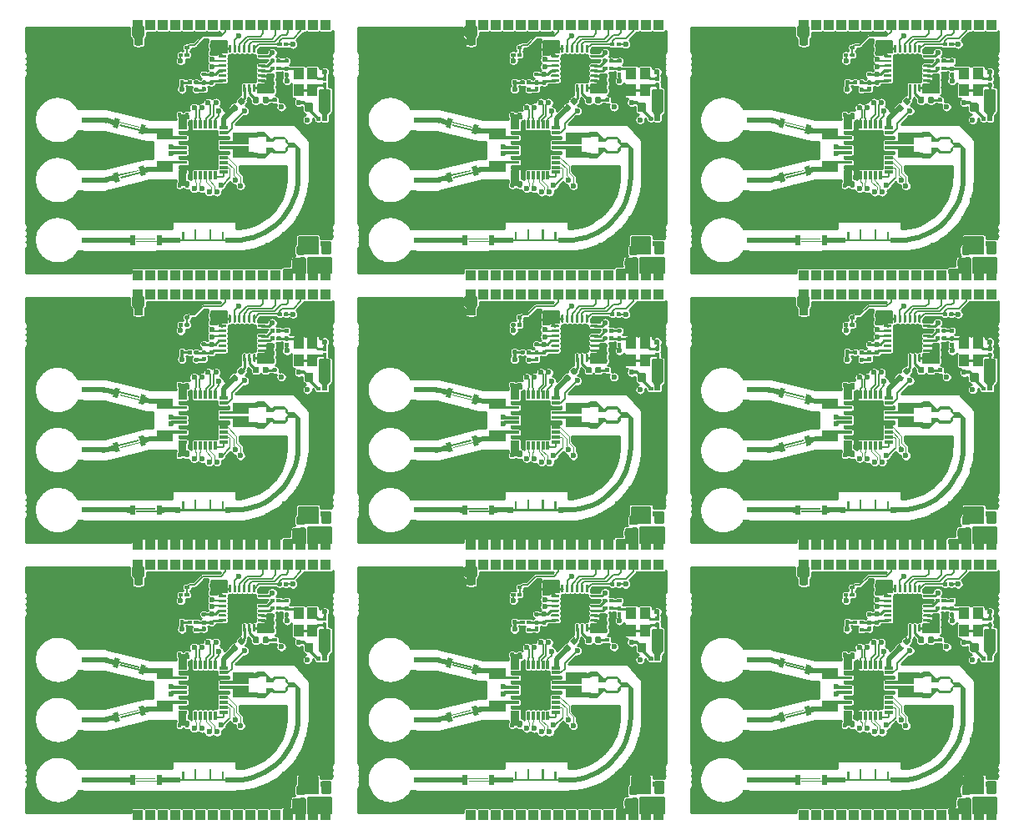
<source format=gbr>
G04 #@! TF.GenerationSoftware,KiCad,Pcbnew,5.1.4-e60b266~84~ubuntu18.04.1*
G04 #@! TF.CreationDate,2019-11-20T19:53:48-06:00*
G04 #@! TF.ProjectId,rf_panel,72665f70-616e-4656-9c2e-6b696361645f,A*
G04 #@! TF.SameCoordinates,PX5c3d87cPY8384138*
G04 #@! TF.FileFunction,Copper,L1,Top*
G04 #@! TF.FilePolarity,Positive*
%FSLAX46Y46*%
G04 Gerber Fmt 4.6, Leading zero omitted, Abs format (unit mm)*
G04 Created by KiCad (PCBNEW 5.1.4-e60b266~84~ubuntu18.04.1) date 2019-11-20 19:53:48*
%MOMM*%
%LPD*%
G04 APERTURE LIST*
%ADD10C,0.100000*%
%ADD11C,0.400000*%
%ADD12R,1.000000X1.000000*%
%ADD13C,0.533400*%
%ADD14C,0.188144*%
%ADD15R,0.188144X0.533400*%
%ADD16R,1.000000X1.150000*%
%ADD17C,0.590000*%
%ADD18R,0.202691X0.533400*%
%ADD19R,0.533400X0.202691*%
%ADD20C,0.202691*%
%ADD21R,2.000000X0.533400*%
%ADD22C,0.600000*%
%ADD23R,0.533400X0.533400*%
%ADD24C,2.450000*%
%ADD25C,0.250000*%
%ADD26R,0.539750X0.533400*%
%ADD27R,2.900000X3.900000*%
%ADD28R,0.300000X0.850000*%
%ADD29R,0.850000X0.300000*%
%ADD30C,0.875000*%
%ADD31C,0.177800*%
%ADD32C,0.300000*%
%ADD33C,0.250000*%
%ADD34C,0.533400*%
%ADD35C,0.127000*%
%ADD36C,0.125000*%
%ADD37C,0.254000*%
G04 APERTURE END LIST*
D10*
G36*
X98602510Y17136857D02*
G01*
X97595189Y17136857D01*
X97409770Y17322276D01*
X97328319Y17403727D01*
X97325086Y17405040D01*
X97209960Y17405040D01*
X96676560Y17405040D01*
X96676560Y16868465D01*
X95965360Y16868465D01*
X95965360Y16335065D01*
X96498760Y16335065D01*
X97209960Y17046265D01*
X97209960Y17122465D01*
X97395378Y16937046D01*
X97476785Y16855639D01*
X97480000Y16854282D01*
X97595189Y16854282D01*
X98553615Y16854282D01*
X98885085Y17185752D01*
X98885085Y17394245D01*
X98885085Y17443140D01*
X98933980Y17443140D01*
X99467380Y17443140D01*
X99467380Y17976540D01*
X98933980Y17976540D01*
X98885085Y17976540D01*
X98885085Y18025435D01*
X98885085Y18233928D01*
X98553615Y18565398D01*
X97595189Y18565398D01*
X97480000Y18565398D01*
X97476785Y18564041D01*
X97395378Y18482634D01*
X97209960Y18297215D01*
X97209960Y18373415D01*
X96498760Y19084615D01*
X95965360Y19084615D01*
X95965360Y18551215D01*
X96676560Y18551215D01*
X96676560Y18014640D01*
X97209960Y18014640D01*
X97325086Y18014640D01*
X97328319Y18015953D01*
X97409770Y18097404D01*
X97595189Y18282823D01*
X98602510Y18282823D01*
X98602510Y18025435D01*
X98918105Y17709840D01*
X98602510Y17394245D01*
X98602510Y17136857D01*
X98602510Y17136857D01*
G37*
G36*
X64852510Y17136857D02*
G01*
X63845189Y17136857D01*
X63659770Y17322276D01*
X63578319Y17403727D01*
X63575086Y17405040D01*
X63459960Y17405040D01*
X62926560Y17405040D01*
X62926560Y16868465D01*
X62215360Y16868465D01*
X62215360Y16335065D01*
X62748760Y16335065D01*
X63459960Y17046265D01*
X63459960Y17122465D01*
X63645378Y16937046D01*
X63726785Y16855639D01*
X63730000Y16854282D01*
X63845189Y16854282D01*
X64803615Y16854282D01*
X65135085Y17185752D01*
X65135085Y17394245D01*
X65135085Y17443140D01*
X65183980Y17443140D01*
X65717380Y17443140D01*
X65717380Y17976540D01*
X65183980Y17976540D01*
X65135085Y17976540D01*
X65135085Y18025435D01*
X65135085Y18233928D01*
X64803615Y18565398D01*
X63845189Y18565398D01*
X63730000Y18565398D01*
X63726785Y18564041D01*
X63645378Y18482634D01*
X63459960Y18297215D01*
X63459960Y18373415D01*
X62748760Y19084615D01*
X62215360Y19084615D01*
X62215360Y18551215D01*
X62926560Y18551215D01*
X62926560Y18014640D01*
X63459960Y18014640D01*
X63575086Y18014640D01*
X63578319Y18015953D01*
X63659770Y18097404D01*
X63845189Y18282823D01*
X64852510Y18282823D01*
X64852510Y18025435D01*
X65168105Y17709840D01*
X64852510Y17394245D01*
X64852510Y17136857D01*
X64852510Y17136857D01*
G37*
G36*
X31102510Y17136857D02*
G01*
X30095189Y17136857D01*
X29909770Y17322276D01*
X29828319Y17403727D01*
X29825086Y17405040D01*
X29709960Y17405040D01*
X29176560Y17405040D01*
X29176560Y16868465D01*
X28465360Y16868465D01*
X28465360Y16335065D01*
X28998760Y16335065D01*
X29709960Y17046265D01*
X29709960Y17122465D01*
X29895378Y16937046D01*
X29976785Y16855639D01*
X29980000Y16854282D01*
X30095189Y16854282D01*
X31053615Y16854282D01*
X31385085Y17185752D01*
X31385085Y17394245D01*
X31385085Y17443140D01*
X31433980Y17443140D01*
X31967380Y17443140D01*
X31967380Y17976540D01*
X31433980Y17976540D01*
X31385085Y17976540D01*
X31385085Y18025435D01*
X31385085Y18233928D01*
X31053615Y18565398D01*
X30095189Y18565398D01*
X29980000Y18565398D01*
X29976785Y18564041D01*
X29895378Y18482634D01*
X29709960Y18297215D01*
X29709960Y18373415D01*
X28998760Y19084615D01*
X28465360Y19084615D01*
X28465360Y18551215D01*
X29176560Y18551215D01*
X29176560Y18014640D01*
X29709960Y18014640D01*
X29825086Y18014640D01*
X29828319Y18015953D01*
X29909770Y18097404D01*
X30095189Y18282823D01*
X31102510Y18282823D01*
X31102510Y18025435D01*
X31418105Y17709840D01*
X31102510Y17394245D01*
X31102510Y17136857D01*
X31102510Y17136857D01*
G37*
G36*
X98602510Y44536857D02*
G01*
X97595189Y44536857D01*
X97409770Y44722276D01*
X97328319Y44803727D01*
X97325086Y44805040D01*
X97209960Y44805040D01*
X96676560Y44805040D01*
X96676560Y44268465D01*
X95965360Y44268465D01*
X95965360Y43735065D01*
X96498760Y43735065D01*
X97209960Y44446265D01*
X97209960Y44522465D01*
X97395378Y44337046D01*
X97476785Y44255639D01*
X97480000Y44254282D01*
X97595189Y44254282D01*
X98553615Y44254282D01*
X98885085Y44585752D01*
X98885085Y44794245D01*
X98885085Y44843140D01*
X98933980Y44843140D01*
X99467380Y44843140D01*
X99467380Y45376540D01*
X98933980Y45376540D01*
X98885085Y45376540D01*
X98885085Y45425435D01*
X98885085Y45633928D01*
X98553615Y45965398D01*
X97595189Y45965398D01*
X97480000Y45965398D01*
X97476785Y45964041D01*
X97395378Y45882634D01*
X97209960Y45697215D01*
X97209960Y45773415D01*
X96498760Y46484615D01*
X95965360Y46484615D01*
X95965360Y45951215D01*
X96676560Y45951215D01*
X96676560Y45414640D01*
X97209960Y45414640D01*
X97325086Y45414640D01*
X97328319Y45415953D01*
X97409770Y45497404D01*
X97595189Y45682823D01*
X98602510Y45682823D01*
X98602510Y45425435D01*
X98918105Y45109840D01*
X98602510Y44794245D01*
X98602510Y44536857D01*
X98602510Y44536857D01*
G37*
G36*
X64852510Y44536857D02*
G01*
X63845189Y44536857D01*
X63659770Y44722276D01*
X63578319Y44803727D01*
X63575086Y44805040D01*
X63459960Y44805040D01*
X62926560Y44805040D01*
X62926560Y44268465D01*
X62215360Y44268465D01*
X62215360Y43735065D01*
X62748760Y43735065D01*
X63459960Y44446265D01*
X63459960Y44522465D01*
X63645378Y44337046D01*
X63726785Y44255639D01*
X63730000Y44254282D01*
X63845189Y44254282D01*
X64803615Y44254282D01*
X65135085Y44585752D01*
X65135085Y44794245D01*
X65135085Y44843140D01*
X65183980Y44843140D01*
X65717380Y44843140D01*
X65717380Y45376540D01*
X65183980Y45376540D01*
X65135085Y45376540D01*
X65135085Y45425435D01*
X65135085Y45633928D01*
X64803615Y45965398D01*
X63845189Y45965398D01*
X63730000Y45965398D01*
X63726785Y45964041D01*
X63645378Y45882634D01*
X63459960Y45697215D01*
X63459960Y45773415D01*
X62748760Y46484615D01*
X62215360Y46484615D01*
X62215360Y45951215D01*
X62926560Y45951215D01*
X62926560Y45414640D01*
X63459960Y45414640D01*
X63575086Y45414640D01*
X63578319Y45415953D01*
X63659770Y45497404D01*
X63845189Y45682823D01*
X64852510Y45682823D01*
X64852510Y45425435D01*
X65168105Y45109840D01*
X64852510Y44794245D01*
X64852510Y44536857D01*
X64852510Y44536857D01*
G37*
G36*
X31102510Y44536857D02*
G01*
X30095189Y44536857D01*
X29909770Y44722276D01*
X29828319Y44803727D01*
X29825086Y44805040D01*
X29709960Y44805040D01*
X29176560Y44805040D01*
X29176560Y44268465D01*
X28465360Y44268465D01*
X28465360Y43735065D01*
X28998760Y43735065D01*
X29709960Y44446265D01*
X29709960Y44522465D01*
X29895378Y44337046D01*
X29976785Y44255639D01*
X29980000Y44254282D01*
X30095189Y44254282D01*
X31053615Y44254282D01*
X31385085Y44585752D01*
X31385085Y44794245D01*
X31385085Y44843140D01*
X31433980Y44843140D01*
X31967380Y44843140D01*
X31967380Y45376540D01*
X31433980Y45376540D01*
X31385085Y45376540D01*
X31385085Y45425435D01*
X31385085Y45633928D01*
X31053615Y45965398D01*
X30095189Y45965398D01*
X29980000Y45965398D01*
X29976785Y45964041D01*
X29895378Y45882634D01*
X29709960Y45697215D01*
X29709960Y45773415D01*
X28998760Y46484615D01*
X28465360Y46484615D01*
X28465360Y45951215D01*
X29176560Y45951215D01*
X29176560Y45414640D01*
X29709960Y45414640D01*
X29825086Y45414640D01*
X29828319Y45415953D01*
X29909770Y45497404D01*
X30095189Y45682823D01*
X31102510Y45682823D01*
X31102510Y45425435D01*
X31418105Y45109840D01*
X31102510Y44794245D01*
X31102510Y44536857D01*
X31102510Y44536857D01*
G37*
G36*
X98602510Y71936857D02*
G01*
X97595189Y71936857D01*
X97409770Y72122276D01*
X97328319Y72203727D01*
X97325086Y72205040D01*
X97209960Y72205040D01*
X96676560Y72205040D01*
X96676560Y71668465D01*
X95965360Y71668465D01*
X95965360Y71135065D01*
X96498760Y71135065D01*
X97209960Y71846265D01*
X97209960Y71922465D01*
X97395378Y71737046D01*
X97476785Y71655639D01*
X97480000Y71654282D01*
X97595189Y71654282D01*
X98553615Y71654282D01*
X98885085Y71985752D01*
X98885085Y72194245D01*
X98885085Y72243140D01*
X98933980Y72243140D01*
X99467380Y72243140D01*
X99467380Y72776540D01*
X98933980Y72776540D01*
X98885085Y72776540D01*
X98885085Y72825435D01*
X98885085Y73033928D01*
X98553615Y73365398D01*
X97595189Y73365398D01*
X97480000Y73365398D01*
X97476785Y73364041D01*
X97395378Y73282634D01*
X97209960Y73097215D01*
X97209960Y73173415D01*
X96498760Y73884615D01*
X95965360Y73884615D01*
X95965360Y73351215D01*
X96676560Y73351215D01*
X96676560Y72814640D01*
X97209960Y72814640D01*
X97325086Y72814640D01*
X97328319Y72815953D01*
X97409770Y72897404D01*
X97595189Y73082823D01*
X98602510Y73082823D01*
X98602510Y72825435D01*
X98918105Y72509840D01*
X98602510Y72194245D01*
X98602510Y71936857D01*
X98602510Y71936857D01*
G37*
G36*
X64852510Y71936857D02*
G01*
X63845189Y71936857D01*
X63659770Y72122276D01*
X63578319Y72203727D01*
X63575086Y72205040D01*
X63459960Y72205040D01*
X62926560Y72205040D01*
X62926560Y71668465D01*
X62215360Y71668465D01*
X62215360Y71135065D01*
X62748760Y71135065D01*
X63459960Y71846265D01*
X63459960Y71922465D01*
X63645378Y71737046D01*
X63726785Y71655639D01*
X63730000Y71654282D01*
X63845189Y71654282D01*
X64803615Y71654282D01*
X65135085Y71985752D01*
X65135085Y72194245D01*
X65135085Y72243140D01*
X65183980Y72243140D01*
X65717380Y72243140D01*
X65717380Y72776540D01*
X65183980Y72776540D01*
X65135085Y72776540D01*
X65135085Y72825435D01*
X65135085Y73033928D01*
X64803615Y73365398D01*
X63845189Y73365398D01*
X63730000Y73365398D01*
X63726785Y73364041D01*
X63645378Y73282634D01*
X63459960Y73097215D01*
X63459960Y73173415D01*
X62748760Y73884615D01*
X62215360Y73884615D01*
X62215360Y73351215D01*
X62926560Y73351215D01*
X62926560Y72814640D01*
X63459960Y72814640D01*
X63575086Y72814640D01*
X63578319Y72815953D01*
X63659770Y72897404D01*
X63845189Y73082823D01*
X64852510Y73082823D01*
X64852510Y72825435D01*
X65168105Y72509840D01*
X64852510Y72194245D01*
X64852510Y71936857D01*
X64852510Y71936857D01*
G37*
G36*
X31102510Y71936857D02*
G01*
X30095189Y71936857D01*
X29909770Y72122276D01*
X29828319Y72203727D01*
X29825086Y72205040D01*
X29709960Y72205040D01*
X29176560Y72205040D01*
X29176560Y71668465D01*
X28465360Y71668465D01*
X28465360Y71135065D01*
X28998760Y71135065D01*
X29709960Y71846265D01*
X29709960Y71922465D01*
X29895378Y71737046D01*
X29976785Y71655639D01*
X29980000Y71654282D01*
X30095189Y71654282D01*
X31053615Y71654282D01*
X31385085Y71985752D01*
X31385085Y72194245D01*
X31385085Y72243140D01*
X31433980Y72243140D01*
X31967380Y72243140D01*
X31967380Y72776540D01*
X31433980Y72776540D01*
X31385085Y72776540D01*
X31385085Y72825435D01*
X31385085Y73033928D01*
X31053615Y73365398D01*
X30095189Y73365398D01*
X29980000Y73365398D01*
X29976785Y73364041D01*
X29895378Y73282634D01*
X29709960Y73097215D01*
X29709960Y73173415D01*
X28998760Y73884615D01*
X28465360Y73884615D01*
X28465360Y73351215D01*
X29176560Y73351215D01*
X29176560Y72814640D01*
X29709960Y72814640D01*
X29825086Y72814640D01*
X29828319Y72815953D01*
X29909770Y72897404D01*
X30095189Y73082823D01*
X31102510Y73082823D01*
X31102510Y72825435D01*
X31418105Y72509840D01*
X31102510Y72194245D01*
X31102510Y71936857D01*
X31102510Y71936857D01*
G37*
G36*
X88780282Y27054058D02*
G01*
X88789989Y27052619D01*
X88799508Y27050234D01*
X88808748Y27046928D01*
X88817620Y27042732D01*
X88826037Y27037687D01*
X88833919Y27031841D01*
X88841191Y27025251D01*
X88847781Y27017979D01*
X88853627Y27010097D01*
X88858672Y27001680D01*
X88862868Y26992808D01*
X88866174Y26983568D01*
X88868559Y26974049D01*
X88869998Y26964342D01*
X88870480Y26954540D01*
X88870480Y26754540D01*
X88869998Y26744738D01*
X88868559Y26735031D01*
X88866174Y26725512D01*
X88862868Y26716272D01*
X88858672Y26707400D01*
X88853627Y26698983D01*
X88847781Y26691101D01*
X88841191Y26683829D01*
X88833919Y26677239D01*
X88826037Y26671393D01*
X88817620Y26666348D01*
X88808748Y26662152D01*
X88799508Y26658846D01*
X88789989Y26656461D01*
X88780282Y26655022D01*
X88770480Y26654540D01*
X88510480Y26654540D01*
X88500678Y26655022D01*
X88490971Y26656461D01*
X88481452Y26658846D01*
X88472212Y26662152D01*
X88463340Y26666348D01*
X88454923Y26671393D01*
X88447041Y26677239D01*
X88439769Y26683829D01*
X88433179Y26691101D01*
X88427333Y26698983D01*
X88422288Y26707400D01*
X88418092Y26716272D01*
X88414786Y26725512D01*
X88412401Y26735031D01*
X88410962Y26744738D01*
X88410480Y26754540D01*
X88410480Y26954540D01*
X88410962Y26964342D01*
X88412401Y26974049D01*
X88414786Y26983568D01*
X88418092Y26992808D01*
X88422288Y27001680D01*
X88427333Y27010097D01*
X88433179Y27017979D01*
X88439769Y27025251D01*
X88447041Y27031841D01*
X88454923Y27037687D01*
X88463340Y27042732D01*
X88472212Y27046928D01*
X88481452Y27050234D01*
X88490971Y27052619D01*
X88500678Y27054058D01*
X88510480Y27054540D01*
X88770480Y27054540D01*
X88780282Y27054058D01*
X88780282Y27054058D01*
G37*
D11*
X88640480Y26854540D03*
D10*
G36*
X88140282Y27054058D02*
G01*
X88149989Y27052619D01*
X88159508Y27050234D01*
X88168748Y27046928D01*
X88177620Y27042732D01*
X88186037Y27037687D01*
X88193919Y27031841D01*
X88201191Y27025251D01*
X88207781Y27017979D01*
X88213627Y27010097D01*
X88218672Y27001680D01*
X88222868Y26992808D01*
X88226174Y26983568D01*
X88228559Y26974049D01*
X88229998Y26964342D01*
X88230480Y26954540D01*
X88230480Y26754540D01*
X88229998Y26744738D01*
X88228559Y26735031D01*
X88226174Y26725512D01*
X88222868Y26716272D01*
X88218672Y26707400D01*
X88213627Y26698983D01*
X88207781Y26691101D01*
X88201191Y26683829D01*
X88193919Y26677239D01*
X88186037Y26671393D01*
X88177620Y26666348D01*
X88168748Y26662152D01*
X88159508Y26658846D01*
X88149989Y26656461D01*
X88140282Y26655022D01*
X88130480Y26654540D01*
X87870480Y26654540D01*
X87860678Y26655022D01*
X87850971Y26656461D01*
X87841452Y26658846D01*
X87832212Y26662152D01*
X87823340Y26666348D01*
X87814923Y26671393D01*
X87807041Y26677239D01*
X87799769Y26683829D01*
X87793179Y26691101D01*
X87787333Y26698983D01*
X87782288Y26707400D01*
X87778092Y26716272D01*
X87774786Y26725512D01*
X87772401Y26735031D01*
X87770962Y26744738D01*
X87770480Y26754540D01*
X87770480Y26954540D01*
X87770962Y26964342D01*
X87772401Y26974049D01*
X87774786Y26983568D01*
X87778092Y26992808D01*
X87782288Y27001680D01*
X87787333Y27010097D01*
X87793179Y27017979D01*
X87799769Y27025251D01*
X87807041Y27031841D01*
X87814923Y27037687D01*
X87823340Y27042732D01*
X87832212Y27046928D01*
X87841452Y27050234D01*
X87850971Y27052619D01*
X87860678Y27054058D01*
X87870480Y27054540D01*
X88130480Y27054540D01*
X88140282Y27054058D01*
X88140282Y27054058D01*
G37*
D11*
X88000480Y26854540D03*
D10*
G36*
X55030282Y27054058D02*
G01*
X55039989Y27052619D01*
X55049508Y27050234D01*
X55058748Y27046928D01*
X55067620Y27042732D01*
X55076037Y27037687D01*
X55083919Y27031841D01*
X55091191Y27025251D01*
X55097781Y27017979D01*
X55103627Y27010097D01*
X55108672Y27001680D01*
X55112868Y26992808D01*
X55116174Y26983568D01*
X55118559Y26974049D01*
X55119998Y26964342D01*
X55120480Y26954540D01*
X55120480Y26754540D01*
X55119998Y26744738D01*
X55118559Y26735031D01*
X55116174Y26725512D01*
X55112868Y26716272D01*
X55108672Y26707400D01*
X55103627Y26698983D01*
X55097781Y26691101D01*
X55091191Y26683829D01*
X55083919Y26677239D01*
X55076037Y26671393D01*
X55067620Y26666348D01*
X55058748Y26662152D01*
X55049508Y26658846D01*
X55039989Y26656461D01*
X55030282Y26655022D01*
X55020480Y26654540D01*
X54760480Y26654540D01*
X54750678Y26655022D01*
X54740971Y26656461D01*
X54731452Y26658846D01*
X54722212Y26662152D01*
X54713340Y26666348D01*
X54704923Y26671393D01*
X54697041Y26677239D01*
X54689769Y26683829D01*
X54683179Y26691101D01*
X54677333Y26698983D01*
X54672288Y26707400D01*
X54668092Y26716272D01*
X54664786Y26725512D01*
X54662401Y26735031D01*
X54660962Y26744738D01*
X54660480Y26754540D01*
X54660480Y26954540D01*
X54660962Y26964342D01*
X54662401Y26974049D01*
X54664786Y26983568D01*
X54668092Y26992808D01*
X54672288Y27001680D01*
X54677333Y27010097D01*
X54683179Y27017979D01*
X54689769Y27025251D01*
X54697041Y27031841D01*
X54704923Y27037687D01*
X54713340Y27042732D01*
X54722212Y27046928D01*
X54731452Y27050234D01*
X54740971Y27052619D01*
X54750678Y27054058D01*
X54760480Y27054540D01*
X55020480Y27054540D01*
X55030282Y27054058D01*
X55030282Y27054058D01*
G37*
D11*
X54890480Y26854540D03*
D10*
G36*
X54390282Y27054058D02*
G01*
X54399989Y27052619D01*
X54409508Y27050234D01*
X54418748Y27046928D01*
X54427620Y27042732D01*
X54436037Y27037687D01*
X54443919Y27031841D01*
X54451191Y27025251D01*
X54457781Y27017979D01*
X54463627Y27010097D01*
X54468672Y27001680D01*
X54472868Y26992808D01*
X54476174Y26983568D01*
X54478559Y26974049D01*
X54479998Y26964342D01*
X54480480Y26954540D01*
X54480480Y26754540D01*
X54479998Y26744738D01*
X54478559Y26735031D01*
X54476174Y26725512D01*
X54472868Y26716272D01*
X54468672Y26707400D01*
X54463627Y26698983D01*
X54457781Y26691101D01*
X54451191Y26683829D01*
X54443919Y26677239D01*
X54436037Y26671393D01*
X54427620Y26666348D01*
X54418748Y26662152D01*
X54409508Y26658846D01*
X54399989Y26656461D01*
X54390282Y26655022D01*
X54380480Y26654540D01*
X54120480Y26654540D01*
X54110678Y26655022D01*
X54100971Y26656461D01*
X54091452Y26658846D01*
X54082212Y26662152D01*
X54073340Y26666348D01*
X54064923Y26671393D01*
X54057041Y26677239D01*
X54049769Y26683829D01*
X54043179Y26691101D01*
X54037333Y26698983D01*
X54032288Y26707400D01*
X54028092Y26716272D01*
X54024786Y26725512D01*
X54022401Y26735031D01*
X54020962Y26744738D01*
X54020480Y26754540D01*
X54020480Y26954540D01*
X54020962Y26964342D01*
X54022401Y26974049D01*
X54024786Y26983568D01*
X54028092Y26992808D01*
X54032288Y27001680D01*
X54037333Y27010097D01*
X54043179Y27017979D01*
X54049769Y27025251D01*
X54057041Y27031841D01*
X54064923Y27037687D01*
X54073340Y27042732D01*
X54082212Y27046928D01*
X54091452Y27050234D01*
X54100971Y27052619D01*
X54110678Y27054058D01*
X54120480Y27054540D01*
X54380480Y27054540D01*
X54390282Y27054058D01*
X54390282Y27054058D01*
G37*
D11*
X54250480Y26854540D03*
D10*
G36*
X21280282Y27054058D02*
G01*
X21289989Y27052619D01*
X21299508Y27050234D01*
X21308748Y27046928D01*
X21317620Y27042732D01*
X21326037Y27037687D01*
X21333919Y27031841D01*
X21341191Y27025251D01*
X21347781Y27017979D01*
X21353627Y27010097D01*
X21358672Y27001680D01*
X21362868Y26992808D01*
X21366174Y26983568D01*
X21368559Y26974049D01*
X21369998Y26964342D01*
X21370480Y26954540D01*
X21370480Y26754540D01*
X21369998Y26744738D01*
X21368559Y26735031D01*
X21366174Y26725512D01*
X21362868Y26716272D01*
X21358672Y26707400D01*
X21353627Y26698983D01*
X21347781Y26691101D01*
X21341191Y26683829D01*
X21333919Y26677239D01*
X21326037Y26671393D01*
X21317620Y26666348D01*
X21308748Y26662152D01*
X21299508Y26658846D01*
X21289989Y26656461D01*
X21280282Y26655022D01*
X21270480Y26654540D01*
X21010480Y26654540D01*
X21000678Y26655022D01*
X20990971Y26656461D01*
X20981452Y26658846D01*
X20972212Y26662152D01*
X20963340Y26666348D01*
X20954923Y26671393D01*
X20947041Y26677239D01*
X20939769Y26683829D01*
X20933179Y26691101D01*
X20927333Y26698983D01*
X20922288Y26707400D01*
X20918092Y26716272D01*
X20914786Y26725512D01*
X20912401Y26735031D01*
X20910962Y26744738D01*
X20910480Y26754540D01*
X20910480Y26954540D01*
X20910962Y26964342D01*
X20912401Y26974049D01*
X20914786Y26983568D01*
X20918092Y26992808D01*
X20922288Y27001680D01*
X20927333Y27010097D01*
X20933179Y27017979D01*
X20939769Y27025251D01*
X20947041Y27031841D01*
X20954923Y27037687D01*
X20963340Y27042732D01*
X20972212Y27046928D01*
X20981452Y27050234D01*
X20990971Y27052619D01*
X21000678Y27054058D01*
X21010480Y27054540D01*
X21270480Y27054540D01*
X21280282Y27054058D01*
X21280282Y27054058D01*
G37*
D11*
X21140480Y26854540D03*
D10*
G36*
X20640282Y27054058D02*
G01*
X20649989Y27052619D01*
X20659508Y27050234D01*
X20668748Y27046928D01*
X20677620Y27042732D01*
X20686037Y27037687D01*
X20693919Y27031841D01*
X20701191Y27025251D01*
X20707781Y27017979D01*
X20713627Y27010097D01*
X20718672Y27001680D01*
X20722868Y26992808D01*
X20726174Y26983568D01*
X20728559Y26974049D01*
X20729998Y26964342D01*
X20730480Y26954540D01*
X20730480Y26754540D01*
X20729998Y26744738D01*
X20728559Y26735031D01*
X20726174Y26725512D01*
X20722868Y26716272D01*
X20718672Y26707400D01*
X20713627Y26698983D01*
X20707781Y26691101D01*
X20701191Y26683829D01*
X20693919Y26677239D01*
X20686037Y26671393D01*
X20677620Y26666348D01*
X20668748Y26662152D01*
X20659508Y26658846D01*
X20649989Y26656461D01*
X20640282Y26655022D01*
X20630480Y26654540D01*
X20370480Y26654540D01*
X20360678Y26655022D01*
X20350971Y26656461D01*
X20341452Y26658846D01*
X20332212Y26662152D01*
X20323340Y26666348D01*
X20314923Y26671393D01*
X20307041Y26677239D01*
X20299769Y26683829D01*
X20293179Y26691101D01*
X20287333Y26698983D01*
X20282288Y26707400D01*
X20278092Y26716272D01*
X20274786Y26725512D01*
X20272401Y26735031D01*
X20270962Y26744738D01*
X20270480Y26754540D01*
X20270480Y26954540D01*
X20270962Y26964342D01*
X20272401Y26974049D01*
X20274786Y26983568D01*
X20278092Y26992808D01*
X20282288Y27001680D01*
X20287333Y27010097D01*
X20293179Y27017979D01*
X20299769Y27025251D01*
X20307041Y27031841D01*
X20314923Y27037687D01*
X20323340Y27042732D01*
X20332212Y27046928D01*
X20341452Y27050234D01*
X20350971Y27052619D01*
X20360678Y27054058D01*
X20370480Y27054540D01*
X20630480Y27054540D01*
X20640282Y27054058D01*
X20640282Y27054058D01*
G37*
D11*
X20500480Y26854540D03*
D10*
G36*
X88780282Y54454058D02*
G01*
X88789989Y54452619D01*
X88799508Y54450234D01*
X88808748Y54446928D01*
X88817620Y54442732D01*
X88826037Y54437687D01*
X88833919Y54431841D01*
X88841191Y54425251D01*
X88847781Y54417979D01*
X88853627Y54410097D01*
X88858672Y54401680D01*
X88862868Y54392808D01*
X88866174Y54383568D01*
X88868559Y54374049D01*
X88869998Y54364342D01*
X88870480Y54354540D01*
X88870480Y54154540D01*
X88869998Y54144738D01*
X88868559Y54135031D01*
X88866174Y54125512D01*
X88862868Y54116272D01*
X88858672Y54107400D01*
X88853627Y54098983D01*
X88847781Y54091101D01*
X88841191Y54083829D01*
X88833919Y54077239D01*
X88826037Y54071393D01*
X88817620Y54066348D01*
X88808748Y54062152D01*
X88799508Y54058846D01*
X88789989Y54056461D01*
X88780282Y54055022D01*
X88770480Y54054540D01*
X88510480Y54054540D01*
X88500678Y54055022D01*
X88490971Y54056461D01*
X88481452Y54058846D01*
X88472212Y54062152D01*
X88463340Y54066348D01*
X88454923Y54071393D01*
X88447041Y54077239D01*
X88439769Y54083829D01*
X88433179Y54091101D01*
X88427333Y54098983D01*
X88422288Y54107400D01*
X88418092Y54116272D01*
X88414786Y54125512D01*
X88412401Y54135031D01*
X88410962Y54144738D01*
X88410480Y54154540D01*
X88410480Y54354540D01*
X88410962Y54364342D01*
X88412401Y54374049D01*
X88414786Y54383568D01*
X88418092Y54392808D01*
X88422288Y54401680D01*
X88427333Y54410097D01*
X88433179Y54417979D01*
X88439769Y54425251D01*
X88447041Y54431841D01*
X88454923Y54437687D01*
X88463340Y54442732D01*
X88472212Y54446928D01*
X88481452Y54450234D01*
X88490971Y54452619D01*
X88500678Y54454058D01*
X88510480Y54454540D01*
X88770480Y54454540D01*
X88780282Y54454058D01*
X88780282Y54454058D01*
G37*
D11*
X88640480Y54254540D03*
D10*
G36*
X88140282Y54454058D02*
G01*
X88149989Y54452619D01*
X88159508Y54450234D01*
X88168748Y54446928D01*
X88177620Y54442732D01*
X88186037Y54437687D01*
X88193919Y54431841D01*
X88201191Y54425251D01*
X88207781Y54417979D01*
X88213627Y54410097D01*
X88218672Y54401680D01*
X88222868Y54392808D01*
X88226174Y54383568D01*
X88228559Y54374049D01*
X88229998Y54364342D01*
X88230480Y54354540D01*
X88230480Y54154540D01*
X88229998Y54144738D01*
X88228559Y54135031D01*
X88226174Y54125512D01*
X88222868Y54116272D01*
X88218672Y54107400D01*
X88213627Y54098983D01*
X88207781Y54091101D01*
X88201191Y54083829D01*
X88193919Y54077239D01*
X88186037Y54071393D01*
X88177620Y54066348D01*
X88168748Y54062152D01*
X88159508Y54058846D01*
X88149989Y54056461D01*
X88140282Y54055022D01*
X88130480Y54054540D01*
X87870480Y54054540D01*
X87860678Y54055022D01*
X87850971Y54056461D01*
X87841452Y54058846D01*
X87832212Y54062152D01*
X87823340Y54066348D01*
X87814923Y54071393D01*
X87807041Y54077239D01*
X87799769Y54083829D01*
X87793179Y54091101D01*
X87787333Y54098983D01*
X87782288Y54107400D01*
X87778092Y54116272D01*
X87774786Y54125512D01*
X87772401Y54135031D01*
X87770962Y54144738D01*
X87770480Y54154540D01*
X87770480Y54354540D01*
X87770962Y54364342D01*
X87772401Y54374049D01*
X87774786Y54383568D01*
X87778092Y54392808D01*
X87782288Y54401680D01*
X87787333Y54410097D01*
X87793179Y54417979D01*
X87799769Y54425251D01*
X87807041Y54431841D01*
X87814923Y54437687D01*
X87823340Y54442732D01*
X87832212Y54446928D01*
X87841452Y54450234D01*
X87850971Y54452619D01*
X87860678Y54454058D01*
X87870480Y54454540D01*
X88130480Y54454540D01*
X88140282Y54454058D01*
X88140282Y54454058D01*
G37*
D11*
X88000480Y54254540D03*
D10*
G36*
X55030282Y54454058D02*
G01*
X55039989Y54452619D01*
X55049508Y54450234D01*
X55058748Y54446928D01*
X55067620Y54442732D01*
X55076037Y54437687D01*
X55083919Y54431841D01*
X55091191Y54425251D01*
X55097781Y54417979D01*
X55103627Y54410097D01*
X55108672Y54401680D01*
X55112868Y54392808D01*
X55116174Y54383568D01*
X55118559Y54374049D01*
X55119998Y54364342D01*
X55120480Y54354540D01*
X55120480Y54154540D01*
X55119998Y54144738D01*
X55118559Y54135031D01*
X55116174Y54125512D01*
X55112868Y54116272D01*
X55108672Y54107400D01*
X55103627Y54098983D01*
X55097781Y54091101D01*
X55091191Y54083829D01*
X55083919Y54077239D01*
X55076037Y54071393D01*
X55067620Y54066348D01*
X55058748Y54062152D01*
X55049508Y54058846D01*
X55039989Y54056461D01*
X55030282Y54055022D01*
X55020480Y54054540D01*
X54760480Y54054540D01*
X54750678Y54055022D01*
X54740971Y54056461D01*
X54731452Y54058846D01*
X54722212Y54062152D01*
X54713340Y54066348D01*
X54704923Y54071393D01*
X54697041Y54077239D01*
X54689769Y54083829D01*
X54683179Y54091101D01*
X54677333Y54098983D01*
X54672288Y54107400D01*
X54668092Y54116272D01*
X54664786Y54125512D01*
X54662401Y54135031D01*
X54660962Y54144738D01*
X54660480Y54154540D01*
X54660480Y54354540D01*
X54660962Y54364342D01*
X54662401Y54374049D01*
X54664786Y54383568D01*
X54668092Y54392808D01*
X54672288Y54401680D01*
X54677333Y54410097D01*
X54683179Y54417979D01*
X54689769Y54425251D01*
X54697041Y54431841D01*
X54704923Y54437687D01*
X54713340Y54442732D01*
X54722212Y54446928D01*
X54731452Y54450234D01*
X54740971Y54452619D01*
X54750678Y54454058D01*
X54760480Y54454540D01*
X55020480Y54454540D01*
X55030282Y54454058D01*
X55030282Y54454058D01*
G37*
D11*
X54890480Y54254540D03*
D10*
G36*
X54390282Y54454058D02*
G01*
X54399989Y54452619D01*
X54409508Y54450234D01*
X54418748Y54446928D01*
X54427620Y54442732D01*
X54436037Y54437687D01*
X54443919Y54431841D01*
X54451191Y54425251D01*
X54457781Y54417979D01*
X54463627Y54410097D01*
X54468672Y54401680D01*
X54472868Y54392808D01*
X54476174Y54383568D01*
X54478559Y54374049D01*
X54479998Y54364342D01*
X54480480Y54354540D01*
X54480480Y54154540D01*
X54479998Y54144738D01*
X54478559Y54135031D01*
X54476174Y54125512D01*
X54472868Y54116272D01*
X54468672Y54107400D01*
X54463627Y54098983D01*
X54457781Y54091101D01*
X54451191Y54083829D01*
X54443919Y54077239D01*
X54436037Y54071393D01*
X54427620Y54066348D01*
X54418748Y54062152D01*
X54409508Y54058846D01*
X54399989Y54056461D01*
X54390282Y54055022D01*
X54380480Y54054540D01*
X54120480Y54054540D01*
X54110678Y54055022D01*
X54100971Y54056461D01*
X54091452Y54058846D01*
X54082212Y54062152D01*
X54073340Y54066348D01*
X54064923Y54071393D01*
X54057041Y54077239D01*
X54049769Y54083829D01*
X54043179Y54091101D01*
X54037333Y54098983D01*
X54032288Y54107400D01*
X54028092Y54116272D01*
X54024786Y54125512D01*
X54022401Y54135031D01*
X54020962Y54144738D01*
X54020480Y54154540D01*
X54020480Y54354540D01*
X54020962Y54364342D01*
X54022401Y54374049D01*
X54024786Y54383568D01*
X54028092Y54392808D01*
X54032288Y54401680D01*
X54037333Y54410097D01*
X54043179Y54417979D01*
X54049769Y54425251D01*
X54057041Y54431841D01*
X54064923Y54437687D01*
X54073340Y54442732D01*
X54082212Y54446928D01*
X54091452Y54450234D01*
X54100971Y54452619D01*
X54110678Y54454058D01*
X54120480Y54454540D01*
X54380480Y54454540D01*
X54390282Y54454058D01*
X54390282Y54454058D01*
G37*
D11*
X54250480Y54254540D03*
D10*
G36*
X21280282Y54454058D02*
G01*
X21289989Y54452619D01*
X21299508Y54450234D01*
X21308748Y54446928D01*
X21317620Y54442732D01*
X21326037Y54437687D01*
X21333919Y54431841D01*
X21341191Y54425251D01*
X21347781Y54417979D01*
X21353627Y54410097D01*
X21358672Y54401680D01*
X21362868Y54392808D01*
X21366174Y54383568D01*
X21368559Y54374049D01*
X21369998Y54364342D01*
X21370480Y54354540D01*
X21370480Y54154540D01*
X21369998Y54144738D01*
X21368559Y54135031D01*
X21366174Y54125512D01*
X21362868Y54116272D01*
X21358672Y54107400D01*
X21353627Y54098983D01*
X21347781Y54091101D01*
X21341191Y54083829D01*
X21333919Y54077239D01*
X21326037Y54071393D01*
X21317620Y54066348D01*
X21308748Y54062152D01*
X21299508Y54058846D01*
X21289989Y54056461D01*
X21280282Y54055022D01*
X21270480Y54054540D01*
X21010480Y54054540D01*
X21000678Y54055022D01*
X20990971Y54056461D01*
X20981452Y54058846D01*
X20972212Y54062152D01*
X20963340Y54066348D01*
X20954923Y54071393D01*
X20947041Y54077239D01*
X20939769Y54083829D01*
X20933179Y54091101D01*
X20927333Y54098983D01*
X20922288Y54107400D01*
X20918092Y54116272D01*
X20914786Y54125512D01*
X20912401Y54135031D01*
X20910962Y54144738D01*
X20910480Y54154540D01*
X20910480Y54354540D01*
X20910962Y54364342D01*
X20912401Y54374049D01*
X20914786Y54383568D01*
X20918092Y54392808D01*
X20922288Y54401680D01*
X20927333Y54410097D01*
X20933179Y54417979D01*
X20939769Y54425251D01*
X20947041Y54431841D01*
X20954923Y54437687D01*
X20963340Y54442732D01*
X20972212Y54446928D01*
X20981452Y54450234D01*
X20990971Y54452619D01*
X21000678Y54454058D01*
X21010480Y54454540D01*
X21270480Y54454540D01*
X21280282Y54454058D01*
X21280282Y54454058D01*
G37*
D11*
X21140480Y54254540D03*
D10*
G36*
X20640282Y54454058D02*
G01*
X20649989Y54452619D01*
X20659508Y54450234D01*
X20668748Y54446928D01*
X20677620Y54442732D01*
X20686037Y54437687D01*
X20693919Y54431841D01*
X20701191Y54425251D01*
X20707781Y54417979D01*
X20713627Y54410097D01*
X20718672Y54401680D01*
X20722868Y54392808D01*
X20726174Y54383568D01*
X20728559Y54374049D01*
X20729998Y54364342D01*
X20730480Y54354540D01*
X20730480Y54154540D01*
X20729998Y54144738D01*
X20728559Y54135031D01*
X20726174Y54125512D01*
X20722868Y54116272D01*
X20718672Y54107400D01*
X20713627Y54098983D01*
X20707781Y54091101D01*
X20701191Y54083829D01*
X20693919Y54077239D01*
X20686037Y54071393D01*
X20677620Y54066348D01*
X20668748Y54062152D01*
X20659508Y54058846D01*
X20649989Y54056461D01*
X20640282Y54055022D01*
X20630480Y54054540D01*
X20370480Y54054540D01*
X20360678Y54055022D01*
X20350971Y54056461D01*
X20341452Y54058846D01*
X20332212Y54062152D01*
X20323340Y54066348D01*
X20314923Y54071393D01*
X20307041Y54077239D01*
X20299769Y54083829D01*
X20293179Y54091101D01*
X20287333Y54098983D01*
X20282288Y54107400D01*
X20278092Y54116272D01*
X20274786Y54125512D01*
X20272401Y54135031D01*
X20270962Y54144738D01*
X20270480Y54154540D01*
X20270480Y54354540D01*
X20270962Y54364342D01*
X20272401Y54374049D01*
X20274786Y54383568D01*
X20278092Y54392808D01*
X20282288Y54401680D01*
X20287333Y54410097D01*
X20293179Y54417979D01*
X20299769Y54425251D01*
X20307041Y54431841D01*
X20314923Y54437687D01*
X20323340Y54442732D01*
X20332212Y54446928D01*
X20341452Y54450234D01*
X20350971Y54452619D01*
X20360678Y54454058D01*
X20370480Y54454540D01*
X20630480Y54454540D01*
X20640282Y54454058D01*
X20640282Y54454058D01*
G37*
D11*
X20500480Y54254540D03*
D10*
G36*
X88780282Y81854058D02*
G01*
X88789989Y81852619D01*
X88799508Y81850234D01*
X88808748Y81846928D01*
X88817620Y81842732D01*
X88826037Y81837687D01*
X88833919Y81831841D01*
X88841191Y81825251D01*
X88847781Y81817979D01*
X88853627Y81810097D01*
X88858672Y81801680D01*
X88862868Y81792808D01*
X88866174Y81783568D01*
X88868559Y81774049D01*
X88869998Y81764342D01*
X88870480Y81754540D01*
X88870480Y81554540D01*
X88869998Y81544738D01*
X88868559Y81535031D01*
X88866174Y81525512D01*
X88862868Y81516272D01*
X88858672Y81507400D01*
X88853627Y81498983D01*
X88847781Y81491101D01*
X88841191Y81483829D01*
X88833919Y81477239D01*
X88826037Y81471393D01*
X88817620Y81466348D01*
X88808748Y81462152D01*
X88799508Y81458846D01*
X88789989Y81456461D01*
X88780282Y81455022D01*
X88770480Y81454540D01*
X88510480Y81454540D01*
X88500678Y81455022D01*
X88490971Y81456461D01*
X88481452Y81458846D01*
X88472212Y81462152D01*
X88463340Y81466348D01*
X88454923Y81471393D01*
X88447041Y81477239D01*
X88439769Y81483829D01*
X88433179Y81491101D01*
X88427333Y81498983D01*
X88422288Y81507400D01*
X88418092Y81516272D01*
X88414786Y81525512D01*
X88412401Y81535031D01*
X88410962Y81544738D01*
X88410480Y81554540D01*
X88410480Y81754540D01*
X88410962Y81764342D01*
X88412401Y81774049D01*
X88414786Y81783568D01*
X88418092Y81792808D01*
X88422288Y81801680D01*
X88427333Y81810097D01*
X88433179Y81817979D01*
X88439769Y81825251D01*
X88447041Y81831841D01*
X88454923Y81837687D01*
X88463340Y81842732D01*
X88472212Y81846928D01*
X88481452Y81850234D01*
X88490971Y81852619D01*
X88500678Y81854058D01*
X88510480Y81854540D01*
X88770480Y81854540D01*
X88780282Y81854058D01*
X88780282Y81854058D01*
G37*
D11*
X88640480Y81654540D03*
D10*
G36*
X88140282Y81854058D02*
G01*
X88149989Y81852619D01*
X88159508Y81850234D01*
X88168748Y81846928D01*
X88177620Y81842732D01*
X88186037Y81837687D01*
X88193919Y81831841D01*
X88201191Y81825251D01*
X88207781Y81817979D01*
X88213627Y81810097D01*
X88218672Y81801680D01*
X88222868Y81792808D01*
X88226174Y81783568D01*
X88228559Y81774049D01*
X88229998Y81764342D01*
X88230480Y81754540D01*
X88230480Y81554540D01*
X88229998Y81544738D01*
X88228559Y81535031D01*
X88226174Y81525512D01*
X88222868Y81516272D01*
X88218672Y81507400D01*
X88213627Y81498983D01*
X88207781Y81491101D01*
X88201191Y81483829D01*
X88193919Y81477239D01*
X88186037Y81471393D01*
X88177620Y81466348D01*
X88168748Y81462152D01*
X88159508Y81458846D01*
X88149989Y81456461D01*
X88140282Y81455022D01*
X88130480Y81454540D01*
X87870480Y81454540D01*
X87860678Y81455022D01*
X87850971Y81456461D01*
X87841452Y81458846D01*
X87832212Y81462152D01*
X87823340Y81466348D01*
X87814923Y81471393D01*
X87807041Y81477239D01*
X87799769Y81483829D01*
X87793179Y81491101D01*
X87787333Y81498983D01*
X87782288Y81507400D01*
X87778092Y81516272D01*
X87774786Y81525512D01*
X87772401Y81535031D01*
X87770962Y81544738D01*
X87770480Y81554540D01*
X87770480Y81754540D01*
X87770962Y81764342D01*
X87772401Y81774049D01*
X87774786Y81783568D01*
X87778092Y81792808D01*
X87782288Y81801680D01*
X87787333Y81810097D01*
X87793179Y81817979D01*
X87799769Y81825251D01*
X87807041Y81831841D01*
X87814923Y81837687D01*
X87823340Y81842732D01*
X87832212Y81846928D01*
X87841452Y81850234D01*
X87850971Y81852619D01*
X87860678Y81854058D01*
X87870480Y81854540D01*
X88130480Y81854540D01*
X88140282Y81854058D01*
X88140282Y81854058D01*
G37*
D11*
X88000480Y81654540D03*
D10*
G36*
X55030282Y81854058D02*
G01*
X55039989Y81852619D01*
X55049508Y81850234D01*
X55058748Y81846928D01*
X55067620Y81842732D01*
X55076037Y81837687D01*
X55083919Y81831841D01*
X55091191Y81825251D01*
X55097781Y81817979D01*
X55103627Y81810097D01*
X55108672Y81801680D01*
X55112868Y81792808D01*
X55116174Y81783568D01*
X55118559Y81774049D01*
X55119998Y81764342D01*
X55120480Y81754540D01*
X55120480Y81554540D01*
X55119998Y81544738D01*
X55118559Y81535031D01*
X55116174Y81525512D01*
X55112868Y81516272D01*
X55108672Y81507400D01*
X55103627Y81498983D01*
X55097781Y81491101D01*
X55091191Y81483829D01*
X55083919Y81477239D01*
X55076037Y81471393D01*
X55067620Y81466348D01*
X55058748Y81462152D01*
X55049508Y81458846D01*
X55039989Y81456461D01*
X55030282Y81455022D01*
X55020480Y81454540D01*
X54760480Y81454540D01*
X54750678Y81455022D01*
X54740971Y81456461D01*
X54731452Y81458846D01*
X54722212Y81462152D01*
X54713340Y81466348D01*
X54704923Y81471393D01*
X54697041Y81477239D01*
X54689769Y81483829D01*
X54683179Y81491101D01*
X54677333Y81498983D01*
X54672288Y81507400D01*
X54668092Y81516272D01*
X54664786Y81525512D01*
X54662401Y81535031D01*
X54660962Y81544738D01*
X54660480Y81554540D01*
X54660480Y81754540D01*
X54660962Y81764342D01*
X54662401Y81774049D01*
X54664786Y81783568D01*
X54668092Y81792808D01*
X54672288Y81801680D01*
X54677333Y81810097D01*
X54683179Y81817979D01*
X54689769Y81825251D01*
X54697041Y81831841D01*
X54704923Y81837687D01*
X54713340Y81842732D01*
X54722212Y81846928D01*
X54731452Y81850234D01*
X54740971Y81852619D01*
X54750678Y81854058D01*
X54760480Y81854540D01*
X55020480Y81854540D01*
X55030282Y81854058D01*
X55030282Y81854058D01*
G37*
D11*
X54890480Y81654540D03*
D10*
G36*
X54390282Y81854058D02*
G01*
X54399989Y81852619D01*
X54409508Y81850234D01*
X54418748Y81846928D01*
X54427620Y81842732D01*
X54436037Y81837687D01*
X54443919Y81831841D01*
X54451191Y81825251D01*
X54457781Y81817979D01*
X54463627Y81810097D01*
X54468672Y81801680D01*
X54472868Y81792808D01*
X54476174Y81783568D01*
X54478559Y81774049D01*
X54479998Y81764342D01*
X54480480Y81754540D01*
X54480480Y81554540D01*
X54479998Y81544738D01*
X54478559Y81535031D01*
X54476174Y81525512D01*
X54472868Y81516272D01*
X54468672Y81507400D01*
X54463627Y81498983D01*
X54457781Y81491101D01*
X54451191Y81483829D01*
X54443919Y81477239D01*
X54436037Y81471393D01*
X54427620Y81466348D01*
X54418748Y81462152D01*
X54409508Y81458846D01*
X54399989Y81456461D01*
X54390282Y81455022D01*
X54380480Y81454540D01*
X54120480Y81454540D01*
X54110678Y81455022D01*
X54100971Y81456461D01*
X54091452Y81458846D01*
X54082212Y81462152D01*
X54073340Y81466348D01*
X54064923Y81471393D01*
X54057041Y81477239D01*
X54049769Y81483829D01*
X54043179Y81491101D01*
X54037333Y81498983D01*
X54032288Y81507400D01*
X54028092Y81516272D01*
X54024786Y81525512D01*
X54022401Y81535031D01*
X54020962Y81544738D01*
X54020480Y81554540D01*
X54020480Y81754540D01*
X54020962Y81764342D01*
X54022401Y81774049D01*
X54024786Y81783568D01*
X54028092Y81792808D01*
X54032288Y81801680D01*
X54037333Y81810097D01*
X54043179Y81817979D01*
X54049769Y81825251D01*
X54057041Y81831841D01*
X54064923Y81837687D01*
X54073340Y81842732D01*
X54082212Y81846928D01*
X54091452Y81850234D01*
X54100971Y81852619D01*
X54110678Y81854058D01*
X54120480Y81854540D01*
X54380480Y81854540D01*
X54390282Y81854058D01*
X54390282Y81854058D01*
G37*
D11*
X54250480Y81654540D03*
D12*
X102734980Y29902540D03*
X101464980Y29902540D03*
X100194980Y29902540D03*
X98924980Y29902540D03*
X97654980Y29902540D03*
X96384980Y29902540D03*
X95114980Y29902540D03*
X93844980Y29902540D03*
X92574980Y29902540D03*
X91304980Y29902540D03*
X90034980Y29902540D03*
X88764980Y29902540D03*
X87494980Y29902540D03*
X86224980Y29902540D03*
X84954980Y29902540D03*
X83684980Y29902540D03*
X83684980Y4502540D03*
X84954980Y4502540D03*
X86224980Y4502540D03*
X87494980Y4502540D03*
X88764980Y4502540D03*
X90034980Y4502540D03*
X91304980Y4502540D03*
X92574980Y4502540D03*
X93844980Y4502540D03*
X95114980Y4502540D03*
X96384980Y4502540D03*
X97654980Y4502540D03*
X98924980Y4502540D03*
X100194980Y4502540D03*
X101464980Y4502540D03*
X102734980Y4502540D03*
X68984980Y29902540D03*
X67714980Y29902540D03*
X66444980Y29902540D03*
X65174980Y29902540D03*
X63904980Y29902540D03*
X62634980Y29902540D03*
X61364980Y29902540D03*
X60094980Y29902540D03*
X58824980Y29902540D03*
X57554980Y29902540D03*
X56284980Y29902540D03*
X55014980Y29902540D03*
X53744980Y29902540D03*
X52474980Y29902540D03*
X51204980Y29902540D03*
X49934980Y29902540D03*
X49934980Y4502540D03*
X51204980Y4502540D03*
X52474980Y4502540D03*
X53744980Y4502540D03*
X55014980Y4502540D03*
X56284980Y4502540D03*
X57554980Y4502540D03*
X58824980Y4502540D03*
X60094980Y4502540D03*
X61364980Y4502540D03*
X62634980Y4502540D03*
X63904980Y4502540D03*
X65174980Y4502540D03*
X66444980Y4502540D03*
X67714980Y4502540D03*
X68984980Y4502540D03*
X35234980Y29902540D03*
X33964980Y29902540D03*
X32694980Y29902540D03*
X31424980Y29902540D03*
X30154980Y29902540D03*
X28884980Y29902540D03*
X27614980Y29902540D03*
X26344980Y29902540D03*
X25074980Y29902540D03*
X23804980Y29902540D03*
X22534980Y29902540D03*
X21264980Y29902540D03*
X19994980Y29902540D03*
X18724980Y29902540D03*
X17454980Y29902540D03*
X16184980Y29902540D03*
X16184980Y4502540D03*
X17454980Y4502540D03*
X18724980Y4502540D03*
X19994980Y4502540D03*
X21264980Y4502540D03*
X22534980Y4502540D03*
X23804980Y4502540D03*
X25074980Y4502540D03*
X26344980Y4502540D03*
X27614980Y4502540D03*
X28884980Y4502540D03*
X30154980Y4502540D03*
X31424980Y4502540D03*
X32694980Y4502540D03*
X33964980Y4502540D03*
X35234980Y4502540D03*
X102734980Y57302540D03*
X101464980Y57302540D03*
X100194980Y57302540D03*
X98924980Y57302540D03*
X97654980Y57302540D03*
X96384980Y57302540D03*
X95114980Y57302540D03*
X93844980Y57302540D03*
X92574980Y57302540D03*
X91304980Y57302540D03*
X90034980Y57302540D03*
X88764980Y57302540D03*
X87494980Y57302540D03*
X86224980Y57302540D03*
X84954980Y57302540D03*
X83684980Y57302540D03*
X83684980Y31902540D03*
X84954980Y31902540D03*
X86224980Y31902540D03*
X87494980Y31902540D03*
X88764980Y31902540D03*
X90034980Y31902540D03*
X91304980Y31902540D03*
X92574980Y31902540D03*
X93844980Y31902540D03*
X95114980Y31902540D03*
X96384980Y31902540D03*
X97654980Y31902540D03*
X98924980Y31902540D03*
X100194980Y31902540D03*
X101464980Y31902540D03*
X102734980Y31902540D03*
X68984980Y57302540D03*
X67714980Y57302540D03*
X66444980Y57302540D03*
X65174980Y57302540D03*
X63904980Y57302540D03*
X62634980Y57302540D03*
X61364980Y57302540D03*
X60094980Y57302540D03*
X58824980Y57302540D03*
X57554980Y57302540D03*
X56284980Y57302540D03*
X55014980Y57302540D03*
X53744980Y57302540D03*
X52474980Y57302540D03*
X51204980Y57302540D03*
X49934980Y57302540D03*
X49934980Y31902540D03*
X51204980Y31902540D03*
X52474980Y31902540D03*
X53744980Y31902540D03*
X55014980Y31902540D03*
X56284980Y31902540D03*
X57554980Y31902540D03*
X58824980Y31902540D03*
X60094980Y31902540D03*
X61364980Y31902540D03*
X62634980Y31902540D03*
X63904980Y31902540D03*
X65174980Y31902540D03*
X66444980Y31902540D03*
X67714980Y31902540D03*
X68984980Y31902540D03*
X35234980Y57302540D03*
X33964980Y57302540D03*
X32694980Y57302540D03*
X31424980Y57302540D03*
X30154980Y57302540D03*
X28884980Y57302540D03*
X27614980Y57302540D03*
X26344980Y57302540D03*
X25074980Y57302540D03*
X23804980Y57302540D03*
X22534980Y57302540D03*
X21264980Y57302540D03*
X19994980Y57302540D03*
X18724980Y57302540D03*
X17454980Y57302540D03*
X16184980Y57302540D03*
X16184980Y31902540D03*
X17454980Y31902540D03*
X18724980Y31902540D03*
X19994980Y31902540D03*
X21264980Y31902540D03*
X22534980Y31902540D03*
X23804980Y31902540D03*
X25074980Y31902540D03*
X26344980Y31902540D03*
X27614980Y31902540D03*
X28884980Y31902540D03*
X30154980Y31902540D03*
X31424980Y31902540D03*
X32694980Y31902540D03*
X33964980Y31902540D03*
X35234980Y31902540D03*
X102734980Y84702540D03*
X101464980Y84702540D03*
X100194980Y84702540D03*
X98924980Y84702540D03*
X97654980Y84702540D03*
X96384980Y84702540D03*
X95114980Y84702540D03*
X93844980Y84702540D03*
X92574980Y84702540D03*
X91304980Y84702540D03*
X90034980Y84702540D03*
X88764980Y84702540D03*
X87494980Y84702540D03*
X86224980Y84702540D03*
X84954980Y84702540D03*
X83684980Y84702540D03*
X83684980Y59302540D03*
X84954980Y59302540D03*
X86224980Y59302540D03*
X87494980Y59302540D03*
X88764980Y59302540D03*
X90034980Y59302540D03*
X91304980Y59302540D03*
X92574980Y59302540D03*
X93844980Y59302540D03*
X95114980Y59302540D03*
X96384980Y59302540D03*
X97654980Y59302540D03*
X98924980Y59302540D03*
X100194980Y59302540D03*
X101464980Y59302540D03*
X102734980Y59302540D03*
X68984980Y84702540D03*
X67714980Y84702540D03*
X66444980Y84702540D03*
X65174980Y84702540D03*
X63904980Y84702540D03*
X62634980Y84702540D03*
X61364980Y84702540D03*
X60094980Y84702540D03*
X58824980Y84702540D03*
X57554980Y84702540D03*
X56284980Y84702540D03*
X55014980Y84702540D03*
X53744980Y84702540D03*
X52474980Y84702540D03*
X51204980Y84702540D03*
X49934980Y84702540D03*
X49934980Y59302540D03*
X51204980Y59302540D03*
X52474980Y59302540D03*
X53744980Y59302540D03*
X55014980Y59302540D03*
X56284980Y59302540D03*
X57554980Y59302540D03*
X58824980Y59302540D03*
X60094980Y59302540D03*
X61364980Y59302540D03*
X62634980Y59302540D03*
X63904980Y59302540D03*
X65174980Y59302540D03*
X66444980Y59302540D03*
X67714980Y59302540D03*
X68984980Y59302540D03*
D10*
G36*
X89854782Y25090358D02*
G01*
X89864489Y25088919D01*
X89874008Y25086534D01*
X89883248Y25083228D01*
X89892120Y25079032D01*
X89900537Y25073987D01*
X89908419Y25068141D01*
X89915691Y25061551D01*
X89922281Y25054279D01*
X89928127Y25046397D01*
X89933172Y25037980D01*
X89937368Y25029108D01*
X89940674Y25019868D01*
X89943059Y25010349D01*
X89944498Y25000642D01*
X89944980Y24990840D01*
X89944980Y24790840D01*
X89944498Y24781038D01*
X89943059Y24771331D01*
X89940674Y24761812D01*
X89937368Y24752572D01*
X89933172Y24743700D01*
X89928127Y24735283D01*
X89922281Y24727401D01*
X89915691Y24720129D01*
X89908419Y24713539D01*
X89900537Y24707693D01*
X89892120Y24702648D01*
X89883248Y24698452D01*
X89874008Y24695146D01*
X89864489Y24692761D01*
X89854782Y24691322D01*
X89844980Y24690840D01*
X89584980Y24690840D01*
X89575178Y24691322D01*
X89565471Y24692761D01*
X89555952Y24695146D01*
X89546712Y24698452D01*
X89537840Y24702648D01*
X89529423Y24707693D01*
X89521541Y24713539D01*
X89514269Y24720129D01*
X89507679Y24727401D01*
X89501833Y24735283D01*
X89496788Y24743700D01*
X89492592Y24752572D01*
X89489286Y24761812D01*
X89486901Y24771331D01*
X89485462Y24781038D01*
X89484980Y24790840D01*
X89484980Y24990840D01*
X89485462Y25000642D01*
X89486901Y25010349D01*
X89489286Y25019868D01*
X89492592Y25029108D01*
X89496788Y25037980D01*
X89501833Y25046397D01*
X89507679Y25054279D01*
X89514269Y25061551D01*
X89521541Y25068141D01*
X89529423Y25073987D01*
X89537840Y25079032D01*
X89546712Y25083228D01*
X89555952Y25086534D01*
X89565471Y25088919D01*
X89575178Y25090358D01*
X89584980Y25090840D01*
X89844980Y25090840D01*
X89854782Y25090358D01*
X89854782Y25090358D01*
G37*
D11*
X89714980Y24890840D03*
D10*
G36*
X90494782Y25090358D02*
G01*
X90504489Y25088919D01*
X90514008Y25086534D01*
X90523248Y25083228D01*
X90532120Y25079032D01*
X90540537Y25073987D01*
X90548419Y25068141D01*
X90555691Y25061551D01*
X90562281Y25054279D01*
X90568127Y25046397D01*
X90573172Y25037980D01*
X90577368Y25029108D01*
X90580674Y25019868D01*
X90583059Y25010349D01*
X90584498Y25000642D01*
X90584980Y24990840D01*
X90584980Y24790840D01*
X90584498Y24781038D01*
X90583059Y24771331D01*
X90580674Y24761812D01*
X90577368Y24752572D01*
X90573172Y24743700D01*
X90568127Y24735283D01*
X90562281Y24727401D01*
X90555691Y24720129D01*
X90548419Y24713539D01*
X90540537Y24707693D01*
X90532120Y24702648D01*
X90523248Y24698452D01*
X90514008Y24695146D01*
X90504489Y24692761D01*
X90494782Y24691322D01*
X90484980Y24690840D01*
X90224980Y24690840D01*
X90215178Y24691322D01*
X90205471Y24692761D01*
X90195952Y24695146D01*
X90186712Y24698452D01*
X90177840Y24702648D01*
X90169423Y24707693D01*
X90161541Y24713539D01*
X90154269Y24720129D01*
X90147679Y24727401D01*
X90141833Y24735283D01*
X90136788Y24743700D01*
X90132592Y24752572D01*
X90129286Y24761812D01*
X90126901Y24771331D01*
X90125462Y24781038D01*
X90124980Y24790840D01*
X90124980Y24990840D01*
X90125462Y25000642D01*
X90126901Y25010349D01*
X90129286Y25019868D01*
X90132592Y25029108D01*
X90136788Y25037980D01*
X90141833Y25046397D01*
X90147679Y25054279D01*
X90154269Y25061551D01*
X90161541Y25068141D01*
X90169423Y25073987D01*
X90177840Y25079032D01*
X90186712Y25083228D01*
X90195952Y25086534D01*
X90205471Y25088919D01*
X90215178Y25090358D01*
X90224980Y25090840D01*
X90484980Y25090840D01*
X90494782Y25090358D01*
X90494782Y25090358D01*
G37*
D11*
X90354980Y24890840D03*
D10*
G36*
X56104782Y25090358D02*
G01*
X56114489Y25088919D01*
X56124008Y25086534D01*
X56133248Y25083228D01*
X56142120Y25079032D01*
X56150537Y25073987D01*
X56158419Y25068141D01*
X56165691Y25061551D01*
X56172281Y25054279D01*
X56178127Y25046397D01*
X56183172Y25037980D01*
X56187368Y25029108D01*
X56190674Y25019868D01*
X56193059Y25010349D01*
X56194498Y25000642D01*
X56194980Y24990840D01*
X56194980Y24790840D01*
X56194498Y24781038D01*
X56193059Y24771331D01*
X56190674Y24761812D01*
X56187368Y24752572D01*
X56183172Y24743700D01*
X56178127Y24735283D01*
X56172281Y24727401D01*
X56165691Y24720129D01*
X56158419Y24713539D01*
X56150537Y24707693D01*
X56142120Y24702648D01*
X56133248Y24698452D01*
X56124008Y24695146D01*
X56114489Y24692761D01*
X56104782Y24691322D01*
X56094980Y24690840D01*
X55834980Y24690840D01*
X55825178Y24691322D01*
X55815471Y24692761D01*
X55805952Y24695146D01*
X55796712Y24698452D01*
X55787840Y24702648D01*
X55779423Y24707693D01*
X55771541Y24713539D01*
X55764269Y24720129D01*
X55757679Y24727401D01*
X55751833Y24735283D01*
X55746788Y24743700D01*
X55742592Y24752572D01*
X55739286Y24761812D01*
X55736901Y24771331D01*
X55735462Y24781038D01*
X55734980Y24790840D01*
X55734980Y24990840D01*
X55735462Y25000642D01*
X55736901Y25010349D01*
X55739286Y25019868D01*
X55742592Y25029108D01*
X55746788Y25037980D01*
X55751833Y25046397D01*
X55757679Y25054279D01*
X55764269Y25061551D01*
X55771541Y25068141D01*
X55779423Y25073987D01*
X55787840Y25079032D01*
X55796712Y25083228D01*
X55805952Y25086534D01*
X55815471Y25088919D01*
X55825178Y25090358D01*
X55834980Y25090840D01*
X56094980Y25090840D01*
X56104782Y25090358D01*
X56104782Y25090358D01*
G37*
D11*
X55964980Y24890840D03*
D10*
G36*
X56744782Y25090358D02*
G01*
X56754489Y25088919D01*
X56764008Y25086534D01*
X56773248Y25083228D01*
X56782120Y25079032D01*
X56790537Y25073987D01*
X56798419Y25068141D01*
X56805691Y25061551D01*
X56812281Y25054279D01*
X56818127Y25046397D01*
X56823172Y25037980D01*
X56827368Y25029108D01*
X56830674Y25019868D01*
X56833059Y25010349D01*
X56834498Y25000642D01*
X56834980Y24990840D01*
X56834980Y24790840D01*
X56834498Y24781038D01*
X56833059Y24771331D01*
X56830674Y24761812D01*
X56827368Y24752572D01*
X56823172Y24743700D01*
X56818127Y24735283D01*
X56812281Y24727401D01*
X56805691Y24720129D01*
X56798419Y24713539D01*
X56790537Y24707693D01*
X56782120Y24702648D01*
X56773248Y24698452D01*
X56764008Y24695146D01*
X56754489Y24692761D01*
X56744782Y24691322D01*
X56734980Y24690840D01*
X56474980Y24690840D01*
X56465178Y24691322D01*
X56455471Y24692761D01*
X56445952Y24695146D01*
X56436712Y24698452D01*
X56427840Y24702648D01*
X56419423Y24707693D01*
X56411541Y24713539D01*
X56404269Y24720129D01*
X56397679Y24727401D01*
X56391833Y24735283D01*
X56386788Y24743700D01*
X56382592Y24752572D01*
X56379286Y24761812D01*
X56376901Y24771331D01*
X56375462Y24781038D01*
X56374980Y24790840D01*
X56374980Y24990840D01*
X56375462Y25000642D01*
X56376901Y25010349D01*
X56379286Y25019868D01*
X56382592Y25029108D01*
X56386788Y25037980D01*
X56391833Y25046397D01*
X56397679Y25054279D01*
X56404269Y25061551D01*
X56411541Y25068141D01*
X56419423Y25073987D01*
X56427840Y25079032D01*
X56436712Y25083228D01*
X56445952Y25086534D01*
X56455471Y25088919D01*
X56465178Y25090358D01*
X56474980Y25090840D01*
X56734980Y25090840D01*
X56744782Y25090358D01*
X56744782Y25090358D01*
G37*
D11*
X56604980Y24890840D03*
D10*
G36*
X22354782Y25090358D02*
G01*
X22364489Y25088919D01*
X22374008Y25086534D01*
X22383248Y25083228D01*
X22392120Y25079032D01*
X22400537Y25073987D01*
X22408419Y25068141D01*
X22415691Y25061551D01*
X22422281Y25054279D01*
X22428127Y25046397D01*
X22433172Y25037980D01*
X22437368Y25029108D01*
X22440674Y25019868D01*
X22443059Y25010349D01*
X22444498Y25000642D01*
X22444980Y24990840D01*
X22444980Y24790840D01*
X22444498Y24781038D01*
X22443059Y24771331D01*
X22440674Y24761812D01*
X22437368Y24752572D01*
X22433172Y24743700D01*
X22428127Y24735283D01*
X22422281Y24727401D01*
X22415691Y24720129D01*
X22408419Y24713539D01*
X22400537Y24707693D01*
X22392120Y24702648D01*
X22383248Y24698452D01*
X22374008Y24695146D01*
X22364489Y24692761D01*
X22354782Y24691322D01*
X22344980Y24690840D01*
X22084980Y24690840D01*
X22075178Y24691322D01*
X22065471Y24692761D01*
X22055952Y24695146D01*
X22046712Y24698452D01*
X22037840Y24702648D01*
X22029423Y24707693D01*
X22021541Y24713539D01*
X22014269Y24720129D01*
X22007679Y24727401D01*
X22001833Y24735283D01*
X21996788Y24743700D01*
X21992592Y24752572D01*
X21989286Y24761812D01*
X21986901Y24771331D01*
X21985462Y24781038D01*
X21984980Y24790840D01*
X21984980Y24990840D01*
X21985462Y25000642D01*
X21986901Y25010349D01*
X21989286Y25019868D01*
X21992592Y25029108D01*
X21996788Y25037980D01*
X22001833Y25046397D01*
X22007679Y25054279D01*
X22014269Y25061551D01*
X22021541Y25068141D01*
X22029423Y25073987D01*
X22037840Y25079032D01*
X22046712Y25083228D01*
X22055952Y25086534D01*
X22065471Y25088919D01*
X22075178Y25090358D01*
X22084980Y25090840D01*
X22344980Y25090840D01*
X22354782Y25090358D01*
X22354782Y25090358D01*
G37*
D11*
X22214980Y24890840D03*
D10*
G36*
X22994782Y25090358D02*
G01*
X23004489Y25088919D01*
X23014008Y25086534D01*
X23023248Y25083228D01*
X23032120Y25079032D01*
X23040537Y25073987D01*
X23048419Y25068141D01*
X23055691Y25061551D01*
X23062281Y25054279D01*
X23068127Y25046397D01*
X23073172Y25037980D01*
X23077368Y25029108D01*
X23080674Y25019868D01*
X23083059Y25010349D01*
X23084498Y25000642D01*
X23084980Y24990840D01*
X23084980Y24790840D01*
X23084498Y24781038D01*
X23083059Y24771331D01*
X23080674Y24761812D01*
X23077368Y24752572D01*
X23073172Y24743700D01*
X23068127Y24735283D01*
X23062281Y24727401D01*
X23055691Y24720129D01*
X23048419Y24713539D01*
X23040537Y24707693D01*
X23032120Y24702648D01*
X23023248Y24698452D01*
X23014008Y24695146D01*
X23004489Y24692761D01*
X22994782Y24691322D01*
X22984980Y24690840D01*
X22724980Y24690840D01*
X22715178Y24691322D01*
X22705471Y24692761D01*
X22695952Y24695146D01*
X22686712Y24698452D01*
X22677840Y24702648D01*
X22669423Y24707693D01*
X22661541Y24713539D01*
X22654269Y24720129D01*
X22647679Y24727401D01*
X22641833Y24735283D01*
X22636788Y24743700D01*
X22632592Y24752572D01*
X22629286Y24761812D01*
X22626901Y24771331D01*
X22625462Y24781038D01*
X22624980Y24790840D01*
X22624980Y24990840D01*
X22625462Y25000642D01*
X22626901Y25010349D01*
X22629286Y25019868D01*
X22632592Y25029108D01*
X22636788Y25037980D01*
X22641833Y25046397D01*
X22647679Y25054279D01*
X22654269Y25061551D01*
X22661541Y25068141D01*
X22669423Y25073987D01*
X22677840Y25079032D01*
X22686712Y25083228D01*
X22695952Y25086534D01*
X22705471Y25088919D01*
X22715178Y25090358D01*
X22724980Y25090840D01*
X22984980Y25090840D01*
X22994782Y25090358D01*
X22994782Y25090358D01*
G37*
D11*
X22854980Y24890840D03*
D10*
G36*
X89854782Y52490358D02*
G01*
X89864489Y52488919D01*
X89874008Y52486534D01*
X89883248Y52483228D01*
X89892120Y52479032D01*
X89900537Y52473987D01*
X89908419Y52468141D01*
X89915691Y52461551D01*
X89922281Y52454279D01*
X89928127Y52446397D01*
X89933172Y52437980D01*
X89937368Y52429108D01*
X89940674Y52419868D01*
X89943059Y52410349D01*
X89944498Y52400642D01*
X89944980Y52390840D01*
X89944980Y52190840D01*
X89944498Y52181038D01*
X89943059Y52171331D01*
X89940674Y52161812D01*
X89937368Y52152572D01*
X89933172Y52143700D01*
X89928127Y52135283D01*
X89922281Y52127401D01*
X89915691Y52120129D01*
X89908419Y52113539D01*
X89900537Y52107693D01*
X89892120Y52102648D01*
X89883248Y52098452D01*
X89874008Y52095146D01*
X89864489Y52092761D01*
X89854782Y52091322D01*
X89844980Y52090840D01*
X89584980Y52090840D01*
X89575178Y52091322D01*
X89565471Y52092761D01*
X89555952Y52095146D01*
X89546712Y52098452D01*
X89537840Y52102648D01*
X89529423Y52107693D01*
X89521541Y52113539D01*
X89514269Y52120129D01*
X89507679Y52127401D01*
X89501833Y52135283D01*
X89496788Y52143700D01*
X89492592Y52152572D01*
X89489286Y52161812D01*
X89486901Y52171331D01*
X89485462Y52181038D01*
X89484980Y52190840D01*
X89484980Y52390840D01*
X89485462Y52400642D01*
X89486901Y52410349D01*
X89489286Y52419868D01*
X89492592Y52429108D01*
X89496788Y52437980D01*
X89501833Y52446397D01*
X89507679Y52454279D01*
X89514269Y52461551D01*
X89521541Y52468141D01*
X89529423Y52473987D01*
X89537840Y52479032D01*
X89546712Y52483228D01*
X89555952Y52486534D01*
X89565471Y52488919D01*
X89575178Y52490358D01*
X89584980Y52490840D01*
X89844980Y52490840D01*
X89854782Y52490358D01*
X89854782Y52490358D01*
G37*
D11*
X89714980Y52290840D03*
D10*
G36*
X90494782Y52490358D02*
G01*
X90504489Y52488919D01*
X90514008Y52486534D01*
X90523248Y52483228D01*
X90532120Y52479032D01*
X90540537Y52473987D01*
X90548419Y52468141D01*
X90555691Y52461551D01*
X90562281Y52454279D01*
X90568127Y52446397D01*
X90573172Y52437980D01*
X90577368Y52429108D01*
X90580674Y52419868D01*
X90583059Y52410349D01*
X90584498Y52400642D01*
X90584980Y52390840D01*
X90584980Y52190840D01*
X90584498Y52181038D01*
X90583059Y52171331D01*
X90580674Y52161812D01*
X90577368Y52152572D01*
X90573172Y52143700D01*
X90568127Y52135283D01*
X90562281Y52127401D01*
X90555691Y52120129D01*
X90548419Y52113539D01*
X90540537Y52107693D01*
X90532120Y52102648D01*
X90523248Y52098452D01*
X90514008Y52095146D01*
X90504489Y52092761D01*
X90494782Y52091322D01*
X90484980Y52090840D01*
X90224980Y52090840D01*
X90215178Y52091322D01*
X90205471Y52092761D01*
X90195952Y52095146D01*
X90186712Y52098452D01*
X90177840Y52102648D01*
X90169423Y52107693D01*
X90161541Y52113539D01*
X90154269Y52120129D01*
X90147679Y52127401D01*
X90141833Y52135283D01*
X90136788Y52143700D01*
X90132592Y52152572D01*
X90129286Y52161812D01*
X90126901Y52171331D01*
X90125462Y52181038D01*
X90124980Y52190840D01*
X90124980Y52390840D01*
X90125462Y52400642D01*
X90126901Y52410349D01*
X90129286Y52419868D01*
X90132592Y52429108D01*
X90136788Y52437980D01*
X90141833Y52446397D01*
X90147679Y52454279D01*
X90154269Y52461551D01*
X90161541Y52468141D01*
X90169423Y52473987D01*
X90177840Y52479032D01*
X90186712Y52483228D01*
X90195952Y52486534D01*
X90205471Y52488919D01*
X90215178Y52490358D01*
X90224980Y52490840D01*
X90484980Y52490840D01*
X90494782Y52490358D01*
X90494782Y52490358D01*
G37*
D11*
X90354980Y52290840D03*
D10*
G36*
X56104782Y52490358D02*
G01*
X56114489Y52488919D01*
X56124008Y52486534D01*
X56133248Y52483228D01*
X56142120Y52479032D01*
X56150537Y52473987D01*
X56158419Y52468141D01*
X56165691Y52461551D01*
X56172281Y52454279D01*
X56178127Y52446397D01*
X56183172Y52437980D01*
X56187368Y52429108D01*
X56190674Y52419868D01*
X56193059Y52410349D01*
X56194498Y52400642D01*
X56194980Y52390840D01*
X56194980Y52190840D01*
X56194498Y52181038D01*
X56193059Y52171331D01*
X56190674Y52161812D01*
X56187368Y52152572D01*
X56183172Y52143700D01*
X56178127Y52135283D01*
X56172281Y52127401D01*
X56165691Y52120129D01*
X56158419Y52113539D01*
X56150537Y52107693D01*
X56142120Y52102648D01*
X56133248Y52098452D01*
X56124008Y52095146D01*
X56114489Y52092761D01*
X56104782Y52091322D01*
X56094980Y52090840D01*
X55834980Y52090840D01*
X55825178Y52091322D01*
X55815471Y52092761D01*
X55805952Y52095146D01*
X55796712Y52098452D01*
X55787840Y52102648D01*
X55779423Y52107693D01*
X55771541Y52113539D01*
X55764269Y52120129D01*
X55757679Y52127401D01*
X55751833Y52135283D01*
X55746788Y52143700D01*
X55742592Y52152572D01*
X55739286Y52161812D01*
X55736901Y52171331D01*
X55735462Y52181038D01*
X55734980Y52190840D01*
X55734980Y52390840D01*
X55735462Y52400642D01*
X55736901Y52410349D01*
X55739286Y52419868D01*
X55742592Y52429108D01*
X55746788Y52437980D01*
X55751833Y52446397D01*
X55757679Y52454279D01*
X55764269Y52461551D01*
X55771541Y52468141D01*
X55779423Y52473987D01*
X55787840Y52479032D01*
X55796712Y52483228D01*
X55805952Y52486534D01*
X55815471Y52488919D01*
X55825178Y52490358D01*
X55834980Y52490840D01*
X56094980Y52490840D01*
X56104782Y52490358D01*
X56104782Y52490358D01*
G37*
D11*
X55964980Y52290840D03*
D10*
G36*
X56744782Y52490358D02*
G01*
X56754489Y52488919D01*
X56764008Y52486534D01*
X56773248Y52483228D01*
X56782120Y52479032D01*
X56790537Y52473987D01*
X56798419Y52468141D01*
X56805691Y52461551D01*
X56812281Y52454279D01*
X56818127Y52446397D01*
X56823172Y52437980D01*
X56827368Y52429108D01*
X56830674Y52419868D01*
X56833059Y52410349D01*
X56834498Y52400642D01*
X56834980Y52390840D01*
X56834980Y52190840D01*
X56834498Y52181038D01*
X56833059Y52171331D01*
X56830674Y52161812D01*
X56827368Y52152572D01*
X56823172Y52143700D01*
X56818127Y52135283D01*
X56812281Y52127401D01*
X56805691Y52120129D01*
X56798419Y52113539D01*
X56790537Y52107693D01*
X56782120Y52102648D01*
X56773248Y52098452D01*
X56764008Y52095146D01*
X56754489Y52092761D01*
X56744782Y52091322D01*
X56734980Y52090840D01*
X56474980Y52090840D01*
X56465178Y52091322D01*
X56455471Y52092761D01*
X56445952Y52095146D01*
X56436712Y52098452D01*
X56427840Y52102648D01*
X56419423Y52107693D01*
X56411541Y52113539D01*
X56404269Y52120129D01*
X56397679Y52127401D01*
X56391833Y52135283D01*
X56386788Y52143700D01*
X56382592Y52152572D01*
X56379286Y52161812D01*
X56376901Y52171331D01*
X56375462Y52181038D01*
X56374980Y52190840D01*
X56374980Y52390840D01*
X56375462Y52400642D01*
X56376901Y52410349D01*
X56379286Y52419868D01*
X56382592Y52429108D01*
X56386788Y52437980D01*
X56391833Y52446397D01*
X56397679Y52454279D01*
X56404269Y52461551D01*
X56411541Y52468141D01*
X56419423Y52473987D01*
X56427840Y52479032D01*
X56436712Y52483228D01*
X56445952Y52486534D01*
X56455471Y52488919D01*
X56465178Y52490358D01*
X56474980Y52490840D01*
X56734980Y52490840D01*
X56744782Y52490358D01*
X56744782Y52490358D01*
G37*
D11*
X56604980Y52290840D03*
D10*
G36*
X22354782Y52490358D02*
G01*
X22364489Y52488919D01*
X22374008Y52486534D01*
X22383248Y52483228D01*
X22392120Y52479032D01*
X22400537Y52473987D01*
X22408419Y52468141D01*
X22415691Y52461551D01*
X22422281Y52454279D01*
X22428127Y52446397D01*
X22433172Y52437980D01*
X22437368Y52429108D01*
X22440674Y52419868D01*
X22443059Y52410349D01*
X22444498Y52400642D01*
X22444980Y52390840D01*
X22444980Y52190840D01*
X22444498Y52181038D01*
X22443059Y52171331D01*
X22440674Y52161812D01*
X22437368Y52152572D01*
X22433172Y52143700D01*
X22428127Y52135283D01*
X22422281Y52127401D01*
X22415691Y52120129D01*
X22408419Y52113539D01*
X22400537Y52107693D01*
X22392120Y52102648D01*
X22383248Y52098452D01*
X22374008Y52095146D01*
X22364489Y52092761D01*
X22354782Y52091322D01*
X22344980Y52090840D01*
X22084980Y52090840D01*
X22075178Y52091322D01*
X22065471Y52092761D01*
X22055952Y52095146D01*
X22046712Y52098452D01*
X22037840Y52102648D01*
X22029423Y52107693D01*
X22021541Y52113539D01*
X22014269Y52120129D01*
X22007679Y52127401D01*
X22001833Y52135283D01*
X21996788Y52143700D01*
X21992592Y52152572D01*
X21989286Y52161812D01*
X21986901Y52171331D01*
X21985462Y52181038D01*
X21984980Y52190840D01*
X21984980Y52390840D01*
X21985462Y52400642D01*
X21986901Y52410349D01*
X21989286Y52419868D01*
X21992592Y52429108D01*
X21996788Y52437980D01*
X22001833Y52446397D01*
X22007679Y52454279D01*
X22014269Y52461551D01*
X22021541Y52468141D01*
X22029423Y52473987D01*
X22037840Y52479032D01*
X22046712Y52483228D01*
X22055952Y52486534D01*
X22065471Y52488919D01*
X22075178Y52490358D01*
X22084980Y52490840D01*
X22344980Y52490840D01*
X22354782Y52490358D01*
X22354782Y52490358D01*
G37*
D11*
X22214980Y52290840D03*
D10*
G36*
X22994782Y52490358D02*
G01*
X23004489Y52488919D01*
X23014008Y52486534D01*
X23023248Y52483228D01*
X23032120Y52479032D01*
X23040537Y52473987D01*
X23048419Y52468141D01*
X23055691Y52461551D01*
X23062281Y52454279D01*
X23068127Y52446397D01*
X23073172Y52437980D01*
X23077368Y52429108D01*
X23080674Y52419868D01*
X23083059Y52410349D01*
X23084498Y52400642D01*
X23084980Y52390840D01*
X23084980Y52190840D01*
X23084498Y52181038D01*
X23083059Y52171331D01*
X23080674Y52161812D01*
X23077368Y52152572D01*
X23073172Y52143700D01*
X23068127Y52135283D01*
X23062281Y52127401D01*
X23055691Y52120129D01*
X23048419Y52113539D01*
X23040537Y52107693D01*
X23032120Y52102648D01*
X23023248Y52098452D01*
X23014008Y52095146D01*
X23004489Y52092761D01*
X22994782Y52091322D01*
X22984980Y52090840D01*
X22724980Y52090840D01*
X22715178Y52091322D01*
X22705471Y52092761D01*
X22695952Y52095146D01*
X22686712Y52098452D01*
X22677840Y52102648D01*
X22669423Y52107693D01*
X22661541Y52113539D01*
X22654269Y52120129D01*
X22647679Y52127401D01*
X22641833Y52135283D01*
X22636788Y52143700D01*
X22632592Y52152572D01*
X22629286Y52161812D01*
X22626901Y52171331D01*
X22625462Y52181038D01*
X22624980Y52190840D01*
X22624980Y52390840D01*
X22625462Y52400642D01*
X22626901Y52410349D01*
X22629286Y52419868D01*
X22632592Y52429108D01*
X22636788Y52437980D01*
X22641833Y52446397D01*
X22647679Y52454279D01*
X22654269Y52461551D01*
X22661541Y52468141D01*
X22669423Y52473987D01*
X22677840Y52479032D01*
X22686712Y52483228D01*
X22695952Y52486534D01*
X22705471Y52488919D01*
X22715178Y52490358D01*
X22724980Y52490840D01*
X22984980Y52490840D01*
X22994782Y52490358D01*
X22994782Y52490358D01*
G37*
D11*
X22854980Y52290840D03*
D10*
G36*
X89854782Y79890358D02*
G01*
X89864489Y79888919D01*
X89874008Y79886534D01*
X89883248Y79883228D01*
X89892120Y79879032D01*
X89900537Y79873987D01*
X89908419Y79868141D01*
X89915691Y79861551D01*
X89922281Y79854279D01*
X89928127Y79846397D01*
X89933172Y79837980D01*
X89937368Y79829108D01*
X89940674Y79819868D01*
X89943059Y79810349D01*
X89944498Y79800642D01*
X89944980Y79790840D01*
X89944980Y79590840D01*
X89944498Y79581038D01*
X89943059Y79571331D01*
X89940674Y79561812D01*
X89937368Y79552572D01*
X89933172Y79543700D01*
X89928127Y79535283D01*
X89922281Y79527401D01*
X89915691Y79520129D01*
X89908419Y79513539D01*
X89900537Y79507693D01*
X89892120Y79502648D01*
X89883248Y79498452D01*
X89874008Y79495146D01*
X89864489Y79492761D01*
X89854782Y79491322D01*
X89844980Y79490840D01*
X89584980Y79490840D01*
X89575178Y79491322D01*
X89565471Y79492761D01*
X89555952Y79495146D01*
X89546712Y79498452D01*
X89537840Y79502648D01*
X89529423Y79507693D01*
X89521541Y79513539D01*
X89514269Y79520129D01*
X89507679Y79527401D01*
X89501833Y79535283D01*
X89496788Y79543700D01*
X89492592Y79552572D01*
X89489286Y79561812D01*
X89486901Y79571331D01*
X89485462Y79581038D01*
X89484980Y79590840D01*
X89484980Y79790840D01*
X89485462Y79800642D01*
X89486901Y79810349D01*
X89489286Y79819868D01*
X89492592Y79829108D01*
X89496788Y79837980D01*
X89501833Y79846397D01*
X89507679Y79854279D01*
X89514269Y79861551D01*
X89521541Y79868141D01*
X89529423Y79873987D01*
X89537840Y79879032D01*
X89546712Y79883228D01*
X89555952Y79886534D01*
X89565471Y79888919D01*
X89575178Y79890358D01*
X89584980Y79890840D01*
X89844980Y79890840D01*
X89854782Y79890358D01*
X89854782Y79890358D01*
G37*
D11*
X89714980Y79690840D03*
D10*
G36*
X90494782Y79890358D02*
G01*
X90504489Y79888919D01*
X90514008Y79886534D01*
X90523248Y79883228D01*
X90532120Y79879032D01*
X90540537Y79873987D01*
X90548419Y79868141D01*
X90555691Y79861551D01*
X90562281Y79854279D01*
X90568127Y79846397D01*
X90573172Y79837980D01*
X90577368Y79829108D01*
X90580674Y79819868D01*
X90583059Y79810349D01*
X90584498Y79800642D01*
X90584980Y79790840D01*
X90584980Y79590840D01*
X90584498Y79581038D01*
X90583059Y79571331D01*
X90580674Y79561812D01*
X90577368Y79552572D01*
X90573172Y79543700D01*
X90568127Y79535283D01*
X90562281Y79527401D01*
X90555691Y79520129D01*
X90548419Y79513539D01*
X90540537Y79507693D01*
X90532120Y79502648D01*
X90523248Y79498452D01*
X90514008Y79495146D01*
X90504489Y79492761D01*
X90494782Y79491322D01*
X90484980Y79490840D01*
X90224980Y79490840D01*
X90215178Y79491322D01*
X90205471Y79492761D01*
X90195952Y79495146D01*
X90186712Y79498452D01*
X90177840Y79502648D01*
X90169423Y79507693D01*
X90161541Y79513539D01*
X90154269Y79520129D01*
X90147679Y79527401D01*
X90141833Y79535283D01*
X90136788Y79543700D01*
X90132592Y79552572D01*
X90129286Y79561812D01*
X90126901Y79571331D01*
X90125462Y79581038D01*
X90124980Y79590840D01*
X90124980Y79790840D01*
X90125462Y79800642D01*
X90126901Y79810349D01*
X90129286Y79819868D01*
X90132592Y79829108D01*
X90136788Y79837980D01*
X90141833Y79846397D01*
X90147679Y79854279D01*
X90154269Y79861551D01*
X90161541Y79868141D01*
X90169423Y79873987D01*
X90177840Y79879032D01*
X90186712Y79883228D01*
X90195952Y79886534D01*
X90205471Y79888919D01*
X90215178Y79890358D01*
X90224980Y79890840D01*
X90484980Y79890840D01*
X90494782Y79890358D01*
X90494782Y79890358D01*
G37*
D11*
X90354980Y79690840D03*
D10*
G36*
X56104782Y79890358D02*
G01*
X56114489Y79888919D01*
X56124008Y79886534D01*
X56133248Y79883228D01*
X56142120Y79879032D01*
X56150537Y79873987D01*
X56158419Y79868141D01*
X56165691Y79861551D01*
X56172281Y79854279D01*
X56178127Y79846397D01*
X56183172Y79837980D01*
X56187368Y79829108D01*
X56190674Y79819868D01*
X56193059Y79810349D01*
X56194498Y79800642D01*
X56194980Y79790840D01*
X56194980Y79590840D01*
X56194498Y79581038D01*
X56193059Y79571331D01*
X56190674Y79561812D01*
X56187368Y79552572D01*
X56183172Y79543700D01*
X56178127Y79535283D01*
X56172281Y79527401D01*
X56165691Y79520129D01*
X56158419Y79513539D01*
X56150537Y79507693D01*
X56142120Y79502648D01*
X56133248Y79498452D01*
X56124008Y79495146D01*
X56114489Y79492761D01*
X56104782Y79491322D01*
X56094980Y79490840D01*
X55834980Y79490840D01*
X55825178Y79491322D01*
X55815471Y79492761D01*
X55805952Y79495146D01*
X55796712Y79498452D01*
X55787840Y79502648D01*
X55779423Y79507693D01*
X55771541Y79513539D01*
X55764269Y79520129D01*
X55757679Y79527401D01*
X55751833Y79535283D01*
X55746788Y79543700D01*
X55742592Y79552572D01*
X55739286Y79561812D01*
X55736901Y79571331D01*
X55735462Y79581038D01*
X55734980Y79590840D01*
X55734980Y79790840D01*
X55735462Y79800642D01*
X55736901Y79810349D01*
X55739286Y79819868D01*
X55742592Y79829108D01*
X55746788Y79837980D01*
X55751833Y79846397D01*
X55757679Y79854279D01*
X55764269Y79861551D01*
X55771541Y79868141D01*
X55779423Y79873987D01*
X55787840Y79879032D01*
X55796712Y79883228D01*
X55805952Y79886534D01*
X55815471Y79888919D01*
X55825178Y79890358D01*
X55834980Y79890840D01*
X56094980Y79890840D01*
X56104782Y79890358D01*
X56104782Y79890358D01*
G37*
D11*
X55964980Y79690840D03*
D10*
G36*
X56744782Y79890358D02*
G01*
X56754489Y79888919D01*
X56764008Y79886534D01*
X56773248Y79883228D01*
X56782120Y79879032D01*
X56790537Y79873987D01*
X56798419Y79868141D01*
X56805691Y79861551D01*
X56812281Y79854279D01*
X56818127Y79846397D01*
X56823172Y79837980D01*
X56827368Y79829108D01*
X56830674Y79819868D01*
X56833059Y79810349D01*
X56834498Y79800642D01*
X56834980Y79790840D01*
X56834980Y79590840D01*
X56834498Y79581038D01*
X56833059Y79571331D01*
X56830674Y79561812D01*
X56827368Y79552572D01*
X56823172Y79543700D01*
X56818127Y79535283D01*
X56812281Y79527401D01*
X56805691Y79520129D01*
X56798419Y79513539D01*
X56790537Y79507693D01*
X56782120Y79502648D01*
X56773248Y79498452D01*
X56764008Y79495146D01*
X56754489Y79492761D01*
X56744782Y79491322D01*
X56734980Y79490840D01*
X56474980Y79490840D01*
X56465178Y79491322D01*
X56455471Y79492761D01*
X56445952Y79495146D01*
X56436712Y79498452D01*
X56427840Y79502648D01*
X56419423Y79507693D01*
X56411541Y79513539D01*
X56404269Y79520129D01*
X56397679Y79527401D01*
X56391833Y79535283D01*
X56386788Y79543700D01*
X56382592Y79552572D01*
X56379286Y79561812D01*
X56376901Y79571331D01*
X56375462Y79581038D01*
X56374980Y79590840D01*
X56374980Y79790840D01*
X56375462Y79800642D01*
X56376901Y79810349D01*
X56379286Y79819868D01*
X56382592Y79829108D01*
X56386788Y79837980D01*
X56391833Y79846397D01*
X56397679Y79854279D01*
X56404269Y79861551D01*
X56411541Y79868141D01*
X56419423Y79873987D01*
X56427840Y79879032D01*
X56436712Y79883228D01*
X56445952Y79886534D01*
X56455471Y79888919D01*
X56465178Y79890358D01*
X56474980Y79890840D01*
X56734980Y79890840D01*
X56744782Y79890358D01*
X56744782Y79890358D01*
G37*
D11*
X56604980Y79690840D03*
D13*
X82851860Y8058540D03*
D10*
G36*
X85445847Y8121942D02*
G01*
X85445819Y8121849D01*
X85445773Y8121762D01*
X85445711Y8121686D01*
X85445635Y8121624D01*
X85445548Y8121578D01*
X85445455Y8121550D01*
X85445357Y8121540D01*
X83363055Y8121540D01*
X83363055Y7575940D01*
X83363045Y7575842D01*
X83363017Y7575749D01*
X83362971Y7575662D01*
X83362909Y7575586D01*
X83362833Y7575524D01*
X83362746Y7575478D01*
X83362653Y7575450D01*
X83362555Y7575440D01*
X82854552Y7575440D01*
X82854454Y7575450D01*
X82854361Y7575478D01*
X82854274Y7575524D01*
X82854198Y7575586D01*
X82854136Y7575662D01*
X82854090Y7575749D01*
X82854062Y7575842D01*
X82854052Y7575940D01*
X82854052Y7791340D01*
X82585160Y7791340D01*
X82585062Y7791350D01*
X82584969Y7791378D01*
X82584882Y7791424D01*
X82584806Y7791486D01*
X82584744Y7791562D01*
X82584698Y7791649D01*
X82584670Y7791742D01*
X82584660Y7791840D01*
X82584660Y8325240D01*
X82584670Y8325338D01*
X82584698Y8325431D01*
X82584744Y8325518D01*
X82584806Y8325594D01*
X82584882Y8325656D01*
X82584969Y8325702D01*
X82585062Y8325730D01*
X82585160Y8325740D01*
X82854052Y8325740D01*
X82854052Y8541143D01*
X82854062Y8541241D01*
X82854090Y8541334D01*
X82854136Y8541421D01*
X82854198Y8541497D01*
X82854274Y8541559D01*
X82854361Y8541605D01*
X82854454Y8541633D01*
X82854552Y8541643D01*
X83362555Y8541643D01*
X83362653Y8541633D01*
X83362746Y8541605D01*
X83362833Y8541559D01*
X83362909Y8541497D01*
X83362971Y8541421D01*
X83363017Y8541334D01*
X83363045Y8541241D01*
X83363055Y8541143D01*
X83363055Y8249540D01*
X85445357Y8249540D01*
X85445455Y8249530D01*
X85445548Y8249502D01*
X85445635Y8249456D01*
X85445711Y8249394D01*
X85445773Y8249318D01*
X85445819Y8249231D01*
X85445847Y8249138D01*
X85445857Y8249040D01*
X85445857Y8122040D01*
X85445847Y8121942D01*
X85445847Y8121942D01*
G37*
D13*
X86087660Y8058540D03*
D10*
G36*
X86354802Y7791742D02*
G01*
X86354774Y7791649D01*
X86354728Y7791562D01*
X86354666Y7791486D01*
X86354590Y7791424D01*
X86354503Y7791378D01*
X86354410Y7791350D01*
X86354312Y7791340D01*
X86080860Y7791340D01*
X86080860Y7575940D01*
X86080850Y7575842D01*
X86080822Y7575749D01*
X86080776Y7575662D01*
X86080714Y7575586D01*
X86080638Y7575524D01*
X86080551Y7575478D01*
X86080458Y7575450D01*
X86080360Y7575440D01*
X85572357Y7575440D01*
X85572259Y7575450D01*
X85572166Y7575478D01*
X85572079Y7575524D01*
X85572003Y7575586D01*
X85571941Y7575662D01*
X85571895Y7575749D01*
X85571867Y7575842D01*
X85571857Y7575940D01*
X85571857Y7867540D01*
X83489555Y7867540D01*
X83489457Y7867550D01*
X83489364Y7867578D01*
X83489277Y7867624D01*
X83489201Y7867686D01*
X83489139Y7867762D01*
X83489093Y7867849D01*
X83489065Y7867942D01*
X83489055Y7868040D01*
X83489055Y7995040D01*
X83489065Y7995138D01*
X83489093Y7995231D01*
X83489139Y7995318D01*
X83489201Y7995394D01*
X83489277Y7995456D01*
X83489364Y7995502D01*
X83489457Y7995530D01*
X83489555Y7995540D01*
X85571857Y7995540D01*
X85571857Y8541143D01*
X85571867Y8541241D01*
X85571895Y8541334D01*
X85571941Y8541421D01*
X85572003Y8541497D01*
X85572079Y8541559D01*
X85572166Y8541605D01*
X85572259Y8541633D01*
X85572357Y8541643D01*
X86080360Y8541643D01*
X86080458Y8541633D01*
X86080551Y8541605D01*
X86080638Y8541559D01*
X86080714Y8541497D01*
X86080776Y8541421D01*
X86080822Y8541334D01*
X86080850Y8541241D01*
X86080860Y8541143D01*
X86080860Y8325740D01*
X86354312Y8325740D01*
X86354410Y8325730D01*
X86354503Y8325702D01*
X86354590Y8325656D01*
X86354666Y8325594D01*
X86354728Y8325518D01*
X86354774Y8325431D01*
X86354802Y8325338D01*
X86354812Y8325240D01*
X86354812Y7791840D01*
X86354802Y7791742D01*
X86354802Y7791742D01*
G37*
D13*
X49101860Y8058540D03*
D10*
G36*
X51695847Y8121942D02*
G01*
X51695819Y8121849D01*
X51695773Y8121762D01*
X51695711Y8121686D01*
X51695635Y8121624D01*
X51695548Y8121578D01*
X51695455Y8121550D01*
X51695357Y8121540D01*
X49613055Y8121540D01*
X49613055Y7575940D01*
X49613045Y7575842D01*
X49613017Y7575749D01*
X49612971Y7575662D01*
X49612909Y7575586D01*
X49612833Y7575524D01*
X49612746Y7575478D01*
X49612653Y7575450D01*
X49612555Y7575440D01*
X49104552Y7575440D01*
X49104454Y7575450D01*
X49104361Y7575478D01*
X49104274Y7575524D01*
X49104198Y7575586D01*
X49104136Y7575662D01*
X49104090Y7575749D01*
X49104062Y7575842D01*
X49104052Y7575940D01*
X49104052Y7791340D01*
X48835160Y7791340D01*
X48835062Y7791350D01*
X48834969Y7791378D01*
X48834882Y7791424D01*
X48834806Y7791486D01*
X48834744Y7791562D01*
X48834698Y7791649D01*
X48834670Y7791742D01*
X48834660Y7791840D01*
X48834660Y8325240D01*
X48834670Y8325338D01*
X48834698Y8325431D01*
X48834744Y8325518D01*
X48834806Y8325594D01*
X48834882Y8325656D01*
X48834969Y8325702D01*
X48835062Y8325730D01*
X48835160Y8325740D01*
X49104052Y8325740D01*
X49104052Y8541143D01*
X49104062Y8541241D01*
X49104090Y8541334D01*
X49104136Y8541421D01*
X49104198Y8541497D01*
X49104274Y8541559D01*
X49104361Y8541605D01*
X49104454Y8541633D01*
X49104552Y8541643D01*
X49612555Y8541643D01*
X49612653Y8541633D01*
X49612746Y8541605D01*
X49612833Y8541559D01*
X49612909Y8541497D01*
X49612971Y8541421D01*
X49613017Y8541334D01*
X49613045Y8541241D01*
X49613055Y8541143D01*
X49613055Y8249540D01*
X51695357Y8249540D01*
X51695455Y8249530D01*
X51695548Y8249502D01*
X51695635Y8249456D01*
X51695711Y8249394D01*
X51695773Y8249318D01*
X51695819Y8249231D01*
X51695847Y8249138D01*
X51695857Y8249040D01*
X51695857Y8122040D01*
X51695847Y8121942D01*
X51695847Y8121942D01*
G37*
D13*
X52337660Y8058540D03*
D10*
G36*
X52604802Y7791742D02*
G01*
X52604774Y7791649D01*
X52604728Y7791562D01*
X52604666Y7791486D01*
X52604590Y7791424D01*
X52604503Y7791378D01*
X52604410Y7791350D01*
X52604312Y7791340D01*
X52330860Y7791340D01*
X52330860Y7575940D01*
X52330850Y7575842D01*
X52330822Y7575749D01*
X52330776Y7575662D01*
X52330714Y7575586D01*
X52330638Y7575524D01*
X52330551Y7575478D01*
X52330458Y7575450D01*
X52330360Y7575440D01*
X51822357Y7575440D01*
X51822259Y7575450D01*
X51822166Y7575478D01*
X51822079Y7575524D01*
X51822003Y7575586D01*
X51821941Y7575662D01*
X51821895Y7575749D01*
X51821867Y7575842D01*
X51821857Y7575940D01*
X51821857Y7867540D01*
X49739555Y7867540D01*
X49739457Y7867550D01*
X49739364Y7867578D01*
X49739277Y7867624D01*
X49739201Y7867686D01*
X49739139Y7867762D01*
X49739093Y7867849D01*
X49739065Y7867942D01*
X49739055Y7868040D01*
X49739055Y7995040D01*
X49739065Y7995138D01*
X49739093Y7995231D01*
X49739139Y7995318D01*
X49739201Y7995394D01*
X49739277Y7995456D01*
X49739364Y7995502D01*
X49739457Y7995530D01*
X49739555Y7995540D01*
X51821857Y7995540D01*
X51821857Y8541143D01*
X51821867Y8541241D01*
X51821895Y8541334D01*
X51821941Y8541421D01*
X51822003Y8541497D01*
X51822079Y8541559D01*
X51822166Y8541605D01*
X51822259Y8541633D01*
X51822357Y8541643D01*
X52330360Y8541643D01*
X52330458Y8541633D01*
X52330551Y8541605D01*
X52330638Y8541559D01*
X52330714Y8541497D01*
X52330776Y8541421D01*
X52330822Y8541334D01*
X52330850Y8541241D01*
X52330860Y8541143D01*
X52330860Y8325740D01*
X52604312Y8325740D01*
X52604410Y8325730D01*
X52604503Y8325702D01*
X52604590Y8325656D01*
X52604666Y8325594D01*
X52604728Y8325518D01*
X52604774Y8325431D01*
X52604802Y8325338D01*
X52604812Y8325240D01*
X52604812Y7791840D01*
X52604802Y7791742D01*
X52604802Y7791742D01*
G37*
D13*
X15351860Y8058540D03*
D10*
G36*
X17945847Y8121942D02*
G01*
X17945819Y8121849D01*
X17945773Y8121762D01*
X17945711Y8121686D01*
X17945635Y8121624D01*
X17945548Y8121578D01*
X17945455Y8121550D01*
X17945357Y8121540D01*
X15863055Y8121540D01*
X15863055Y7575940D01*
X15863045Y7575842D01*
X15863017Y7575749D01*
X15862971Y7575662D01*
X15862909Y7575586D01*
X15862833Y7575524D01*
X15862746Y7575478D01*
X15862653Y7575450D01*
X15862555Y7575440D01*
X15354552Y7575440D01*
X15354454Y7575450D01*
X15354361Y7575478D01*
X15354274Y7575524D01*
X15354198Y7575586D01*
X15354136Y7575662D01*
X15354090Y7575749D01*
X15354062Y7575842D01*
X15354052Y7575940D01*
X15354052Y7791340D01*
X15085160Y7791340D01*
X15085062Y7791350D01*
X15084969Y7791378D01*
X15084882Y7791424D01*
X15084806Y7791486D01*
X15084744Y7791562D01*
X15084698Y7791649D01*
X15084670Y7791742D01*
X15084660Y7791840D01*
X15084660Y8325240D01*
X15084670Y8325338D01*
X15084698Y8325431D01*
X15084744Y8325518D01*
X15084806Y8325594D01*
X15084882Y8325656D01*
X15084969Y8325702D01*
X15085062Y8325730D01*
X15085160Y8325740D01*
X15354052Y8325740D01*
X15354052Y8541143D01*
X15354062Y8541241D01*
X15354090Y8541334D01*
X15354136Y8541421D01*
X15354198Y8541497D01*
X15354274Y8541559D01*
X15354361Y8541605D01*
X15354454Y8541633D01*
X15354552Y8541643D01*
X15862555Y8541643D01*
X15862653Y8541633D01*
X15862746Y8541605D01*
X15862833Y8541559D01*
X15862909Y8541497D01*
X15862971Y8541421D01*
X15863017Y8541334D01*
X15863045Y8541241D01*
X15863055Y8541143D01*
X15863055Y8249540D01*
X17945357Y8249540D01*
X17945455Y8249530D01*
X17945548Y8249502D01*
X17945635Y8249456D01*
X17945711Y8249394D01*
X17945773Y8249318D01*
X17945819Y8249231D01*
X17945847Y8249138D01*
X17945857Y8249040D01*
X17945857Y8122040D01*
X17945847Y8121942D01*
X17945847Y8121942D01*
G37*
D13*
X18587660Y8058540D03*
D10*
G36*
X18854802Y7791742D02*
G01*
X18854774Y7791649D01*
X18854728Y7791562D01*
X18854666Y7791486D01*
X18854590Y7791424D01*
X18854503Y7791378D01*
X18854410Y7791350D01*
X18854312Y7791340D01*
X18580860Y7791340D01*
X18580860Y7575940D01*
X18580850Y7575842D01*
X18580822Y7575749D01*
X18580776Y7575662D01*
X18580714Y7575586D01*
X18580638Y7575524D01*
X18580551Y7575478D01*
X18580458Y7575450D01*
X18580360Y7575440D01*
X18072357Y7575440D01*
X18072259Y7575450D01*
X18072166Y7575478D01*
X18072079Y7575524D01*
X18072003Y7575586D01*
X18071941Y7575662D01*
X18071895Y7575749D01*
X18071867Y7575842D01*
X18071857Y7575940D01*
X18071857Y7867540D01*
X15989555Y7867540D01*
X15989457Y7867550D01*
X15989364Y7867578D01*
X15989277Y7867624D01*
X15989201Y7867686D01*
X15989139Y7867762D01*
X15989093Y7867849D01*
X15989065Y7867942D01*
X15989055Y7868040D01*
X15989055Y7995040D01*
X15989065Y7995138D01*
X15989093Y7995231D01*
X15989139Y7995318D01*
X15989201Y7995394D01*
X15989277Y7995456D01*
X15989364Y7995502D01*
X15989457Y7995530D01*
X15989555Y7995540D01*
X18071857Y7995540D01*
X18071857Y8541143D01*
X18071867Y8541241D01*
X18071895Y8541334D01*
X18071941Y8541421D01*
X18072003Y8541497D01*
X18072079Y8541559D01*
X18072166Y8541605D01*
X18072259Y8541633D01*
X18072357Y8541643D01*
X18580360Y8541643D01*
X18580458Y8541633D01*
X18580551Y8541605D01*
X18580638Y8541559D01*
X18580714Y8541497D01*
X18580776Y8541421D01*
X18580822Y8541334D01*
X18580850Y8541241D01*
X18580860Y8541143D01*
X18580860Y8325740D01*
X18854312Y8325740D01*
X18854410Y8325730D01*
X18854503Y8325702D01*
X18854590Y8325656D01*
X18854666Y8325594D01*
X18854728Y8325518D01*
X18854774Y8325431D01*
X18854802Y8325338D01*
X18854812Y8325240D01*
X18854812Y7791840D01*
X18854802Y7791742D01*
X18854802Y7791742D01*
G37*
D13*
X82851860Y35458540D03*
D10*
G36*
X85445847Y35521942D02*
G01*
X85445819Y35521849D01*
X85445773Y35521762D01*
X85445711Y35521686D01*
X85445635Y35521624D01*
X85445548Y35521578D01*
X85445455Y35521550D01*
X85445357Y35521540D01*
X83363055Y35521540D01*
X83363055Y34975940D01*
X83363045Y34975842D01*
X83363017Y34975749D01*
X83362971Y34975662D01*
X83362909Y34975586D01*
X83362833Y34975524D01*
X83362746Y34975478D01*
X83362653Y34975450D01*
X83362555Y34975440D01*
X82854552Y34975440D01*
X82854454Y34975450D01*
X82854361Y34975478D01*
X82854274Y34975524D01*
X82854198Y34975586D01*
X82854136Y34975662D01*
X82854090Y34975749D01*
X82854062Y34975842D01*
X82854052Y34975940D01*
X82854052Y35191340D01*
X82585160Y35191340D01*
X82585062Y35191350D01*
X82584969Y35191378D01*
X82584882Y35191424D01*
X82584806Y35191486D01*
X82584744Y35191562D01*
X82584698Y35191649D01*
X82584670Y35191742D01*
X82584660Y35191840D01*
X82584660Y35725240D01*
X82584670Y35725338D01*
X82584698Y35725431D01*
X82584744Y35725518D01*
X82584806Y35725594D01*
X82584882Y35725656D01*
X82584969Y35725702D01*
X82585062Y35725730D01*
X82585160Y35725740D01*
X82854052Y35725740D01*
X82854052Y35941143D01*
X82854062Y35941241D01*
X82854090Y35941334D01*
X82854136Y35941421D01*
X82854198Y35941497D01*
X82854274Y35941559D01*
X82854361Y35941605D01*
X82854454Y35941633D01*
X82854552Y35941643D01*
X83362555Y35941643D01*
X83362653Y35941633D01*
X83362746Y35941605D01*
X83362833Y35941559D01*
X83362909Y35941497D01*
X83362971Y35941421D01*
X83363017Y35941334D01*
X83363045Y35941241D01*
X83363055Y35941143D01*
X83363055Y35649540D01*
X85445357Y35649540D01*
X85445455Y35649530D01*
X85445548Y35649502D01*
X85445635Y35649456D01*
X85445711Y35649394D01*
X85445773Y35649318D01*
X85445819Y35649231D01*
X85445847Y35649138D01*
X85445857Y35649040D01*
X85445857Y35522040D01*
X85445847Y35521942D01*
X85445847Y35521942D01*
G37*
D13*
X86087660Y35458540D03*
D10*
G36*
X86354802Y35191742D02*
G01*
X86354774Y35191649D01*
X86354728Y35191562D01*
X86354666Y35191486D01*
X86354590Y35191424D01*
X86354503Y35191378D01*
X86354410Y35191350D01*
X86354312Y35191340D01*
X86080860Y35191340D01*
X86080860Y34975940D01*
X86080850Y34975842D01*
X86080822Y34975749D01*
X86080776Y34975662D01*
X86080714Y34975586D01*
X86080638Y34975524D01*
X86080551Y34975478D01*
X86080458Y34975450D01*
X86080360Y34975440D01*
X85572357Y34975440D01*
X85572259Y34975450D01*
X85572166Y34975478D01*
X85572079Y34975524D01*
X85572003Y34975586D01*
X85571941Y34975662D01*
X85571895Y34975749D01*
X85571867Y34975842D01*
X85571857Y34975940D01*
X85571857Y35267540D01*
X83489555Y35267540D01*
X83489457Y35267550D01*
X83489364Y35267578D01*
X83489277Y35267624D01*
X83489201Y35267686D01*
X83489139Y35267762D01*
X83489093Y35267849D01*
X83489065Y35267942D01*
X83489055Y35268040D01*
X83489055Y35395040D01*
X83489065Y35395138D01*
X83489093Y35395231D01*
X83489139Y35395318D01*
X83489201Y35395394D01*
X83489277Y35395456D01*
X83489364Y35395502D01*
X83489457Y35395530D01*
X83489555Y35395540D01*
X85571857Y35395540D01*
X85571857Y35941143D01*
X85571867Y35941241D01*
X85571895Y35941334D01*
X85571941Y35941421D01*
X85572003Y35941497D01*
X85572079Y35941559D01*
X85572166Y35941605D01*
X85572259Y35941633D01*
X85572357Y35941643D01*
X86080360Y35941643D01*
X86080458Y35941633D01*
X86080551Y35941605D01*
X86080638Y35941559D01*
X86080714Y35941497D01*
X86080776Y35941421D01*
X86080822Y35941334D01*
X86080850Y35941241D01*
X86080860Y35941143D01*
X86080860Y35725740D01*
X86354312Y35725740D01*
X86354410Y35725730D01*
X86354503Y35725702D01*
X86354590Y35725656D01*
X86354666Y35725594D01*
X86354728Y35725518D01*
X86354774Y35725431D01*
X86354802Y35725338D01*
X86354812Y35725240D01*
X86354812Y35191840D01*
X86354802Y35191742D01*
X86354802Y35191742D01*
G37*
D13*
X49101860Y35458540D03*
D10*
G36*
X51695847Y35521942D02*
G01*
X51695819Y35521849D01*
X51695773Y35521762D01*
X51695711Y35521686D01*
X51695635Y35521624D01*
X51695548Y35521578D01*
X51695455Y35521550D01*
X51695357Y35521540D01*
X49613055Y35521540D01*
X49613055Y34975940D01*
X49613045Y34975842D01*
X49613017Y34975749D01*
X49612971Y34975662D01*
X49612909Y34975586D01*
X49612833Y34975524D01*
X49612746Y34975478D01*
X49612653Y34975450D01*
X49612555Y34975440D01*
X49104552Y34975440D01*
X49104454Y34975450D01*
X49104361Y34975478D01*
X49104274Y34975524D01*
X49104198Y34975586D01*
X49104136Y34975662D01*
X49104090Y34975749D01*
X49104062Y34975842D01*
X49104052Y34975940D01*
X49104052Y35191340D01*
X48835160Y35191340D01*
X48835062Y35191350D01*
X48834969Y35191378D01*
X48834882Y35191424D01*
X48834806Y35191486D01*
X48834744Y35191562D01*
X48834698Y35191649D01*
X48834670Y35191742D01*
X48834660Y35191840D01*
X48834660Y35725240D01*
X48834670Y35725338D01*
X48834698Y35725431D01*
X48834744Y35725518D01*
X48834806Y35725594D01*
X48834882Y35725656D01*
X48834969Y35725702D01*
X48835062Y35725730D01*
X48835160Y35725740D01*
X49104052Y35725740D01*
X49104052Y35941143D01*
X49104062Y35941241D01*
X49104090Y35941334D01*
X49104136Y35941421D01*
X49104198Y35941497D01*
X49104274Y35941559D01*
X49104361Y35941605D01*
X49104454Y35941633D01*
X49104552Y35941643D01*
X49612555Y35941643D01*
X49612653Y35941633D01*
X49612746Y35941605D01*
X49612833Y35941559D01*
X49612909Y35941497D01*
X49612971Y35941421D01*
X49613017Y35941334D01*
X49613045Y35941241D01*
X49613055Y35941143D01*
X49613055Y35649540D01*
X51695357Y35649540D01*
X51695455Y35649530D01*
X51695548Y35649502D01*
X51695635Y35649456D01*
X51695711Y35649394D01*
X51695773Y35649318D01*
X51695819Y35649231D01*
X51695847Y35649138D01*
X51695857Y35649040D01*
X51695857Y35522040D01*
X51695847Y35521942D01*
X51695847Y35521942D01*
G37*
D13*
X52337660Y35458540D03*
D10*
G36*
X52604802Y35191742D02*
G01*
X52604774Y35191649D01*
X52604728Y35191562D01*
X52604666Y35191486D01*
X52604590Y35191424D01*
X52604503Y35191378D01*
X52604410Y35191350D01*
X52604312Y35191340D01*
X52330860Y35191340D01*
X52330860Y34975940D01*
X52330850Y34975842D01*
X52330822Y34975749D01*
X52330776Y34975662D01*
X52330714Y34975586D01*
X52330638Y34975524D01*
X52330551Y34975478D01*
X52330458Y34975450D01*
X52330360Y34975440D01*
X51822357Y34975440D01*
X51822259Y34975450D01*
X51822166Y34975478D01*
X51822079Y34975524D01*
X51822003Y34975586D01*
X51821941Y34975662D01*
X51821895Y34975749D01*
X51821867Y34975842D01*
X51821857Y34975940D01*
X51821857Y35267540D01*
X49739555Y35267540D01*
X49739457Y35267550D01*
X49739364Y35267578D01*
X49739277Y35267624D01*
X49739201Y35267686D01*
X49739139Y35267762D01*
X49739093Y35267849D01*
X49739065Y35267942D01*
X49739055Y35268040D01*
X49739055Y35395040D01*
X49739065Y35395138D01*
X49739093Y35395231D01*
X49739139Y35395318D01*
X49739201Y35395394D01*
X49739277Y35395456D01*
X49739364Y35395502D01*
X49739457Y35395530D01*
X49739555Y35395540D01*
X51821857Y35395540D01*
X51821857Y35941143D01*
X51821867Y35941241D01*
X51821895Y35941334D01*
X51821941Y35941421D01*
X51822003Y35941497D01*
X51822079Y35941559D01*
X51822166Y35941605D01*
X51822259Y35941633D01*
X51822357Y35941643D01*
X52330360Y35941643D01*
X52330458Y35941633D01*
X52330551Y35941605D01*
X52330638Y35941559D01*
X52330714Y35941497D01*
X52330776Y35941421D01*
X52330822Y35941334D01*
X52330850Y35941241D01*
X52330860Y35941143D01*
X52330860Y35725740D01*
X52604312Y35725740D01*
X52604410Y35725730D01*
X52604503Y35725702D01*
X52604590Y35725656D01*
X52604666Y35725594D01*
X52604728Y35725518D01*
X52604774Y35725431D01*
X52604802Y35725338D01*
X52604812Y35725240D01*
X52604812Y35191840D01*
X52604802Y35191742D01*
X52604802Y35191742D01*
G37*
D13*
X15351860Y35458540D03*
D10*
G36*
X17945847Y35521942D02*
G01*
X17945819Y35521849D01*
X17945773Y35521762D01*
X17945711Y35521686D01*
X17945635Y35521624D01*
X17945548Y35521578D01*
X17945455Y35521550D01*
X17945357Y35521540D01*
X15863055Y35521540D01*
X15863055Y34975940D01*
X15863045Y34975842D01*
X15863017Y34975749D01*
X15862971Y34975662D01*
X15862909Y34975586D01*
X15862833Y34975524D01*
X15862746Y34975478D01*
X15862653Y34975450D01*
X15862555Y34975440D01*
X15354552Y34975440D01*
X15354454Y34975450D01*
X15354361Y34975478D01*
X15354274Y34975524D01*
X15354198Y34975586D01*
X15354136Y34975662D01*
X15354090Y34975749D01*
X15354062Y34975842D01*
X15354052Y34975940D01*
X15354052Y35191340D01*
X15085160Y35191340D01*
X15085062Y35191350D01*
X15084969Y35191378D01*
X15084882Y35191424D01*
X15084806Y35191486D01*
X15084744Y35191562D01*
X15084698Y35191649D01*
X15084670Y35191742D01*
X15084660Y35191840D01*
X15084660Y35725240D01*
X15084670Y35725338D01*
X15084698Y35725431D01*
X15084744Y35725518D01*
X15084806Y35725594D01*
X15084882Y35725656D01*
X15084969Y35725702D01*
X15085062Y35725730D01*
X15085160Y35725740D01*
X15354052Y35725740D01*
X15354052Y35941143D01*
X15354062Y35941241D01*
X15354090Y35941334D01*
X15354136Y35941421D01*
X15354198Y35941497D01*
X15354274Y35941559D01*
X15354361Y35941605D01*
X15354454Y35941633D01*
X15354552Y35941643D01*
X15862555Y35941643D01*
X15862653Y35941633D01*
X15862746Y35941605D01*
X15862833Y35941559D01*
X15862909Y35941497D01*
X15862971Y35941421D01*
X15863017Y35941334D01*
X15863045Y35941241D01*
X15863055Y35941143D01*
X15863055Y35649540D01*
X17945357Y35649540D01*
X17945455Y35649530D01*
X17945548Y35649502D01*
X17945635Y35649456D01*
X17945711Y35649394D01*
X17945773Y35649318D01*
X17945819Y35649231D01*
X17945847Y35649138D01*
X17945857Y35649040D01*
X17945857Y35522040D01*
X17945847Y35521942D01*
X17945847Y35521942D01*
G37*
D13*
X18587660Y35458540D03*
D10*
G36*
X18854802Y35191742D02*
G01*
X18854774Y35191649D01*
X18854728Y35191562D01*
X18854666Y35191486D01*
X18854590Y35191424D01*
X18854503Y35191378D01*
X18854410Y35191350D01*
X18854312Y35191340D01*
X18580860Y35191340D01*
X18580860Y34975940D01*
X18580850Y34975842D01*
X18580822Y34975749D01*
X18580776Y34975662D01*
X18580714Y34975586D01*
X18580638Y34975524D01*
X18580551Y34975478D01*
X18580458Y34975450D01*
X18580360Y34975440D01*
X18072357Y34975440D01*
X18072259Y34975450D01*
X18072166Y34975478D01*
X18072079Y34975524D01*
X18072003Y34975586D01*
X18071941Y34975662D01*
X18071895Y34975749D01*
X18071867Y34975842D01*
X18071857Y34975940D01*
X18071857Y35267540D01*
X15989555Y35267540D01*
X15989457Y35267550D01*
X15989364Y35267578D01*
X15989277Y35267624D01*
X15989201Y35267686D01*
X15989139Y35267762D01*
X15989093Y35267849D01*
X15989065Y35267942D01*
X15989055Y35268040D01*
X15989055Y35395040D01*
X15989065Y35395138D01*
X15989093Y35395231D01*
X15989139Y35395318D01*
X15989201Y35395394D01*
X15989277Y35395456D01*
X15989364Y35395502D01*
X15989457Y35395530D01*
X15989555Y35395540D01*
X18071857Y35395540D01*
X18071857Y35941143D01*
X18071867Y35941241D01*
X18071895Y35941334D01*
X18071941Y35941421D01*
X18072003Y35941497D01*
X18072079Y35941559D01*
X18072166Y35941605D01*
X18072259Y35941633D01*
X18072357Y35941643D01*
X18580360Y35941643D01*
X18580458Y35941633D01*
X18580551Y35941605D01*
X18580638Y35941559D01*
X18580714Y35941497D01*
X18580776Y35941421D01*
X18580822Y35941334D01*
X18580850Y35941241D01*
X18580860Y35941143D01*
X18580860Y35725740D01*
X18854312Y35725740D01*
X18854410Y35725730D01*
X18854503Y35725702D01*
X18854590Y35725656D01*
X18854666Y35725594D01*
X18854728Y35725518D01*
X18854774Y35725431D01*
X18854802Y35725338D01*
X18854812Y35725240D01*
X18854812Y35191840D01*
X18854802Y35191742D01*
X18854802Y35191742D01*
G37*
D13*
X82851860Y62858540D03*
D10*
G36*
X85445847Y62921942D02*
G01*
X85445819Y62921849D01*
X85445773Y62921762D01*
X85445711Y62921686D01*
X85445635Y62921624D01*
X85445548Y62921578D01*
X85445455Y62921550D01*
X85445357Y62921540D01*
X83363055Y62921540D01*
X83363055Y62375940D01*
X83363045Y62375842D01*
X83363017Y62375749D01*
X83362971Y62375662D01*
X83362909Y62375586D01*
X83362833Y62375524D01*
X83362746Y62375478D01*
X83362653Y62375450D01*
X83362555Y62375440D01*
X82854552Y62375440D01*
X82854454Y62375450D01*
X82854361Y62375478D01*
X82854274Y62375524D01*
X82854198Y62375586D01*
X82854136Y62375662D01*
X82854090Y62375749D01*
X82854062Y62375842D01*
X82854052Y62375940D01*
X82854052Y62591340D01*
X82585160Y62591340D01*
X82585062Y62591350D01*
X82584969Y62591378D01*
X82584882Y62591424D01*
X82584806Y62591486D01*
X82584744Y62591562D01*
X82584698Y62591649D01*
X82584670Y62591742D01*
X82584660Y62591840D01*
X82584660Y63125240D01*
X82584670Y63125338D01*
X82584698Y63125431D01*
X82584744Y63125518D01*
X82584806Y63125594D01*
X82584882Y63125656D01*
X82584969Y63125702D01*
X82585062Y63125730D01*
X82585160Y63125740D01*
X82854052Y63125740D01*
X82854052Y63341143D01*
X82854062Y63341241D01*
X82854090Y63341334D01*
X82854136Y63341421D01*
X82854198Y63341497D01*
X82854274Y63341559D01*
X82854361Y63341605D01*
X82854454Y63341633D01*
X82854552Y63341643D01*
X83362555Y63341643D01*
X83362653Y63341633D01*
X83362746Y63341605D01*
X83362833Y63341559D01*
X83362909Y63341497D01*
X83362971Y63341421D01*
X83363017Y63341334D01*
X83363045Y63341241D01*
X83363055Y63341143D01*
X83363055Y63049540D01*
X85445357Y63049540D01*
X85445455Y63049530D01*
X85445548Y63049502D01*
X85445635Y63049456D01*
X85445711Y63049394D01*
X85445773Y63049318D01*
X85445819Y63049231D01*
X85445847Y63049138D01*
X85445857Y63049040D01*
X85445857Y62922040D01*
X85445847Y62921942D01*
X85445847Y62921942D01*
G37*
D13*
X86087660Y62858540D03*
D10*
G36*
X86354802Y62591742D02*
G01*
X86354774Y62591649D01*
X86354728Y62591562D01*
X86354666Y62591486D01*
X86354590Y62591424D01*
X86354503Y62591378D01*
X86354410Y62591350D01*
X86354312Y62591340D01*
X86080860Y62591340D01*
X86080860Y62375940D01*
X86080850Y62375842D01*
X86080822Y62375749D01*
X86080776Y62375662D01*
X86080714Y62375586D01*
X86080638Y62375524D01*
X86080551Y62375478D01*
X86080458Y62375450D01*
X86080360Y62375440D01*
X85572357Y62375440D01*
X85572259Y62375450D01*
X85572166Y62375478D01*
X85572079Y62375524D01*
X85572003Y62375586D01*
X85571941Y62375662D01*
X85571895Y62375749D01*
X85571867Y62375842D01*
X85571857Y62375940D01*
X85571857Y62667540D01*
X83489555Y62667540D01*
X83489457Y62667550D01*
X83489364Y62667578D01*
X83489277Y62667624D01*
X83489201Y62667686D01*
X83489139Y62667762D01*
X83489093Y62667849D01*
X83489065Y62667942D01*
X83489055Y62668040D01*
X83489055Y62795040D01*
X83489065Y62795138D01*
X83489093Y62795231D01*
X83489139Y62795318D01*
X83489201Y62795394D01*
X83489277Y62795456D01*
X83489364Y62795502D01*
X83489457Y62795530D01*
X83489555Y62795540D01*
X85571857Y62795540D01*
X85571857Y63341143D01*
X85571867Y63341241D01*
X85571895Y63341334D01*
X85571941Y63341421D01*
X85572003Y63341497D01*
X85572079Y63341559D01*
X85572166Y63341605D01*
X85572259Y63341633D01*
X85572357Y63341643D01*
X86080360Y63341643D01*
X86080458Y63341633D01*
X86080551Y63341605D01*
X86080638Y63341559D01*
X86080714Y63341497D01*
X86080776Y63341421D01*
X86080822Y63341334D01*
X86080850Y63341241D01*
X86080860Y63341143D01*
X86080860Y63125740D01*
X86354312Y63125740D01*
X86354410Y63125730D01*
X86354503Y63125702D01*
X86354590Y63125656D01*
X86354666Y63125594D01*
X86354728Y63125518D01*
X86354774Y63125431D01*
X86354802Y63125338D01*
X86354812Y63125240D01*
X86354812Y62591840D01*
X86354802Y62591742D01*
X86354802Y62591742D01*
G37*
D13*
X49101860Y62858540D03*
D10*
G36*
X51695847Y62921942D02*
G01*
X51695819Y62921849D01*
X51695773Y62921762D01*
X51695711Y62921686D01*
X51695635Y62921624D01*
X51695548Y62921578D01*
X51695455Y62921550D01*
X51695357Y62921540D01*
X49613055Y62921540D01*
X49613055Y62375940D01*
X49613045Y62375842D01*
X49613017Y62375749D01*
X49612971Y62375662D01*
X49612909Y62375586D01*
X49612833Y62375524D01*
X49612746Y62375478D01*
X49612653Y62375450D01*
X49612555Y62375440D01*
X49104552Y62375440D01*
X49104454Y62375450D01*
X49104361Y62375478D01*
X49104274Y62375524D01*
X49104198Y62375586D01*
X49104136Y62375662D01*
X49104090Y62375749D01*
X49104062Y62375842D01*
X49104052Y62375940D01*
X49104052Y62591340D01*
X48835160Y62591340D01*
X48835062Y62591350D01*
X48834969Y62591378D01*
X48834882Y62591424D01*
X48834806Y62591486D01*
X48834744Y62591562D01*
X48834698Y62591649D01*
X48834670Y62591742D01*
X48834660Y62591840D01*
X48834660Y63125240D01*
X48834670Y63125338D01*
X48834698Y63125431D01*
X48834744Y63125518D01*
X48834806Y63125594D01*
X48834882Y63125656D01*
X48834969Y63125702D01*
X48835062Y63125730D01*
X48835160Y63125740D01*
X49104052Y63125740D01*
X49104052Y63341143D01*
X49104062Y63341241D01*
X49104090Y63341334D01*
X49104136Y63341421D01*
X49104198Y63341497D01*
X49104274Y63341559D01*
X49104361Y63341605D01*
X49104454Y63341633D01*
X49104552Y63341643D01*
X49612555Y63341643D01*
X49612653Y63341633D01*
X49612746Y63341605D01*
X49612833Y63341559D01*
X49612909Y63341497D01*
X49612971Y63341421D01*
X49613017Y63341334D01*
X49613045Y63341241D01*
X49613055Y63341143D01*
X49613055Y63049540D01*
X51695357Y63049540D01*
X51695455Y63049530D01*
X51695548Y63049502D01*
X51695635Y63049456D01*
X51695711Y63049394D01*
X51695773Y63049318D01*
X51695819Y63049231D01*
X51695847Y63049138D01*
X51695857Y63049040D01*
X51695857Y62922040D01*
X51695847Y62921942D01*
X51695847Y62921942D01*
G37*
D13*
X52337660Y62858540D03*
D10*
G36*
X52604802Y62591742D02*
G01*
X52604774Y62591649D01*
X52604728Y62591562D01*
X52604666Y62591486D01*
X52604590Y62591424D01*
X52604503Y62591378D01*
X52604410Y62591350D01*
X52604312Y62591340D01*
X52330860Y62591340D01*
X52330860Y62375940D01*
X52330850Y62375842D01*
X52330822Y62375749D01*
X52330776Y62375662D01*
X52330714Y62375586D01*
X52330638Y62375524D01*
X52330551Y62375478D01*
X52330458Y62375450D01*
X52330360Y62375440D01*
X51822357Y62375440D01*
X51822259Y62375450D01*
X51822166Y62375478D01*
X51822079Y62375524D01*
X51822003Y62375586D01*
X51821941Y62375662D01*
X51821895Y62375749D01*
X51821867Y62375842D01*
X51821857Y62375940D01*
X51821857Y62667540D01*
X49739555Y62667540D01*
X49739457Y62667550D01*
X49739364Y62667578D01*
X49739277Y62667624D01*
X49739201Y62667686D01*
X49739139Y62667762D01*
X49739093Y62667849D01*
X49739065Y62667942D01*
X49739055Y62668040D01*
X49739055Y62795040D01*
X49739065Y62795138D01*
X49739093Y62795231D01*
X49739139Y62795318D01*
X49739201Y62795394D01*
X49739277Y62795456D01*
X49739364Y62795502D01*
X49739457Y62795530D01*
X49739555Y62795540D01*
X51821857Y62795540D01*
X51821857Y63341143D01*
X51821867Y63341241D01*
X51821895Y63341334D01*
X51821941Y63341421D01*
X51822003Y63341497D01*
X51822079Y63341559D01*
X51822166Y63341605D01*
X51822259Y63341633D01*
X51822357Y63341643D01*
X52330360Y63341643D01*
X52330458Y63341633D01*
X52330551Y63341605D01*
X52330638Y63341559D01*
X52330714Y63341497D01*
X52330776Y63341421D01*
X52330822Y63341334D01*
X52330850Y63341241D01*
X52330860Y63341143D01*
X52330860Y63125740D01*
X52604312Y63125740D01*
X52604410Y63125730D01*
X52604503Y63125702D01*
X52604590Y63125656D01*
X52604666Y63125594D01*
X52604728Y63125518D01*
X52604774Y63125431D01*
X52604802Y63125338D01*
X52604812Y63125240D01*
X52604812Y62591840D01*
X52604802Y62591742D01*
X52604802Y62591742D01*
G37*
D14*
X84589220Y19187880D03*
D10*
G36*
X84830650Y19402549D02*
G01*
X85012978Y19402549D01*
X85012978Y18869150D01*
X84909206Y18869150D01*
X84625387Y18903998D01*
X84433422Y18951860D01*
X84562463Y19469416D01*
X84830650Y19402549D01*
X84830650Y19402549D01*
G37*
D14*
X84589220Y19187880D03*
D10*
G36*
X84615977Y18906344D02*
G01*
X84433422Y18951860D01*
X84562463Y19469416D01*
X84745018Y19423900D01*
X84615977Y18906344D01*
X84615977Y18906344D01*
G37*
D15*
X85012976Y19135849D03*
D14*
X50839220Y19187880D03*
D10*
G36*
X51080650Y19402549D02*
G01*
X51262978Y19402549D01*
X51262978Y18869150D01*
X51159206Y18869150D01*
X50875387Y18903998D01*
X50683422Y18951860D01*
X50812463Y19469416D01*
X51080650Y19402549D01*
X51080650Y19402549D01*
G37*
D14*
X50839220Y19187880D03*
D10*
G36*
X50865977Y18906344D02*
G01*
X50683422Y18951860D01*
X50812463Y19469416D01*
X50995018Y19423900D01*
X50865977Y18906344D01*
X50865977Y18906344D01*
G37*
D15*
X51262976Y19135849D03*
D14*
X17089220Y19187880D03*
D10*
G36*
X17330650Y19402549D02*
G01*
X17512978Y19402549D01*
X17512978Y18869150D01*
X17409206Y18869150D01*
X17125387Y18903998D01*
X16933422Y18951860D01*
X17062463Y19469416D01*
X17330650Y19402549D01*
X17330650Y19402549D01*
G37*
D14*
X17089220Y19187880D03*
D10*
G36*
X17115977Y18906344D02*
G01*
X16933422Y18951860D01*
X17062463Y19469416D01*
X17245018Y19423900D01*
X17115977Y18906344D01*
X17115977Y18906344D01*
G37*
D15*
X17512976Y19135849D03*
D14*
X84589220Y46587880D03*
D10*
G36*
X84830650Y46802549D02*
G01*
X85012978Y46802549D01*
X85012978Y46269150D01*
X84909206Y46269150D01*
X84625387Y46303998D01*
X84433422Y46351860D01*
X84562463Y46869416D01*
X84830650Y46802549D01*
X84830650Y46802549D01*
G37*
D14*
X84589220Y46587880D03*
D10*
G36*
X84615977Y46306344D02*
G01*
X84433422Y46351860D01*
X84562463Y46869416D01*
X84745018Y46823900D01*
X84615977Y46306344D01*
X84615977Y46306344D01*
G37*
D15*
X85012976Y46535849D03*
D14*
X50839220Y46587880D03*
D10*
G36*
X51080650Y46802549D02*
G01*
X51262978Y46802549D01*
X51262978Y46269150D01*
X51159206Y46269150D01*
X50875387Y46303998D01*
X50683422Y46351860D01*
X50812463Y46869416D01*
X51080650Y46802549D01*
X51080650Y46802549D01*
G37*
D14*
X50839220Y46587880D03*
D10*
G36*
X50865977Y46306344D02*
G01*
X50683422Y46351860D01*
X50812463Y46869416D01*
X50995018Y46823900D01*
X50865977Y46306344D01*
X50865977Y46306344D01*
G37*
D15*
X51262976Y46535849D03*
D14*
X17089220Y46587880D03*
D10*
G36*
X17330650Y46802549D02*
G01*
X17512978Y46802549D01*
X17512978Y46269150D01*
X17409206Y46269150D01*
X17125387Y46303998D01*
X16933422Y46351860D01*
X17062463Y46869416D01*
X17330650Y46802549D01*
X17330650Y46802549D01*
G37*
D14*
X17089220Y46587880D03*
D10*
G36*
X17115977Y46306344D02*
G01*
X16933422Y46351860D01*
X17062463Y46869416D01*
X17245018Y46823900D01*
X17115977Y46306344D01*
X17115977Y46306344D01*
G37*
D15*
X17512976Y46535849D03*
D14*
X84589220Y73987880D03*
D10*
G36*
X84830650Y74202549D02*
G01*
X85012978Y74202549D01*
X85012978Y73669150D01*
X84909206Y73669150D01*
X84625387Y73703998D01*
X84433422Y73751860D01*
X84562463Y74269416D01*
X84830650Y74202549D01*
X84830650Y74202549D01*
G37*
D14*
X84589220Y73987880D03*
D10*
G36*
X84615977Y73706344D02*
G01*
X84433422Y73751860D01*
X84562463Y74269416D01*
X84745018Y74223900D01*
X84615977Y73706344D01*
X84615977Y73706344D01*
G37*
D15*
X85012976Y73935849D03*
D14*
X50839220Y73987880D03*
D10*
G36*
X51080650Y74202549D02*
G01*
X51262978Y74202549D01*
X51262978Y73669150D01*
X51159206Y73669150D01*
X50875387Y73703998D01*
X50683422Y73751860D01*
X50812463Y74269416D01*
X51080650Y74202549D01*
X51080650Y74202549D01*
G37*
D14*
X50839220Y73987880D03*
D10*
G36*
X50865977Y73706344D02*
G01*
X50683422Y73751860D01*
X50812463Y74269416D01*
X50995018Y74223900D01*
X50865977Y73706344D01*
X50865977Y73706344D01*
G37*
D15*
X51262976Y73935849D03*
D10*
G36*
X97438782Y26461958D02*
G01*
X97448489Y26460519D01*
X97458008Y26458134D01*
X97467248Y26454828D01*
X97476120Y26450632D01*
X97484537Y26445587D01*
X97492419Y26439741D01*
X97499691Y26433151D01*
X97506281Y26425879D01*
X97512127Y26417997D01*
X97517172Y26409580D01*
X97521368Y26400708D01*
X97524674Y26391468D01*
X97527059Y26381949D01*
X97528498Y26372242D01*
X97528980Y26362440D01*
X97528980Y26162440D01*
X97528498Y26152638D01*
X97527059Y26142931D01*
X97524674Y26133412D01*
X97521368Y26124172D01*
X97517172Y26115300D01*
X97512127Y26106883D01*
X97506281Y26099001D01*
X97499691Y26091729D01*
X97492419Y26085139D01*
X97484537Y26079293D01*
X97476120Y26074248D01*
X97467248Y26070052D01*
X97458008Y26066746D01*
X97448489Y26064361D01*
X97438782Y26062922D01*
X97428980Y26062440D01*
X97168980Y26062440D01*
X97159178Y26062922D01*
X97149471Y26064361D01*
X97139952Y26066746D01*
X97130712Y26070052D01*
X97121840Y26074248D01*
X97113423Y26079293D01*
X97105541Y26085139D01*
X97098269Y26091729D01*
X97091679Y26099001D01*
X97085833Y26106883D01*
X97080788Y26115300D01*
X97076592Y26124172D01*
X97073286Y26133412D01*
X97070901Y26142931D01*
X97069462Y26152638D01*
X97068980Y26162440D01*
X97068980Y26362440D01*
X97069462Y26372242D01*
X97070901Y26381949D01*
X97073286Y26391468D01*
X97076592Y26400708D01*
X97080788Y26409580D01*
X97085833Y26417997D01*
X97091679Y26425879D01*
X97098269Y26433151D01*
X97105541Y26439741D01*
X97113423Y26445587D01*
X97121840Y26450632D01*
X97130712Y26454828D01*
X97139952Y26458134D01*
X97149471Y26460519D01*
X97159178Y26461958D01*
X97168980Y26462440D01*
X97428980Y26462440D01*
X97438782Y26461958D01*
X97438782Y26461958D01*
G37*
D11*
X97298980Y26262440D03*
D10*
G36*
X98078782Y26461958D02*
G01*
X98088489Y26460519D01*
X98098008Y26458134D01*
X98107248Y26454828D01*
X98116120Y26450632D01*
X98124537Y26445587D01*
X98132419Y26439741D01*
X98139691Y26433151D01*
X98146281Y26425879D01*
X98152127Y26417997D01*
X98157172Y26409580D01*
X98161368Y26400708D01*
X98164674Y26391468D01*
X98167059Y26381949D01*
X98168498Y26372242D01*
X98168980Y26362440D01*
X98168980Y26162440D01*
X98168498Y26152638D01*
X98167059Y26142931D01*
X98164674Y26133412D01*
X98161368Y26124172D01*
X98157172Y26115300D01*
X98152127Y26106883D01*
X98146281Y26099001D01*
X98139691Y26091729D01*
X98132419Y26085139D01*
X98124537Y26079293D01*
X98116120Y26074248D01*
X98107248Y26070052D01*
X98098008Y26066746D01*
X98088489Y26064361D01*
X98078782Y26062922D01*
X98068980Y26062440D01*
X97808980Y26062440D01*
X97799178Y26062922D01*
X97789471Y26064361D01*
X97779952Y26066746D01*
X97770712Y26070052D01*
X97761840Y26074248D01*
X97753423Y26079293D01*
X97745541Y26085139D01*
X97738269Y26091729D01*
X97731679Y26099001D01*
X97725833Y26106883D01*
X97720788Y26115300D01*
X97716592Y26124172D01*
X97713286Y26133412D01*
X97710901Y26142931D01*
X97709462Y26152638D01*
X97708980Y26162440D01*
X97708980Y26362440D01*
X97709462Y26372242D01*
X97710901Y26381949D01*
X97713286Y26391468D01*
X97716592Y26400708D01*
X97720788Y26409580D01*
X97725833Y26417997D01*
X97731679Y26425879D01*
X97738269Y26433151D01*
X97745541Y26439741D01*
X97753423Y26445587D01*
X97761840Y26450632D01*
X97770712Y26454828D01*
X97779952Y26458134D01*
X97789471Y26460519D01*
X97799178Y26461958D01*
X97808980Y26462440D01*
X98068980Y26462440D01*
X98078782Y26461958D01*
X98078782Y26461958D01*
G37*
D11*
X97938980Y26262440D03*
D10*
G36*
X63688782Y26461958D02*
G01*
X63698489Y26460519D01*
X63708008Y26458134D01*
X63717248Y26454828D01*
X63726120Y26450632D01*
X63734537Y26445587D01*
X63742419Y26439741D01*
X63749691Y26433151D01*
X63756281Y26425879D01*
X63762127Y26417997D01*
X63767172Y26409580D01*
X63771368Y26400708D01*
X63774674Y26391468D01*
X63777059Y26381949D01*
X63778498Y26372242D01*
X63778980Y26362440D01*
X63778980Y26162440D01*
X63778498Y26152638D01*
X63777059Y26142931D01*
X63774674Y26133412D01*
X63771368Y26124172D01*
X63767172Y26115300D01*
X63762127Y26106883D01*
X63756281Y26099001D01*
X63749691Y26091729D01*
X63742419Y26085139D01*
X63734537Y26079293D01*
X63726120Y26074248D01*
X63717248Y26070052D01*
X63708008Y26066746D01*
X63698489Y26064361D01*
X63688782Y26062922D01*
X63678980Y26062440D01*
X63418980Y26062440D01*
X63409178Y26062922D01*
X63399471Y26064361D01*
X63389952Y26066746D01*
X63380712Y26070052D01*
X63371840Y26074248D01*
X63363423Y26079293D01*
X63355541Y26085139D01*
X63348269Y26091729D01*
X63341679Y26099001D01*
X63335833Y26106883D01*
X63330788Y26115300D01*
X63326592Y26124172D01*
X63323286Y26133412D01*
X63320901Y26142931D01*
X63319462Y26152638D01*
X63318980Y26162440D01*
X63318980Y26362440D01*
X63319462Y26372242D01*
X63320901Y26381949D01*
X63323286Y26391468D01*
X63326592Y26400708D01*
X63330788Y26409580D01*
X63335833Y26417997D01*
X63341679Y26425879D01*
X63348269Y26433151D01*
X63355541Y26439741D01*
X63363423Y26445587D01*
X63371840Y26450632D01*
X63380712Y26454828D01*
X63389952Y26458134D01*
X63399471Y26460519D01*
X63409178Y26461958D01*
X63418980Y26462440D01*
X63678980Y26462440D01*
X63688782Y26461958D01*
X63688782Y26461958D01*
G37*
D11*
X63548980Y26262440D03*
D10*
G36*
X64328782Y26461958D02*
G01*
X64338489Y26460519D01*
X64348008Y26458134D01*
X64357248Y26454828D01*
X64366120Y26450632D01*
X64374537Y26445587D01*
X64382419Y26439741D01*
X64389691Y26433151D01*
X64396281Y26425879D01*
X64402127Y26417997D01*
X64407172Y26409580D01*
X64411368Y26400708D01*
X64414674Y26391468D01*
X64417059Y26381949D01*
X64418498Y26372242D01*
X64418980Y26362440D01*
X64418980Y26162440D01*
X64418498Y26152638D01*
X64417059Y26142931D01*
X64414674Y26133412D01*
X64411368Y26124172D01*
X64407172Y26115300D01*
X64402127Y26106883D01*
X64396281Y26099001D01*
X64389691Y26091729D01*
X64382419Y26085139D01*
X64374537Y26079293D01*
X64366120Y26074248D01*
X64357248Y26070052D01*
X64348008Y26066746D01*
X64338489Y26064361D01*
X64328782Y26062922D01*
X64318980Y26062440D01*
X64058980Y26062440D01*
X64049178Y26062922D01*
X64039471Y26064361D01*
X64029952Y26066746D01*
X64020712Y26070052D01*
X64011840Y26074248D01*
X64003423Y26079293D01*
X63995541Y26085139D01*
X63988269Y26091729D01*
X63981679Y26099001D01*
X63975833Y26106883D01*
X63970788Y26115300D01*
X63966592Y26124172D01*
X63963286Y26133412D01*
X63960901Y26142931D01*
X63959462Y26152638D01*
X63958980Y26162440D01*
X63958980Y26362440D01*
X63959462Y26372242D01*
X63960901Y26381949D01*
X63963286Y26391468D01*
X63966592Y26400708D01*
X63970788Y26409580D01*
X63975833Y26417997D01*
X63981679Y26425879D01*
X63988269Y26433151D01*
X63995541Y26439741D01*
X64003423Y26445587D01*
X64011840Y26450632D01*
X64020712Y26454828D01*
X64029952Y26458134D01*
X64039471Y26460519D01*
X64049178Y26461958D01*
X64058980Y26462440D01*
X64318980Y26462440D01*
X64328782Y26461958D01*
X64328782Y26461958D01*
G37*
D11*
X64188980Y26262440D03*
D10*
G36*
X29938782Y26461958D02*
G01*
X29948489Y26460519D01*
X29958008Y26458134D01*
X29967248Y26454828D01*
X29976120Y26450632D01*
X29984537Y26445587D01*
X29992419Y26439741D01*
X29999691Y26433151D01*
X30006281Y26425879D01*
X30012127Y26417997D01*
X30017172Y26409580D01*
X30021368Y26400708D01*
X30024674Y26391468D01*
X30027059Y26381949D01*
X30028498Y26372242D01*
X30028980Y26362440D01*
X30028980Y26162440D01*
X30028498Y26152638D01*
X30027059Y26142931D01*
X30024674Y26133412D01*
X30021368Y26124172D01*
X30017172Y26115300D01*
X30012127Y26106883D01*
X30006281Y26099001D01*
X29999691Y26091729D01*
X29992419Y26085139D01*
X29984537Y26079293D01*
X29976120Y26074248D01*
X29967248Y26070052D01*
X29958008Y26066746D01*
X29948489Y26064361D01*
X29938782Y26062922D01*
X29928980Y26062440D01*
X29668980Y26062440D01*
X29659178Y26062922D01*
X29649471Y26064361D01*
X29639952Y26066746D01*
X29630712Y26070052D01*
X29621840Y26074248D01*
X29613423Y26079293D01*
X29605541Y26085139D01*
X29598269Y26091729D01*
X29591679Y26099001D01*
X29585833Y26106883D01*
X29580788Y26115300D01*
X29576592Y26124172D01*
X29573286Y26133412D01*
X29570901Y26142931D01*
X29569462Y26152638D01*
X29568980Y26162440D01*
X29568980Y26362440D01*
X29569462Y26372242D01*
X29570901Y26381949D01*
X29573286Y26391468D01*
X29576592Y26400708D01*
X29580788Y26409580D01*
X29585833Y26417997D01*
X29591679Y26425879D01*
X29598269Y26433151D01*
X29605541Y26439741D01*
X29613423Y26445587D01*
X29621840Y26450632D01*
X29630712Y26454828D01*
X29639952Y26458134D01*
X29649471Y26460519D01*
X29659178Y26461958D01*
X29668980Y26462440D01*
X29928980Y26462440D01*
X29938782Y26461958D01*
X29938782Y26461958D01*
G37*
D11*
X29798980Y26262440D03*
D10*
G36*
X30578782Y26461958D02*
G01*
X30588489Y26460519D01*
X30598008Y26458134D01*
X30607248Y26454828D01*
X30616120Y26450632D01*
X30624537Y26445587D01*
X30632419Y26439741D01*
X30639691Y26433151D01*
X30646281Y26425879D01*
X30652127Y26417997D01*
X30657172Y26409580D01*
X30661368Y26400708D01*
X30664674Y26391468D01*
X30667059Y26381949D01*
X30668498Y26372242D01*
X30668980Y26362440D01*
X30668980Y26162440D01*
X30668498Y26152638D01*
X30667059Y26142931D01*
X30664674Y26133412D01*
X30661368Y26124172D01*
X30657172Y26115300D01*
X30652127Y26106883D01*
X30646281Y26099001D01*
X30639691Y26091729D01*
X30632419Y26085139D01*
X30624537Y26079293D01*
X30616120Y26074248D01*
X30607248Y26070052D01*
X30598008Y26066746D01*
X30588489Y26064361D01*
X30578782Y26062922D01*
X30568980Y26062440D01*
X30308980Y26062440D01*
X30299178Y26062922D01*
X30289471Y26064361D01*
X30279952Y26066746D01*
X30270712Y26070052D01*
X30261840Y26074248D01*
X30253423Y26079293D01*
X30245541Y26085139D01*
X30238269Y26091729D01*
X30231679Y26099001D01*
X30225833Y26106883D01*
X30220788Y26115300D01*
X30216592Y26124172D01*
X30213286Y26133412D01*
X30210901Y26142931D01*
X30209462Y26152638D01*
X30208980Y26162440D01*
X30208980Y26362440D01*
X30209462Y26372242D01*
X30210901Y26381949D01*
X30213286Y26391468D01*
X30216592Y26400708D01*
X30220788Y26409580D01*
X30225833Y26417997D01*
X30231679Y26425879D01*
X30238269Y26433151D01*
X30245541Y26439741D01*
X30253423Y26445587D01*
X30261840Y26450632D01*
X30270712Y26454828D01*
X30279952Y26458134D01*
X30289471Y26460519D01*
X30299178Y26461958D01*
X30308980Y26462440D01*
X30568980Y26462440D01*
X30578782Y26461958D01*
X30578782Y26461958D01*
G37*
D11*
X30438980Y26262440D03*
D10*
G36*
X97438782Y53861958D02*
G01*
X97448489Y53860519D01*
X97458008Y53858134D01*
X97467248Y53854828D01*
X97476120Y53850632D01*
X97484537Y53845587D01*
X97492419Y53839741D01*
X97499691Y53833151D01*
X97506281Y53825879D01*
X97512127Y53817997D01*
X97517172Y53809580D01*
X97521368Y53800708D01*
X97524674Y53791468D01*
X97527059Y53781949D01*
X97528498Y53772242D01*
X97528980Y53762440D01*
X97528980Y53562440D01*
X97528498Y53552638D01*
X97527059Y53542931D01*
X97524674Y53533412D01*
X97521368Y53524172D01*
X97517172Y53515300D01*
X97512127Y53506883D01*
X97506281Y53499001D01*
X97499691Y53491729D01*
X97492419Y53485139D01*
X97484537Y53479293D01*
X97476120Y53474248D01*
X97467248Y53470052D01*
X97458008Y53466746D01*
X97448489Y53464361D01*
X97438782Y53462922D01*
X97428980Y53462440D01*
X97168980Y53462440D01*
X97159178Y53462922D01*
X97149471Y53464361D01*
X97139952Y53466746D01*
X97130712Y53470052D01*
X97121840Y53474248D01*
X97113423Y53479293D01*
X97105541Y53485139D01*
X97098269Y53491729D01*
X97091679Y53499001D01*
X97085833Y53506883D01*
X97080788Y53515300D01*
X97076592Y53524172D01*
X97073286Y53533412D01*
X97070901Y53542931D01*
X97069462Y53552638D01*
X97068980Y53562440D01*
X97068980Y53762440D01*
X97069462Y53772242D01*
X97070901Y53781949D01*
X97073286Y53791468D01*
X97076592Y53800708D01*
X97080788Y53809580D01*
X97085833Y53817997D01*
X97091679Y53825879D01*
X97098269Y53833151D01*
X97105541Y53839741D01*
X97113423Y53845587D01*
X97121840Y53850632D01*
X97130712Y53854828D01*
X97139952Y53858134D01*
X97149471Y53860519D01*
X97159178Y53861958D01*
X97168980Y53862440D01*
X97428980Y53862440D01*
X97438782Y53861958D01*
X97438782Y53861958D01*
G37*
D11*
X97298980Y53662440D03*
D10*
G36*
X98078782Y53861958D02*
G01*
X98088489Y53860519D01*
X98098008Y53858134D01*
X98107248Y53854828D01*
X98116120Y53850632D01*
X98124537Y53845587D01*
X98132419Y53839741D01*
X98139691Y53833151D01*
X98146281Y53825879D01*
X98152127Y53817997D01*
X98157172Y53809580D01*
X98161368Y53800708D01*
X98164674Y53791468D01*
X98167059Y53781949D01*
X98168498Y53772242D01*
X98168980Y53762440D01*
X98168980Y53562440D01*
X98168498Y53552638D01*
X98167059Y53542931D01*
X98164674Y53533412D01*
X98161368Y53524172D01*
X98157172Y53515300D01*
X98152127Y53506883D01*
X98146281Y53499001D01*
X98139691Y53491729D01*
X98132419Y53485139D01*
X98124537Y53479293D01*
X98116120Y53474248D01*
X98107248Y53470052D01*
X98098008Y53466746D01*
X98088489Y53464361D01*
X98078782Y53462922D01*
X98068980Y53462440D01*
X97808980Y53462440D01*
X97799178Y53462922D01*
X97789471Y53464361D01*
X97779952Y53466746D01*
X97770712Y53470052D01*
X97761840Y53474248D01*
X97753423Y53479293D01*
X97745541Y53485139D01*
X97738269Y53491729D01*
X97731679Y53499001D01*
X97725833Y53506883D01*
X97720788Y53515300D01*
X97716592Y53524172D01*
X97713286Y53533412D01*
X97710901Y53542931D01*
X97709462Y53552638D01*
X97708980Y53562440D01*
X97708980Y53762440D01*
X97709462Y53772242D01*
X97710901Y53781949D01*
X97713286Y53791468D01*
X97716592Y53800708D01*
X97720788Y53809580D01*
X97725833Y53817997D01*
X97731679Y53825879D01*
X97738269Y53833151D01*
X97745541Y53839741D01*
X97753423Y53845587D01*
X97761840Y53850632D01*
X97770712Y53854828D01*
X97779952Y53858134D01*
X97789471Y53860519D01*
X97799178Y53861958D01*
X97808980Y53862440D01*
X98068980Y53862440D01*
X98078782Y53861958D01*
X98078782Y53861958D01*
G37*
D11*
X97938980Y53662440D03*
D10*
G36*
X63688782Y53861958D02*
G01*
X63698489Y53860519D01*
X63708008Y53858134D01*
X63717248Y53854828D01*
X63726120Y53850632D01*
X63734537Y53845587D01*
X63742419Y53839741D01*
X63749691Y53833151D01*
X63756281Y53825879D01*
X63762127Y53817997D01*
X63767172Y53809580D01*
X63771368Y53800708D01*
X63774674Y53791468D01*
X63777059Y53781949D01*
X63778498Y53772242D01*
X63778980Y53762440D01*
X63778980Y53562440D01*
X63778498Y53552638D01*
X63777059Y53542931D01*
X63774674Y53533412D01*
X63771368Y53524172D01*
X63767172Y53515300D01*
X63762127Y53506883D01*
X63756281Y53499001D01*
X63749691Y53491729D01*
X63742419Y53485139D01*
X63734537Y53479293D01*
X63726120Y53474248D01*
X63717248Y53470052D01*
X63708008Y53466746D01*
X63698489Y53464361D01*
X63688782Y53462922D01*
X63678980Y53462440D01*
X63418980Y53462440D01*
X63409178Y53462922D01*
X63399471Y53464361D01*
X63389952Y53466746D01*
X63380712Y53470052D01*
X63371840Y53474248D01*
X63363423Y53479293D01*
X63355541Y53485139D01*
X63348269Y53491729D01*
X63341679Y53499001D01*
X63335833Y53506883D01*
X63330788Y53515300D01*
X63326592Y53524172D01*
X63323286Y53533412D01*
X63320901Y53542931D01*
X63319462Y53552638D01*
X63318980Y53562440D01*
X63318980Y53762440D01*
X63319462Y53772242D01*
X63320901Y53781949D01*
X63323286Y53791468D01*
X63326592Y53800708D01*
X63330788Y53809580D01*
X63335833Y53817997D01*
X63341679Y53825879D01*
X63348269Y53833151D01*
X63355541Y53839741D01*
X63363423Y53845587D01*
X63371840Y53850632D01*
X63380712Y53854828D01*
X63389952Y53858134D01*
X63399471Y53860519D01*
X63409178Y53861958D01*
X63418980Y53862440D01*
X63678980Y53862440D01*
X63688782Y53861958D01*
X63688782Y53861958D01*
G37*
D11*
X63548980Y53662440D03*
D10*
G36*
X64328782Y53861958D02*
G01*
X64338489Y53860519D01*
X64348008Y53858134D01*
X64357248Y53854828D01*
X64366120Y53850632D01*
X64374537Y53845587D01*
X64382419Y53839741D01*
X64389691Y53833151D01*
X64396281Y53825879D01*
X64402127Y53817997D01*
X64407172Y53809580D01*
X64411368Y53800708D01*
X64414674Y53791468D01*
X64417059Y53781949D01*
X64418498Y53772242D01*
X64418980Y53762440D01*
X64418980Y53562440D01*
X64418498Y53552638D01*
X64417059Y53542931D01*
X64414674Y53533412D01*
X64411368Y53524172D01*
X64407172Y53515300D01*
X64402127Y53506883D01*
X64396281Y53499001D01*
X64389691Y53491729D01*
X64382419Y53485139D01*
X64374537Y53479293D01*
X64366120Y53474248D01*
X64357248Y53470052D01*
X64348008Y53466746D01*
X64338489Y53464361D01*
X64328782Y53462922D01*
X64318980Y53462440D01*
X64058980Y53462440D01*
X64049178Y53462922D01*
X64039471Y53464361D01*
X64029952Y53466746D01*
X64020712Y53470052D01*
X64011840Y53474248D01*
X64003423Y53479293D01*
X63995541Y53485139D01*
X63988269Y53491729D01*
X63981679Y53499001D01*
X63975833Y53506883D01*
X63970788Y53515300D01*
X63966592Y53524172D01*
X63963286Y53533412D01*
X63960901Y53542931D01*
X63959462Y53552638D01*
X63958980Y53562440D01*
X63958980Y53762440D01*
X63959462Y53772242D01*
X63960901Y53781949D01*
X63963286Y53791468D01*
X63966592Y53800708D01*
X63970788Y53809580D01*
X63975833Y53817997D01*
X63981679Y53825879D01*
X63988269Y53833151D01*
X63995541Y53839741D01*
X64003423Y53845587D01*
X64011840Y53850632D01*
X64020712Y53854828D01*
X64029952Y53858134D01*
X64039471Y53860519D01*
X64049178Y53861958D01*
X64058980Y53862440D01*
X64318980Y53862440D01*
X64328782Y53861958D01*
X64328782Y53861958D01*
G37*
D11*
X64188980Y53662440D03*
D10*
G36*
X29938782Y53861958D02*
G01*
X29948489Y53860519D01*
X29958008Y53858134D01*
X29967248Y53854828D01*
X29976120Y53850632D01*
X29984537Y53845587D01*
X29992419Y53839741D01*
X29999691Y53833151D01*
X30006281Y53825879D01*
X30012127Y53817997D01*
X30017172Y53809580D01*
X30021368Y53800708D01*
X30024674Y53791468D01*
X30027059Y53781949D01*
X30028498Y53772242D01*
X30028980Y53762440D01*
X30028980Y53562440D01*
X30028498Y53552638D01*
X30027059Y53542931D01*
X30024674Y53533412D01*
X30021368Y53524172D01*
X30017172Y53515300D01*
X30012127Y53506883D01*
X30006281Y53499001D01*
X29999691Y53491729D01*
X29992419Y53485139D01*
X29984537Y53479293D01*
X29976120Y53474248D01*
X29967248Y53470052D01*
X29958008Y53466746D01*
X29948489Y53464361D01*
X29938782Y53462922D01*
X29928980Y53462440D01*
X29668980Y53462440D01*
X29659178Y53462922D01*
X29649471Y53464361D01*
X29639952Y53466746D01*
X29630712Y53470052D01*
X29621840Y53474248D01*
X29613423Y53479293D01*
X29605541Y53485139D01*
X29598269Y53491729D01*
X29591679Y53499001D01*
X29585833Y53506883D01*
X29580788Y53515300D01*
X29576592Y53524172D01*
X29573286Y53533412D01*
X29570901Y53542931D01*
X29569462Y53552638D01*
X29568980Y53562440D01*
X29568980Y53762440D01*
X29569462Y53772242D01*
X29570901Y53781949D01*
X29573286Y53791468D01*
X29576592Y53800708D01*
X29580788Y53809580D01*
X29585833Y53817997D01*
X29591679Y53825879D01*
X29598269Y53833151D01*
X29605541Y53839741D01*
X29613423Y53845587D01*
X29621840Y53850632D01*
X29630712Y53854828D01*
X29639952Y53858134D01*
X29649471Y53860519D01*
X29659178Y53861958D01*
X29668980Y53862440D01*
X29928980Y53862440D01*
X29938782Y53861958D01*
X29938782Y53861958D01*
G37*
D11*
X29798980Y53662440D03*
D10*
G36*
X30578782Y53861958D02*
G01*
X30588489Y53860519D01*
X30598008Y53858134D01*
X30607248Y53854828D01*
X30616120Y53850632D01*
X30624537Y53845587D01*
X30632419Y53839741D01*
X30639691Y53833151D01*
X30646281Y53825879D01*
X30652127Y53817997D01*
X30657172Y53809580D01*
X30661368Y53800708D01*
X30664674Y53791468D01*
X30667059Y53781949D01*
X30668498Y53772242D01*
X30668980Y53762440D01*
X30668980Y53562440D01*
X30668498Y53552638D01*
X30667059Y53542931D01*
X30664674Y53533412D01*
X30661368Y53524172D01*
X30657172Y53515300D01*
X30652127Y53506883D01*
X30646281Y53499001D01*
X30639691Y53491729D01*
X30632419Y53485139D01*
X30624537Y53479293D01*
X30616120Y53474248D01*
X30607248Y53470052D01*
X30598008Y53466746D01*
X30588489Y53464361D01*
X30578782Y53462922D01*
X30568980Y53462440D01*
X30308980Y53462440D01*
X30299178Y53462922D01*
X30289471Y53464361D01*
X30279952Y53466746D01*
X30270712Y53470052D01*
X30261840Y53474248D01*
X30253423Y53479293D01*
X30245541Y53485139D01*
X30238269Y53491729D01*
X30231679Y53499001D01*
X30225833Y53506883D01*
X30220788Y53515300D01*
X30216592Y53524172D01*
X30213286Y53533412D01*
X30210901Y53542931D01*
X30209462Y53552638D01*
X30208980Y53562440D01*
X30208980Y53762440D01*
X30209462Y53772242D01*
X30210901Y53781949D01*
X30213286Y53791468D01*
X30216592Y53800708D01*
X30220788Y53809580D01*
X30225833Y53817997D01*
X30231679Y53825879D01*
X30238269Y53833151D01*
X30245541Y53839741D01*
X30253423Y53845587D01*
X30261840Y53850632D01*
X30270712Y53854828D01*
X30279952Y53858134D01*
X30289471Y53860519D01*
X30299178Y53861958D01*
X30308980Y53862440D01*
X30568980Y53862440D01*
X30578782Y53861958D01*
X30578782Y53861958D01*
G37*
D11*
X30438980Y53662440D03*
D10*
G36*
X97438782Y81261958D02*
G01*
X97448489Y81260519D01*
X97458008Y81258134D01*
X97467248Y81254828D01*
X97476120Y81250632D01*
X97484537Y81245587D01*
X97492419Y81239741D01*
X97499691Y81233151D01*
X97506281Y81225879D01*
X97512127Y81217997D01*
X97517172Y81209580D01*
X97521368Y81200708D01*
X97524674Y81191468D01*
X97527059Y81181949D01*
X97528498Y81172242D01*
X97528980Y81162440D01*
X97528980Y80962440D01*
X97528498Y80952638D01*
X97527059Y80942931D01*
X97524674Y80933412D01*
X97521368Y80924172D01*
X97517172Y80915300D01*
X97512127Y80906883D01*
X97506281Y80899001D01*
X97499691Y80891729D01*
X97492419Y80885139D01*
X97484537Y80879293D01*
X97476120Y80874248D01*
X97467248Y80870052D01*
X97458008Y80866746D01*
X97448489Y80864361D01*
X97438782Y80862922D01*
X97428980Y80862440D01*
X97168980Y80862440D01*
X97159178Y80862922D01*
X97149471Y80864361D01*
X97139952Y80866746D01*
X97130712Y80870052D01*
X97121840Y80874248D01*
X97113423Y80879293D01*
X97105541Y80885139D01*
X97098269Y80891729D01*
X97091679Y80899001D01*
X97085833Y80906883D01*
X97080788Y80915300D01*
X97076592Y80924172D01*
X97073286Y80933412D01*
X97070901Y80942931D01*
X97069462Y80952638D01*
X97068980Y80962440D01*
X97068980Y81162440D01*
X97069462Y81172242D01*
X97070901Y81181949D01*
X97073286Y81191468D01*
X97076592Y81200708D01*
X97080788Y81209580D01*
X97085833Y81217997D01*
X97091679Y81225879D01*
X97098269Y81233151D01*
X97105541Y81239741D01*
X97113423Y81245587D01*
X97121840Y81250632D01*
X97130712Y81254828D01*
X97139952Y81258134D01*
X97149471Y81260519D01*
X97159178Y81261958D01*
X97168980Y81262440D01*
X97428980Y81262440D01*
X97438782Y81261958D01*
X97438782Y81261958D01*
G37*
D11*
X97298980Y81062440D03*
D10*
G36*
X98078782Y81261958D02*
G01*
X98088489Y81260519D01*
X98098008Y81258134D01*
X98107248Y81254828D01*
X98116120Y81250632D01*
X98124537Y81245587D01*
X98132419Y81239741D01*
X98139691Y81233151D01*
X98146281Y81225879D01*
X98152127Y81217997D01*
X98157172Y81209580D01*
X98161368Y81200708D01*
X98164674Y81191468D01*
X98167059Y81181949D01*
X98168498Y81172242D01*
X98168980Y81162440D01*
X98168980Y80962440D01*
X98168498Y80952638D01*
X98167059Y80942931D01*
X98164674Y80933412D01*
X98161368Y80924172D01*
X98157172Y80915300D01*
X98152127Y80906883D01*
X98146281Y80899001D01*
X98139691Y80891729D01*
X98132419Y80885139D01*
X98124537Y80879293D01*
X98116120Y80874248D01*
X98107248Y80870052D01*
X98098008Y80866746D01*
X98088489Y80864361D01*
X98078782Y80862922D01*
X98068980Y80862440D01*
X97808980Y80862440D01*
X97799178Y80862922D01*
X97789471Y80864361D01*
X97779952Y80866746D01*
X97770712Y80870052D01*
X97761840Y80874248D01*
X97753423Y80879293D01*
X97745541Y80885139D01*
X97738269Y80891729D01*
X97731679Y80899001D01*
X97725833Y80906883D01*
X97720788Y80915300D01*
X97716592Y80924172D01*
X97713286Y80933412D01*
X97710901Y80942931D01*
X97709462Y80952638D01*
X97708980Y80962440D01*
X97708980Y81162440D01*
X97709462Y81172242D01*
X97710901Y81181949D01*
X97713286Y81191468D01*
X97716592Y81200708D01*
X97720788Y81209580D01*
X97725833Y81217997D01*
X97731679Y81225879D01*
X97738269Y81233151D01*
X97745541Y81239741D01*
X97753423Y81245587D01*
X97761840Y81250632D01*
X97770712Y81254828D01*
X97779952Y81258134D01*
X97789471Y81260519D01*
X97799178Y81261958D01*
X97808980Y81262440D01*
X98068980Y81262440D01*
X98078782Y81261958D01*
X98078782Y81261958D01*
G37*
D11*
X97938980Y81062440D03*
D10*
G36*
X63688782Y81261958D02*
G01*
X63698489Y81260519D01*
X63708008Y81258134D01*
X63717248Y81254828D01*
X63726120Y81250632D01*
X63734537Y81245587D01*
X63742419Y81239741D01*
X63749691Y81233151D01*
X63756281Y81225879D01*
X63762127Y81217997D01*
X63767172Y81209580D01*
X63771368Y81200708D01*
X63774674Y81191468D01*
X63777059Y81181949D01*
X63778498Y81172242D01*
X63778980Y81162440D01*
X63778980Y80962440D01*
X63778498Y80952638D01*
X63777059Y80942931D01*
X63774674Y80933412D01*
X63771368Y80924172D01*
X63767172Y80915300D01*
X63762127Y80906883D01*
X63756281Y80899001D01*
X63749691Y80891729D01*
X63742419Y80885139D01*
X63734537Y80879293D01*
X63726120Y80874248D01*
X63717248Y80870052D01*
X63708008Y80866746D01*
X63698489Y80864361D01*
X63688782Y80862922D01*
X63678980Y80862440D01*
X63418980Y80862440D01*
X63409178Y80862922D01*
X63399471Y80864361D01*
X63389952Y80866746D01*
X63380712Y80870052D01*
X63371840Y80874248D01*
X63363423Y80879293D01*
X63355541Y80885139D01*
X63348269Y80891729D01*
X63341679Y80899001D01*
X63335833Y80906883D01*
X63330788Y80915300D01*
X63326592Y80924172D01*
X63323286Y80933412D01*
X63320901Y80942931D01*
X63319462Y80952638D01*
X63318980Y80962440D01*
X63318980Y81162440D01*
X63319462Y81172242D01*
X63320901Y81181949D01*
X63323286Y81191468D01*
X63326592Y81200708D01*
X63330788Y81209580D01*
X63335833Y81217997D01*
X63341679Y81225879D01*
X63348269Y81233151D01*
X63355541Y81239741D01*
X63363423Y81245587D01*
X63371840Y81250632D01*
X63380712Y81254828D01*
X63389952Y81258134D01*
X63399471Y81260519D01*
X63409178Y81261958D01*
X63418980Y81262440D01*
X63678980Y81262440D01*
X63688782Y81261958D01*
X63688782Y81261958D01*
G37*
D11*
X63548980Y81062440D03*
D10*
G36*
X64328782Y81261958D02*
G01*
X64338489Y81260519D01*
X64348008Y81258134D01*
X64357248Y81254828D01*
X64366120Y81250632D01*
X64374537Y81245587D01*
X64382419Y81239741D01*
X64389691Y81233151D01*
X64396281Y81225879D01*
X64402127Y81217997D01*
X64407172Y81209580D01*
X64411368Y81200708D01*
X64414674Y81191468D01*
X64417059Y81181949D01*
X64418498Y81172242D01*
X64418980Y81162440D01*
X64418980Y80962440D01*
X64418498Y80952638D01*
X64417059Y80942931D01*
X64414674Y80933412D01*
X64411368Y80924172D01*
X64407172Y80915300D01*
X64402127Y80906883D01*
X64396281Y80899001D01*
X64389691Y80891729D01*
X64382419Y80885139D01*
X64374537Y80879293D01*
X64366120Y80874248D01*
X64357248Y80870052D01*
X64348008Y80866746D01*
X64338489Y80864361D01*
X64328782Y80862922D01*
X64318980Y80862440D01*
X64058980Y80862440D01*
X64049178Y80862922D01*
X64039471Y80864361D01*
X64029952Y80866746D01*
X64020712Y80870052D01*
X64011840Y80874248D01*
X64003423Y80879293D01*
X63995541Y80885139D01*
X63988269Y80891729D01*
X63981679Y80899001D01*
X63975833Y80906883D01*
X63970788Y80915300D01*
X63966592Y80924172D01*
X63963286Y80933412D01*
X63960901Y80942931D01*
X63959462Y80952638D01*
X63958980Y80962440D01*
X63958980Y81162440D01*
X63959462Y81172242D01*
X63960901Y81181949D01*
X63963286Y81191468D01*
X63966592Y81200708D01*
X63970788Y81209580D01*
X63975833Y81217997D01*
X63981679Y81225879D01*
X63988269Y81233151D01*
X63995541Y81239741D01*
X64003423Y81245587D01*
X64011840Y81250632D01*
X64020712Y81254828D01*
X64029952Y81258134D01*
X64039471Y81260519D01*
X64049178Y81261958D01*
X64058980Y81262440D01*
X64318980Y81262440D01*
X64328782Y81261958D01*
X64328782Y81261958D01*
G37*
D11*
X64188980Y81062440D03*
D14*
X80530375Y20198520D03*
D10*
G36*
X80288945Y19983851D02*
G01*
X80106617Y19983851D01*
X80106617Y20517250D01*
X80210389Y20517250D01*
X80494208Y20482402D01*
X80686173Y20434540D01*
X80557132Y19916984D01*
X80288945Y19983851D01*
X80288945Y19983851D01*
G37*
D14*
X80530375Y20198520D03*
D10*
G36*
X80503618Y20480056D02*
G01*
X80686173Y20434540D01*
X80557132Y19916984D01*
X80374577Y19962500D01*
X80503618Y20480056D01*
X80503618Y20480056D01*
G37*
D15*
X80106619Y20250551D03*
D14*
X46780375Y20198520D03*
D10*
G36*
X46538945Y19983851D02*
G01*
X46356617Y19983851D01*
X46356617Y20517250D01*
X46460389Y20517250D01*
X46744208Y20482402D01*
X46936173Y20434540D01*
X46807132Y19916984D01*
X46538945Y19983851D01*
X46538945Y19983851D01*
G37*
D14*
X46780375Y20198520D03*
D10*
G36*
X46753618Y20480056D02*
G01*
X46936173Y20434540D01*
X46807132Y19916984D01*
X46624577Y19962500D01*
X46753618Y20480056D01*
X46753618Y20480056D01*
G37*
D15*
X46356619Y20250551D03*
D14*
X13030375Y20198520D03*
D10*
G36*
X12788945Y19983851D02*
G01*
X12606617Y19983851D01*
X12606617Y20517250D01*
X12710389Y20517250D01*
X12994208Y20482402D01*
X13186173Y20434540D01*
X13057132Y19916984D01*
X12788945Y19983851D01*
X12788945Y19983851D01*
G37*
D14*
X13030375Y20198520D03*
D10*
G36*
X13003618Y20480056D02*
G01*
X13186173Y20434540D01*
X13057132Y19916984D01*
X12874577Y19962500D01*
X13003618Y20480056D01*
X13003618Y20480056D01*
G37*
D15*
X12606619Y20250551D03*
D14*
X80530375Y47598520D03*
D10*
G36*
X80288945Y47383851D02*
G01*
X80106617Y47383851D01*
X80106617Y47917250D01*
X80210389Y47917250D01*
X80494208Y47882402D01*
X80686173Y47834540D01*
X80557132Y47316984D01*
X80288945Y47383851D01*
X80288945Y47383851D01*
G37*
D14*
X80530375Y47598520D03*
D10*
G36*
X80503618Y47880056D02*
G01*
X80686173Y47834540D01*
X80557132Y47316984D01*
X80374577Y47362500D01*
X80503618Y47880056D01*
X80503618Y47880056D01*
G37*
D15*
X80106619Y47650551D03*
D14*
X46780375Y47598520D03*
D10*
G36*
X46538945Y47383851D02*
G01*
X46356617Y47383851D01*
X46356617Y47917250D01*
X46460389Y47917250D01*
X46744208Y47882402D01*
X46936173Y47834540D01*
X46807132Y47316984D01*
X46538945Y47383851D01*
X46538945Y47383851D01*
G37*
D14*
X46780375Y47598520D03*
D10*
G36*
X46753618Y47880056D02*
G01*
X46936173Y47834540D01*
X46807132Y47316984D01*
X46624577Y47362500D01*
X46753618Y47880056D01*
X46753618Y47880056D01*
G37*
D15*
X46356619Y47650551D03*
D14*
X13030375Y47598520D03*
D10*
G36*
X12788945Y47383851D02*
G01*
X12606617Y47383851D01*
X12606617Y47917250D01*
X12710389Y47917250D01*
X12994208Y47882402D01*
X13186173Y47834540D01*
X13057132Y47316984D01*
X12788945Y47383851D01*
X12788945Y47383851D01*
G37*
D14*
X13030375Y47598520D03*
D10*
G36*
X13003618Y47880056D02*
G01*
X13186173Y47834540D01*
X13057132Y47316984D01*
X12874577Y47362500D01*
X13003618Y47880056D01*
X13003618Y47880056D01*
G37*
D15*
X12606619Y47650551D03*
D14*
X80530375Y74998520D03*
D10*
G36*
X80288945Y74783851D02*
G01*
X80106617Y74783851D01*
X80106617Y75317250D01*
X80210389Y75317250D01*
X80494208Y75282402D01*
X80686173Y75234540D01*
X80557132Y74716984D01*
X80288945Y74783851D01*
X80288945Y74783851D01*
G37*
D14*
X80530375Y74998520D03*
D10*
G36*
X80503618Y75280056D02*
G01*
X80686173Y75234540D01*
X80557132Y74716984D01*
X80374577Y74762500D01*
X80503618Y75280056D01*
X80503618Y75280056D01*
G37*
D15*
X80106619Y75050551D03*
D14*
X46780375Y74998520D03*
D10*
G36*
X46538945Y74783851D02*
G01*
X46356617Y74783851D01*
X46356617Y75317250D01*
X46460389Y75317250D01*
X46744208Y75282402D01*
X46936173Y75234540D01*
X46807132Y74716984D01*
X46538945Y74783851D01*
X46538945Y74783851D01*
G37*
D14*
X46780375Y74998520D03*
D10*
G36*
X46753618Y75280056D02*
G01*
X46936173Y75234540D01*
X46807132Y74716984D01*
X46624577Y74762500D01*
X46753618Y75280056D01*
X46753618Y75280056D01*
G37*
D15*
X46356619Y75050551D03*
D16*
X101375120Y23246100D03*
X101375120Y24996100D03*
X99975120Y24996100D03*
X99975120Y23246100D03*
X67625120Y23246100D03*
X67625120Y24996100D03*
X66225120Y24996100D03*
X66225120Y23246100D03*
X33875120Y23246100D03*
X33875120Y24996100D03*
X32475120Y24996100D03*
X32475120Y23246100D03*
X101375120Y50646100D03*
X101375120Y52396100D03*
X99975120Y52396100D03*
X99975120Y50646100D03*
X67625120Y50646100D03*
X67625120Y52396100D03*
X66225120Y52396100D03*
X66225120Y50646100D03*
X33875120Y50646100D03*
X33875120Y52396100D03*
X32475120Y52396100D03*
X32475120Y50646100D03*
X101375120Y78046100D03*
X101375120Y79796100D03*
X99975120Y79796100D03*
X99975120Y78046100D03*
X67625120Y78046100D03*
X67625120Y79796100D03*
X66225120Y79796100D03*
X66225120Y78046100D03*
D13*
X81251417Y14385459D03*
D10*
G36*
X83753013Y15074520D02*
G01*
X83753008Y15074423D01*
X83752985Y15074327D01*
X83752943Y15074239D01*
X83752884Y15074160D01*
X83752811Y15074094D01*
X83752728Y15074045D01*
X83752635Y15074011D01*
X81732186Y14570257D01*
X81864179Y14040864D01*
X81864193Y14040766D01*
X81864188Y14040669D01*
X81864165Y14040573D01*
X81864123Y14040485D01*
X81864064Y14040406D01*
X81863991Y14040341D01*
X81863907Y14040291D01*
X81863815Y14040257D01*
X81370902Y13917360D01*
X81370804Y13917346D01*
X81370707Y13917351D01*
X81370611Y13917375D01*
X81370523Y13917416D01*
X81370444Y13917475D01*
X81370378Y13917548D01*
X81370329Y13917632D01*
X81370295Y13917725D01*
X81318185Y14126726D01*
X81057281Y14061675D01*
X81057183Y14061661D01*
X81057086Y14061666D01*
X81056991Y14061690D01*
X81056902Y14061731D01*
X81056823Y14061790D01*
X81056758Y14061863D01*
X81056708Y14061947D01*
X81056675Y14062040D01*
X80927633Y14579595D01*
X80927619Y14579693D01*
X80927624Y14579790D01*
X80927648Y14579885D01*
X80927689Y14579974D01*
X80927748Y14580053D01*
X80927821Y14580118D01*
X80927905Y14580168D01*
X80927998Y14580201D01*
X81188902Y14645252D01*
X81136792Y14854257D01*
X81136778Y14854354D01*
X81136782Y14854451D01*
X81136806Y14854547D01*
X81136848Y14854636D01*
X81136906Y14854714D01*
X81136980Y14854780D01*
X81137063Y14854830D01*
X81137156Y14854863D01*
X81630069Y14977760D01*
X81630166Y14977774D01*
X81630264Y14977769D01*
X81630359Y14977746D01*
X81630448Y14977704D01*
X81630526Y14977645D01*
X81630592Y14977572D01*
X81630642Y14977489D01*
X81630675Y14977396D01*
X81701220Y14694455D01*
X83721669Y15198209D01*
X83721766Y15198223D01*
X83721863Y15198219D01*
X83721959Y15198195D01*
X83722048Y15198153D01*
X83722126Y15198094D01*
X83722192Y15198021D01*
X83722242Y15197938D01*
X83722275Y15197845D01*
X83752999Y15074617D01*
X83753013Y15074520D01*
X83753013Y15074520D01*
G37*
D13*
X84391100Y15168269D03*
D10*
G36*
X84714851Y14974024D02*
G01*
X84714846Y14973927D01*
X84714823Y14973831D01*
X84714781Y14973742D01*
X84714722Y14973664D01*
X84714649Y14973598D01*
X84714565Y14973548D01*
X84714473Y14973515D01*
X84449144Y14907361D01*
X84501253Y14698359D01*
X84501268Y14698262D01*
X84501263Y14698165D01*
X84501239Y14698069D01*
X84501197Y14697980D01*
X84501139Y14697902D01*
X84501065Y14697836D01*
X84500982Y14697787D01*
X84500889Y14697753D01*
X84007976Y14574856D01*
X84007879Y14574842D01*
X84007782Y14574847D01*
X84007686Y14574870D01*
X84007597Y14574912D01*
X84007519Y14574971D01*
X84007453Y14575044D01*
X84007403Y14575128D01*
X84007370Y14575220D01*
X83936826Y14858158D01*
X81916377Y14354404D01*
X81916279Y14354390D01*
X81916182Y14354395D01*
X81916087Y14354418D01*
X81915998Y14354460D01*
X81915920Y14354519D01*
X81915854Y14354592D01*
X81915804Y14354676D01*
X81915771Y14354768D01*
X81885047Y14477996D01*
X81885033Y14478093D01*
X81885037Y14478190D01*
X81885061Y14478286D01*
X81885103Y14478375D01*
X81885161Y14478453D01*
X81885235Y14478519D01*
X81885318Y14478568D01*
X81885411Y14478602D01*
X83905860Y14982356D01*
X83773866Y15511753D01*
X83773852Y15511850D01*
X83773857Y15511947D01*
X83773881Y15512043D01*
X83773922Y15512131D01*
X83773981Y15512210D01*
X83774054Y15512276D01*
X83774138Y15512325D01*
X83774231Y15512359D01*
X84267144Y15635256D01*
X84267241Y15635270D01*
X84267338Y15635265D01*
X84267434Y15635241D01*
X84267522Y15635200D01*
X84267601Y15635141D01*
X84267667Y15635068D01*
X84267716Y15634984D01*
X84267750Y15634892D01*
X84319860Y15425887D01*
X84585190Y15492041D01*
X84585287Y15492055D01*
X84585384Y15492050D01*
X84585480Y15492027D01*
X84585569Y15491985D01*
X84585647Y15491926D01*
X84585713Y15491853D01*
X84585762Y15491769D01*
X84585796Y15491677D01*
X84714837Y14974121D01*
X84714851Y14974024D01*
X84714851Y14974024D01*
G37*
D13*
X47501417Y14385459D03*
D10*
G36*
X50003013Y15074520D02*
G01*
X50003008Y15074423D01*
X50002985Y15074327D01*
X50002943Y15074239D01*
X50002884Y15074160D01*
X50002811Y15074094D01*
X50002728Y15074045D01*
X50002635Y15074011D01*
X47982186Y14570257D01*
X48114179Y14040864D01*
X48114193Y14040766D01*
X48114188Y14040669D01*
X48114165Y14040573D01*
X48114123Y14040485D01*
X48114064Y14040406D01*
X48113991Y14040341D01*
X48113907Y14040291D01*
X48113815Y14040257D01*
X47620902Y13917360D01*
X47620804Y13917346D01*
X47620707Y13917351D01*
X47620611Y13917375D01*
X47620523Y13917416D01*
X47620444Y13917475D01*
X47620378Y13917548D01*
X47620329Y13917632D01*
X47620295Y13917725D01*
X47568185Y14126726D01*
X47307281Y14061675D01*
X47307183Y14061661D01*
X47307086Y14061666D01*
X47306991Y14061690D01*
X47306902Y14061731D01*
X47306823Y14061790D01*
X47306758Y14061863D01*
X47306708Y14061947D01*
X47306675Y14062040D01*
X47177633Y14579595D01*
X47177619Y14579693D01*
X47177624Y14579790D01*
X47177648Y14579885D01*
X47177689Y14579974D01*
X47177748Y14580053D01*
X47177821Y14580118D01*
X47177905Y14580168D01*
X47177998Y14580201D01*
X47438902Y14645252D01*
X47386792Y14854257D01*
X47386778Y14854354D01*
X47386782Y14854451D01*
X47386806Y14854547D01*
X47386848Y14854636D01*
X47386906Y14854714D01*
X47386980Y14854780D01*
X47387063Y14854830D01*
X47387156Y14854863D01*
X47880069Y14977760D01*
X47880166Y14977774D01*
X47880264Y14977769D01*
X47880359Y14977746D01*
X47880448Y14977704D01*
X47880526Y14977645D01*
X47880592Y14977572D01*
X47880642Y14977489D01*
X47880675Y14977396D01*
X47951220Y14694455D01*
X49971669Y15198209D01*
X49971766Y15198223D01*
X49971863Y15198219D01*
X49971959Y15198195D01*
X49972048Y15198153D01*
X49972126Y15198094D01*
X49972192Y15198021D01*
X49972242Y15197938D01*
X49972275Y15197845D01*
X50002999Y15074617D01*
X50003013Y15074520D01*
X50003013Y15074520D01*
G37*
D13*
X50641100Y15168269D03*
D10*
G36*
X50964851Y14974024D02*
G01*
X50964846Y14973927D01*
X50964823Y14973831D01*
X50964781Y14973742D01*
X50964722Y14973664D01*
X50964649Y14973598D01*
X50964565Y14973548D01*
X50964473Y14973515D01*
X50699144Y14907361D01*
X50751253Y14698359D01*
X50751268Y14698262D01*
X50751263Y14698165D01*
X50751239Y14698069D01*
X50751197Y14697980D01*
X50751139Y14697902D01*
X50751065Y14697836D01*
X50750982Y14697787D01*
X50750889Y14697753D01*
X50257976Y14574856D01*
X50257879Y14574842D01*
X50257782Y14574847D01*
X50257686Y14574870D01*
X50257597Y14574912D01*
X50257519Y14574971D01*
X50257453Y14575044D01*
X50257403Y14575128D01*
X50257370Y14575220D01*
X50186826Y14858158D01*
X48166377Y14354404D01*
X48166279Y14354390D01*
X48166182Y14354395D01*
X48166087Y14354418D01*
X48165998Y14354460D01*
X48165920Y14354519D01*
X48165854Y14354592D01*
X48165804Y14354676D01*
X48165771Y14354768D01*
X48135047Y14477996D01*
X48135033Y14478093D01*
X48135037Y14478190D01*
X48135061Y14478286D01*
X48135103Y14478375D01*
X48135161Y14478453D01*
X48135235Y14478519D01*
X48135318Y14478568D01*
X48135411Y14478602D01*
X50155860Y14982356D01*
X50023866Y15511753D01*
X50023852Y15511850D01*
X50023857Y15511947D01*
X50023881Y15512043D01*
X50023922Y15512131D01*
X50023981Y15512210D01*
X50024054Y15512276D01*
X50024138Y15512325D01*
X50024231Y15512359D01*
X50517144Y15635256D01*
X50517241Y15635270D01*
X50517338Y15635265D01*
X50517434Y15635241D01*
X50517522Y15635200D01*
X50517601Y15635141D01*
X50517667Y15635068D01*
X50517716Y15634984D01*
X50517750Y15634892D01*
X50569860Y15425887D01*
X50835190Y15492041D01*
X50835287Y15492055D01*
X50835384Y15492050D01*
X50835480Y15492027D01*
X50835569Y15491985D01*
X50835647Y15491926D01*
X50835713Y15491853D01*
X50835762Y15491769D01*
X50835796Y15491677D01*
X50964837Y14974121D01*
X50964851Y14974024D01*
X50964851Y14974024D01*
G37*
D13*
X13751417Y14385459D03*
D10*
G36*
X16253013Y15074520D02*
G01*
X16253008Y15074423D01*
X16252985Y15074327D01*
X16252943Y15074239D01*
X16252884Y15074160D01*
X16252811Y15074094D01*
X16252728Y15074045D01*
X16252635Y15074011D01*
X14232186Y14570257D01*
X14364179Y14040864D01*
X14364193Y14040766D01*
X14364188Y14040669D01*
X14364165Y14040573D01*
X14364123Y14040485D01*
X14364064Y14040406D01*
X14363991Y14040341D01*
X14363907Y14040291D01*
X14363815Y14040257D01*
X13870902Y13917360D01*
X13870804Y13917346D01*
X13870707Y13917351D01*
X13870611Y13917375D01*
X13870523Y13917416D01*
X13870444Y13917475D01*
X13870378Y13917548D01*
X13870329Y13917632D01*
X13870295Y13917725D01*
X13818185Y14126726D01*
X13557281Y14061675D01*
X13557183Y14061661D01*
X13557086Y14061666D01*
X13556991Y14061690D01*
X13556902Y14061731D01*
X13556823Y14061790D01*
X13556758Y14061863D01*
X13556708Y14061947D01*
X13556675Y14062040D01*
X13427633Y14579595D01*
X13427619Y14579693D01*
X13427624Y14579790D01*
X13427648Y14579885D01*
X13427689Y14579974D01*
X13427748Y14580053D01*
X13427821Y14580118D01*
X13427905Y14580168D01*
X13427998Y14580201D01*
X13688902Y14645252D01*
X13636792Y14854257D01*
X13636778Y14854354D01*
X13636782Y14854451D01*
X13636806Y14854547D01*
X13636848Y14854636D01*
X13636906Y14854714D01*
X13636980Y14854780D01*
X13637063Y14854830D01*
X13637156Y14854863D01*
X14130069Y14977760D01*
X14130166Y14977774D01*
X14130264Y14977769D01*
X14130359Y14977746D01*
X14130448Y14977704D01*
X14130526Y14977645D01*
X14130592Y14977572D01*
X14130642Y14977489D01*
X14130675Y14977396D01*
X14201220Y14694455D01*
X16221669Y15198209D01*
X16221766Y15198223D01*
X16221863Y15198219D01*
X16221959Y15198195D01*
X16222048Y15198153D01*
X16222126Y15198094D01*
X16222192Y15198021D01*
X16222242Y15197938D01*
X16222275Y15197845D01*
X16252999Y15074617D01*
X16253013Y15074520D01*
X16253013Y15074520D01*
G37*
D13*
X16891100Y15168269D03*
D10*
G36*
X17214851Y14974024D02*
G01*
X17214846Y14973927D01*
X17214823Y14973831D01*
X17214781Y14973742D01*
X17214722Y14973664D01*
X17214649Y14973598D01*
X17214565Y14973548D01*
X17214473Y14973515D01*
X16949144Y14907361D01*
X17001253Y14698359D01*
X17001268Y14698262D01*
X17001263Y14698165D01*
X17001239Y14698069D01*
X17001197Y14697980D01*
X17001139Y14697902D01*
X17001065Y14697836D01*
X17000982Y14697787D01*
X17000889Y14697753D01*
X16507976Y14574856D01*
X16507879Y14574842D01*
X16507782Y14574847D01*
X16507686Y14574870D01*
X16507597Y14574912D01*
X16507519Y14574971D01*
X16507453Y14575044D01*
X16507403Y14575128D01*
X16507370Y14575220D01*
X16436826Y14858158D01*
X14416377Y14354404D01*
X14416279Y14354390D01*
X14416182Y14354395D01*
X14416087Y14354418D01*
X14415998Y14354460D01*
X14415920Y14354519D01*
X14415854Y14354592D01*
X14415804Y14354676D01*
X14415771Y14354768D01*
X14385047Y14477996D01*
X14385033Y14478093D01*
X14385037Y14478190D01*
X14385061Y14478286D01*
X14385103Y14478375D01*
X14385161Y14478453D01*
X14385235Y14478519D01*
X14385318Y14478568D01*
X14385411Y14478602D01*
X16405860Y14982356D01*
X16273866Y15511753D01*
X16273852Y15511850D01*
X16273857Y15511947D01*
X16273881Y15512043D01*
X16273922Y15512131D01*
X16273981Y15512210D01*
X16274054Y15512276D01*
X16274138Y15512325D01*
X16274231Y15512359D01*
X16767144Y15635256D01*
X16767241Y15635270D01*
X16767338Y15635265D01*
X16767434Y15635241D01*
X16767522Y15635200D01*
X16767601Y15635141D01*
X16767667Y15635068D01*
X16767716Y15634984D01*
X16767750Y15634892D01*
X16819860Y15425887D01*
X17085190Y15492041D01*
X17085287Y15492055D01*
X17085384Y15492050D01*
X17085480Y15492027D01*
X17085569Y15491985D01*
X17085647Y15491926D01*
X17085713Y15491853D01*
X17085762Y15491769D01*
X17085796Y15491677D01*
X17214837Y14974121D01*
X17214851Y14974024D01*
X17214851Y14974024D01*
G37*
D13*
X81251417Y41785459D03*
D10*
G36*
X83753013Y42474520D02*
G01*
X83753008Y42474423D01*
X83752985Y42474327D01*
X83752943Y42474239D01*
X83752884Y42474160D01*
X83752811Y42474094D01*
X83752728Y42474045D01*
X83752635Y42474011D01*
X81732186Y41970257D01*
X81864179Y41440864D01*
X81864193Y41440766D01*
X81864188Y41440669D01*
X81864165Y41440573D01*
X81864123Y41440485D01*
X81864064Y41440406D01*
X81863991Y41440341D01*
X81863907Y41440291D01*
X81863815Y41440257D01*
X81370902Y41317360D01*
X81370804Y41317346D01*
X81370707Y41317351D01*
X81370611Y41317375D01*
X81370523Y41317416D01*
X81370444Y41317475D01*
X81370378Y41317548D01*
X81370329Y41317632D01*
X81370295Y41317725D01*
X81318185Y41526726D01*
X81057281Y41461675D01*
X81057183Y41461661D01*
X81057086Y41461666D01*
X81056991Y41461690D01*
X81056902Y41461731D01*
X81056823Y41461790D01*
X81056758Y41461863D01*
X81056708Y41461947D01*
X81056675Y41462040D01*
X80927633Y41979595D01*
X80927619Y41979693D01*
X80927624Y41979790D01*
X80927648Y41979885D01*
X80927689Y41979974D01*
X80927748Y41980053D01*
X80927821Y41980118D01*
X80927905Y41980168D01*
X80927998Y41980201D01*
X81188902Y42045252D01*
X81136792Y42254257D01*
X81136778Y42254354D01*
X81136782Y42254451D01*
X81136806Y42254547D01*
X81136848Y42254636D01*
X81136906Y42254714D01*
X81136980Y42254780D01*
X81137063Y42254830D01*
X81137156Y42254863D01*
X81630069Y42377760D01*
X81630166Y42377774D01*
X81630264Y42377769D01*
X81630359Y42377746D01*
X81630448Y42377704D01*
X81630526Y42377645D01*
X81630592Y42377572D01*
X81630642Y42377489D01*
X81630675Y42377396D01*
X81701220Y42094455D01*
X83721669Y42598209D01*
X83721766Y42598223D01*
X83721863Y42598219D01*
X83721959Y42598195D01*
X83722048Y42598153D01*
X83722126Y42598094D01*
X83722192Y42598021D01*
X83722242Y42597938D01*
X83722275Y42597845D01*
X83752999Y42474617D01*
X83753013Y42474520D01*
X83753013Y42474520D01*
G37*
D13*
X84391100Y42568269D03*
D10*
G36*
X84714851Y42374024D02*
G01*
X84714846Y42373927D01*
X84714823Y42373831D01*
X84714781Y42373742D01*
X84714722Y42373664D01*
X84714649Y42373598D01*
X84714565Y42373548D01*
X84714473Y42373515D01*
X84449144Y42307361D01*
X84501253Y42098359D01*
X84501268Y42098262D01*
X84501263Y42098165D01*
X84501239Y42098069D01*
X84501197Y42097980D01*
X84501139Y42097902D01*
X84501065Y42097836D01*
X84500982Y42097787D01*
X84500889Y42097753D01*
X84007976Y41974856D01*
X84007879Y41974842D01*
X84007782Y41974847D01*
X84007686Y41974870D01*
X84007597Y41974912D01*
X84007519Y41974971D01*
X84007453Y41975044D01*
X84007403Y41975128D01*
X84007370Y41975220D01*
X83936826Y42258158D01*
X81916377Y41754404D01*
X81916279Y41754390D01*
X81916182Y41754395D01*
X81916087Y41754418D01*
X81915998Y41754460D01*
X81915920Y41754519D01*
X81915854Y41754592D01*
X81915804Y41754676D01*
X81915771Y41754768D01*
X81885047Y41877996D01*
X81885033Y41878093D01*
X81885037Y41878190D01*
X81885061Y41878286D01*
X81885103Y41878375D01*
X81885161Y41878453D01*
X81885235Y41878519D01*
X81885318Y41878568D01*
X81885411Y41878602D01*
X83905860Y42382356D01*
X83773866Y42911753D01*
X83773852Y42911850D01*
X83773857Y42911947D01*
X83773881Y42912043D01*
X83773922Y42912131D01*
X83773981Y42912210D01*
X83774054Y42912276D01*
X83774138Y42912325D01*
X83774231Y42912359D01*
X84267144Y43035256D01*
X84267241Y43035270D01*
X84267338Y43035265D01*
X84267434Y43035241D01*
X84267522Y43035200D01*
X84267601Y43035141D01*
X84267667Y43035068D01*
X84267716Y43034984D01*
X84267750Y43034892D01*
X84319860Y42825887D01*
X84585190Y42892041D01*
X84585287Y42892055D01*
X84585384Y42892050D01*
X84585480Y42892027D01*
X84585569Y42891985D01*
X84585647Y42891926D01*
X84585713Y42891853D01*
X84585762Y42891769D01*
X84585796Y42891677D01*
X84714837Y42374121D01*
X84714851Y42374024D01*
X84714851Y42374024D01*
G37*
D13*
X47501417Y41785459D03*
D10*
G36*
X50003013Y42474520D02*
G01*
X50003008Y42474423D01*
X50002985Y42474327D01*
X50002943Y42474239D01*
X50002884Y42474160D01*
X50002811Y42474094D01*
X50002728Y42474045D01*
X50002635Y42474011D01*
X47982186Y41970257D01*
X48114179Y41440864D01*
X48114193Y41440766D01*
X48114188Y41440669D01*
X48114165Y41440573D01*
X48114123Y41440485D01*
X48114064Y41440406D01*
X48113991Y41440341D01*
X48113907Y41440291D01*
X48113815Y41440257D01*
X47620902Y41317360D01*
X47620804Y41317346D01*
X47620707Y41317351D01*
X47620611Y41317375D01*
X47620523Y41317416D01*
X47620444Y41317475D01*
X47620378Y41317548D01*
X47620329Y41317632D01*
X47620295Y41317725D01*
X47568185Y41526726D01*
X47307281Y41461675D01*
X47307183Y41461661D01*
X47307086Y41461666D01*
X47306991Y41461690D01*
X47306902Y41461731D01*
X47306823Y41461790D01*
X47306758Y41461863D01*
X47306708Y41461947D01*
X47306675Y41462040D01*
X47177633Y41979595D01*
X47177619Y41979693D01*
X47177624Y41979790D01*
X47177648Y41979885D01*
X47177689Y41979974D01*
X47177748Y41980053D01*
X47177821Y41980118D01*
X47177905Y41980168D01*
X47177998Y41980201D01*
X47438902Y42045252D01*
X47386792Y42254257D01*
X47386778Y42254354D01*
X47386782Y42254451D01*
X47386806Y42254547D01*
X47386848Y42254636D01*
X47386906Y42254714D01*
X47386980Y42254780D01*
X47387063Y42254830D01*
X47387156Y42254863D01*
X47880069Y42377760D01*
X47880166Y42377774D01*
X47880264Y42377769D01*
X47880359Y42377746D01*
X47880448Y42377704D01*
X47880526Y42377645D01*
X47880592Y42377572D01*
X47880642Y42377489D01*
X47880675Y42377396D01*
X47951220Y42094455D01*
X49971669Y42598209D01*
X49971766Y42598223D01*
X49971863Y42598219D01*
X49971959Y42598195D01*
X49972048Y42598153D01*
X49972126Y42598094D01*
X49972192Y42598021D01*
X49972242Y42597938D01*
X49972275Y42597845D01*
X50002999Y42474617D01*
X50003013Y42474520D01*
X50003013Y42474520D01*
G37*
D13*
X50641100Y42568269D03*
D10*
G36*
X50964851Y42374024D02*
G01*
X50964846Y42373927D01*
X50964823Y42373831D01*
X50964781Y42373742D01*
X50964722Y42373664D01*
X50964649Y42373598D01*
X50964565Y42373548D01*
X50964473Y42373515D01*
X50699144Y42307361D01*
X50751253Y42098359D01*
X50751268Y42098262D01*
X50751263Y42098165D01*
X50751239Y42098069D01*
X50751197Y42097980D01*
X50751139Y42097902D01*
X50751065Y42097836D01*
X50750982Y42097787D01*
X50750889Y42097753D01*
X50257976Y41974856D01*
X50257879Y41974842D01*
X50257782Y41974847D01*
X50257686Y41974870D01*
X50257597Y41974912D01*
X50257519Y41974971D01*
X50257453Y41975044D01*
X50257403Y41975128D01*
X50257370Y41975220D01*
X50186826Y42258158D01*
X48166377Y41754404D01*
X48166279Y41754390D01*
X48166182Y41754395D01*
X48166087Y41754418D01*
X48165998Y41754460D01*
X48165920Y41754519D01*
X48165854Y41754592D01*
X48165804Y41754676D01*
X48165771Y41754768D01*
X48135047Y41877996D01*
X48135033Y41878093D01*
X48135037Y41878190D01*
X48135061Y41878286D01*
X48135103Y41878375D01*
X48135161Y41878453D01*
X48135235Y41878519D01*
X48135318Y41878568D01*
X48135411Y41878602D01*
X50155860Y42382356D01*
X50023866Y42911753D01*
X50023852Y42911850D01*
X50023857Y42911947D01*
X50023881Y42912043D01*
X50023922Y42912131D01*
X50023981Y42912210D01*
X50024054Y42912276D01*
X50024138Y42912325D01*
X50024231Y42912359D01*
X50517144Y43035256D01*
X50517241Y43035270D01*
X50517338Y43035265D01*
X50517434Y43035241D01*
X50517522Y43035200D01*
X50517601Y43035141D01*
X50517667Y43035068D01*
X50517716Y43034984D01*
X50517750Y43034892D01*
X50569860Y42825887D01*
X50835190Y42892041D01*
X50835287Y42892055D01*
X50835384Y42892050D01*
X50835480Y42892027D01*
X50835569Y42891985D01*
X50835647Y42891926D01*
X50835713Y42891853D01*
X50835762Y42891769D01*
X50835796Y42891677D01*
X50964837Y42374121D01*
X50964851Y42374024D01*
X50964851Y42374024D01*
G37*
D13*
X13751417Y41785459D03*
D10*
G36*
X16253013Y42474520D02*
G01*
X16253008Y42474423D01*
X16252985Y42474327D01*
X16252943Y42474239D01*
X16252884Y42474160D01*
X16252811Y42474094D01*
X16252728Y42474045D01*
X16252635Y42474011D01*
X14232186Y41970257D01*
X14364179Y41440864D01*
X14364193Y41440766D01*
X14364188Y41440669D01*
X14364165Y41440573D01*
X14364123Y41440485D01*
X14364064Y41440406D01*
X14363991Y41440341D01*
X14363907Y41440291D01*
X14363815Y41440257D01*
X13870902Y41317360D01*
X13870804Y41317346D01*
X13870707Y41317351D01*
X13870611Y41317375D01*
X13870523Y41317416D01*
X13870444Y41317475D01*
X13870378Y41317548D01*
X13870329Y41317632D01*
X13870295Y41317725D01*
X13818185Y41526726D01*
X13557281Y41461675D01*
X13557183Y41461661D01*
X13557086Y41461666D01*
X13556991Y41461690D01*
X13556902Y41461731D01*
X13556823Y41461790D01*
X13556758Y41461863D01*
X13556708Y41461947D01*
X13556675Y41462040D01*
X13427633Y41979595D01*
X13427619Y41979693D01*
X13427624Y41979790D01*
X13427648Y41979885D01*
X13427689Y41979974D01*
X13427748Y41980053D01*
X13427821Y41980118D01*
X13427905Y41980168D01*
X13427998Y41980201D01*
X13688902Y42045252D01*
X13636792Y42254257D01*
X13636778Y42254354D01*
X13636782Y42254451D01*
X13636806Y42254547D01*
X13636848Y42254636D01*
X13636906Y42254714D01*
X13636980Y42254780D01*
X13637063Y42254830D01*
X13637156Y42254863D01*
X14130069Y42377760D01*
X14130166Y42377774D01*
X14130264Y42377769D01*
X14130359Y42377746D01*
X14130448Y42377704D01*
X14130526Y42377645D01*
X14130592Y42377572D01*
X14130642Y42377489D01*
X14130675Y42377396D01*
X14201220Y42094455D01*
X16221669Y42598209D01*
X16221766Y42598223D01*
X16221863Y42598219D01*
X16221959Y42598195D01*
X16222048Y42598153D01*
X16222126Y42598094D01*
X16222192Y42598021D01*
X16222242Y42597938D01*
X16222275Y42597845D01*
X16252999Y42474617D01*
X16253013Y42474520D01*
X16253013Y42474520D01*
G37*
D13*
X16891100Y42568269D03*
D10*
G36*
X17214851Y42374024D02*
G01*
X17214846Y42373927D01*
X17214823Y42373831D01*
X17214781Y42373742D01*
X17214722Y42373664D01*
X17214649Y42373598D01*
X17214565Y42373548D01*
X17214473Y42373515D01*
X16949144Y42307361D01*
X17001253Y42098359D01*
X17001268Y42098262D01*
X17001263Y42098165D01*
X17001239Y42098069D01*
X17001197Y42097980D01*
X17001139Y42097902D01*
X17001065Y42097836D01*
X17000982Y42097787D01*
X17000889Y42097753D01*
X16507976Y41974856D01*
X16507879Y41974842D01*
X16507782Y41974847D01*
X16507686Y41974870D01*
X16507597Y41974912D01*
X16507519Y41974971D01*
X16507453Y41975044D01*
X16507403Y41975128D01*
X16507370Y41975220D01*
X16436826Y42258158D01*
X14416377Y41754404D01*
X14416279Y41754390D01*
X14416182Y41754395D01*
X14416087Y41754418D01*
X14415998Y41754460D01*
X14415920Y41754519D01*
X14415854Y41754592D01*
X14415804Y41754676D01*
X14415771Y41754768D01*
X14385047Y41877996D01*
X14385033Y41878093D01*
X14385037Y41878190D01*
X14385061Y41878286D01*
X14385103Y41878375D01*
X14385161Y41878453D01*
X14385235Y41878519D01*
X14385318Y41878568D01*
X14385411Y41878602D01*
X16405860Y42382356D01*
X16273866Y42911753D01*
X16273852Y42911850D01*
X16273857Y42911947D01*
X16273881Y42912043D01*
X16273922Y42912131D01*
X16273981Y42912210D01*
X16274054Y42912276D01*
X16274138Y42912325D01*
X16274231Y42912359D01*
X16767144Y43035256D01*
X16767241Y43035270D01*
X16767338Y43035265D01*
X16767434Y43035241D01*
X16767522Y43035200D01*
X16767601Y43035141D01*
X16767667Y43035068D01*
X16767716Y43034984D01*
X16767750Y43034892D01*
X16819860Y42825887D01*
X17085190Y42892041D01*
X17085287Y42892055D01*
X17085384Y42892050D01*
X17085480Y42892027D01*
X17085569Y42891985D01*
X17085647Y42891926D01*
X17085713Y42891853D01*
X17085762Y42891769D01*
X17085796Y42891677D01*
X17214837Y42374121D01*
X17214851Y42374024D01*
X17214851Y42374024D01*
G37*
D13*
X81251417Y69185459D03*
D10*
G36*
X83753013Y69874520D02*
G01*
X83753008Y69874423D01*
X83752985Y69874327D01*
X83752943Y69874239D01*
X83752884Y69874160D01*
X83752811Y69874094D01*
X83752728Y69874045D01*
X83752635Y69874011D01*
X81732186Y69370257D01*
X81864179Y68840864D01*
X81864193Y68840766D01*
X81864188Y68840669D01*
X81864165Y68840573D01*
X81864123Y68840485D01*
X81864064Y68840406D01*
X81863991Y68840341D01*
X81863907Y68840291D01*
X81863815Y68840257D01*
X81370902Y68717360D01*
X81370804Y68717346D01*
X81370707Y68717351D01*
X81370611Y68717375D01*
X81370523Y68717416D01*
X81370444Y68717475D01*
X81370378Y68717548D01*
X81370329Y68717632D01*
X81370295Y68717725D01*
X81318185Y68926726D01*
X81057281Y68861675D01*
X81057183Y68861661D01*
X81057086Y68861666D01*
X81056991Y68861690D01*
X81056902Y68861731D01*
X81056823Y68861790D01*
X81056758Y68861863D01*
X81056708Y68861947D01*
X81056675Y68862040D01*
X80927633Y69379595D01*
X80927619Y69379693D01*
X80927624Y69379790D01*
X80927648Y69379885D01*
X80927689Y69379974D01*
X80927748Y69380053D01*
X80927821Y69380118D01*
X80927905Y69380168D01*
X80927998Y69380201D01*
X81188902Y69445252D01*
X81136792Y69654257D01*
X81136778Y69654354D01*
X81136782Y69654451D01*
X81136806Y69654547D01*
X81136848Y69654636D01*
X81136906Y69654714D01*
X81136980Y69654780D01*
X81137063Y69654830D01*
X81137156Y69654863D01*
X81630069Y69777760D01*
X81630166Y69777774D01*
X81630264Y69777769D01*
X81630359Y69777746D01*
X81630448Y69777704D01*
X81630526Y69777645D01*
X81630592Y69777572D01*
X81630642Y69777489D01*
X81630675Y69777396D01*
X81701220Y69494455D01*
X83721669Y69998209D01*
X83721766Y69998223D01*
X83721863Y69998219D01*
X83721959Y69998195D01*
X83722048Y69998153D01*
X83722126Y69998094D01*
X83722192Y69998021D01*
X83722242Y69997938D01*
X83722275Y69997845D01*
X83752999Y69874617D01*
X83753013Y69874520D01*
X83753013Y69874520D01*
G37*
D13*
X84391100Y69968269D03*
D10*
G36*
X84714851Y69774024D02*
G01*
X84714846Y69773927D01*
X84714823Y69773831D01*
X84714781Y69773742D01*
X84714722Y69773664D01*
X84714649Y69773598D01*
X84714565Y69773548D01*
X84714473Y69773515D01*
X84449144Y69707361D01*
X84501253Y69498359D01*
X84501268Y69498262D01*
X84501263Y69498165D01*
X84501239Y69498069D01*
X84501197Y69497980D01*
X84501139Y69497902D01*
X84501065Y69497836D01*
X84500982Y69497787D01*
X84500889Y69497753D01*
X84007976Y69374856D01*
X84007879Y69374842D01*
X84007782Y69374847D01*
X84007686Y69374870D01*
X84007597Y69374912D01*
X84007519Y69374971D01*
X84007453Y69375044D01*
X84007403Y69375128D01*
X84007370Y69375220D01*
X83936826Y69658158D01*
X81916377Y69154404D01*
X81916279Y69154390D01*
X81916182Y69154395D01*
X81916087Y69154418D01*
X81915998Y69154460D01*
X81915920Y69154519D01*
X81915854Y69154592D01*
X81915804Y69154676D01*
X81915771Y69154768D01*
X81885047Y69277996D01*
X81885033Y69278093D01*
X81885037Y69278190D01*
X81885061Y69278286D01*
X81885103Y69278375D01*
X81885161Y69278453D01*
X81885235Y69278519D01*
X81885318Y69278568D01*
X81885411Y69278602D01*
X83905860Y69782356D01*
X83773866Y70311753D01*
X83773852Y70311850D01*
X83773857Y70311947D01*
X83773881Y70312043D01*
X83773922Y70312131D01*
X83773981Y70312210D01*
X83774054Y70312276D01*
X83774138Y70312325D01*
X83774231Y70312359D01*
X84267144Y70435256D01*
X84267241Y70435270D01*
X84267338Y70435265D01*
X84267434Y70435241D01*
X84267522Y70435200D01*
X84267601Y70435141D01*
X84267667Y70435068D01*
X84267716Y70434984D01*
X84267750Y70434892D01*
X84319860Y70225887D01*
X84585190Y70292041D01*
X84585287Y70292055D01*
X84585384Y70292050D01*
X84585480Y70292027D01*
X84585569Y70291985D01*
X84585647Y70291926D01*
X84585713Y70291853D01*
X84585762Y70291769D01*
X84585796Y70291677D01*
X84714837Y69774121D01*
X84714851Y69774024D01*
X84714851Y69774024D01*
G37*
D13*
X47501417Y69185459D03*
D10*
G36*
X50003013Y69874520D02*
G01*
X50003008Y69874423D01*
X50002985Y69874327D01*
X50002943Y69874239D01*
X50002884Y69874160D01*
X50002811Y69874094D01*
X50002728Y69874045D01*
X50002635Y69874011D01*
X47982186Y69370257D01*
X48114179Y68840864D01*
X48114193Y68840766D01*
X48114188Y68840669D01*
X48114165Y68840573D01*
X48114123Y68840485D01*
X48114064Y68840406D01*
X48113991Y68840341D01*
X48113907Y68840291D01*
X48113815Y68840257D01*
X47620902Y68717360D01*
X47620804Y68717346D01*
X47620707Y68717351D01*
X47620611Y68717375D01*
X47620523Y68717416D01*
X47620444Y68717475D01*
X47620378Y68717548D01*
X47620329Y68717632D01*
X47620295Y68717725D01*
X47568185Y68926726D01*
X47307281Y68861675D01*
X47307183Y68861661D01*
X47307086Y68861666D01*
X47306991Y68861690D01*
X47306902Y68861731D01*
X47306823Y68861790D01*
X47306758Y68861863D01*
X47306708Y68861947D01*
X47306675Y68862040D01*
X47177633Y69379595D01*
X47177619Y69379693D01*
X47177624Y69379790D01*
X47177648Y69379885D01*
X47177689Y69379974D01*
X47177748Y69380053D01*
X47177821Y69380118D01*
X47177905Y69380168D01*
X47177998Y69380201D01*
X47438902Y69445252D01*
X47386792Y69654257D01*
X47386778Y69654354D01*
X47386782Y69654451D01*
X47386806Y69654547D01*
X47386848Y69654636D01*
X47386906Y69654714D01*
X47386980Y69654780D01*
X47387063Y69654830D01*
X47387156Y69654863D01*
X47880069Y69777760D01*
X47880166Y69777774D01*
X47880264Y69777769D01*
X47880359Y69777746D01*
X47880448Y69777704D01*
X47880526Y69777645D01*
X47880592Y69777572D01*
X47880642Y69777489D01*
X47880675Y69777396D01*
X47951220Y69494455D01*
X49971669Y69998209D01*
X49971766Y69998223D01*
X49971863Y69998219D01*
X49971959Y69998195D01*
X49972048Y69998153D01*
X49972126Y69998094D01*
X49972192Y69998021D01*
X49972242Y69997938D01*
X49972275Y69997845D01*
X50002999Y69874617D01*
X50003013Y69874520D01*
X50003013Y69874520D01*
G37*
D13*
X50641100Y69968269D03*
D10*
G36*
X50964851Y69774024D02*
G01*
X50964846Y69773927D01*
X50964823Y69773831D01*
X50964781Y69773742D01*
X50964722Y69773664D01*
X50964649Y69773598D01*
X50964565Y69773548D01*
X50964473Y69773515D01*
X50699144Y69707361D01*
X50751253Y69498359D01*
X50751268Y69498262D01*
X50751263Y69498165D01*
X50751239Y69498069D01*
X50751197Y69497980D01*
X50751139Y69497902D01*
X50751065Y69497836D01*
X50750982Y69497787D01*
X50750889Y69497753D01*
X50257976Y69374856D01*
X50257879Y69374842D01*
X50257782Y69374847D01*
X50257686Y69374870D01*
X50257597Y69374912D01*
X50257519Y69374971D01*
X50257453Y69375044D01*
X50257403Y69375128D01*
X50257370Y69375220D01*
X50186826Y69658158D01*
X48166377Y69154404D01*
X48166279Y69154390D01*
X48166182Y69154395D01*
X48166087Y69154418D01*
X48165998Y69154460D01*
X48165920Y69154519D01*
X48165854Y69154592D01*
X48165804Y69154676D01*
X48165771Y69154768D01*
X48135047Y69277996D01*
X48135033Y69278093D01*
X48135037Y69278190D01*
X48135061Y69278286D01*
X48135103Y69278375D01*
X48135161Y69278453D01*
X48135235Y69278519D01*
X48135318Y69278568D01*
X48135411Y69278602D01*
X50155860Y69782356D01*
X50023866Y70311753D01*
X50023852Y70311850D01*
X50023857Y70311947D01*
X50023881Y70312043D01*
X50023922Y70312131D01*
X50023981Y70312210D01*
X50024054Y70312276D01*
X50024138Y70312325D01*
X50024231Y70312359D01*
X50517144Y70435256D01*
X50517241Y70435270D01*
X50517338Y70435265D01*
X50517434Y70435241D01*
X50517522Y70435200D01*
X50517601Y70435141D01*
X50517667Y70435068D01*
X50517716Y70434984D01*
X50517750Y70434892D01*
X50569860Y70225887D01*
X50835190Y70292041D01*
X50835287Y70292055D01*
X50835384Y70292050D01*
X50835480Y70292027D01*
X50835569Y70291985D01*
X50835647Y70291926D01*
X50835713Y70291853D01*
X50835762Y70291769D01*
X50835796Y70291677D01*
X50964837Y69774121D01*
X50964851Y69774024D01*
X50964851Y69774024D01*
G37*
G36*
X93472813Y21844557D02*
G01*
X93487131Y21842433D01*
X93501172Y21838916D01*
X93514801Y21834039D01*
X93527886Y21827850D01*
X93540302Y21820409D01*
X93551928Y21811786D01*
X93562653Y21802065D01*
X93806605Y21558113D01*
X93816326Y21547388D01*
X93824949Y21535762D01*
X93832390Y21523346D01*
X93838579Y21510261D01*
X93843456Y21496632D01*
X93846973Y21482591D01*
X93849097Y21468273D01*
X93849807Y21453815D01*
X93849097Y21439357D01*
X93846973Y21425039D01*
X93843456Y21410998D01*
X93838579Y21397369D01*
X93832390Y21384284D01*
X93824949Y21371868D01*
X93816326Y21360242D01*
X93806605Y21349517D01*
X93598009Y21140921D01*
X93587284Y21131200D01*
X93575658Y21122577D01*
X93563242Y21115136D01*
X93550157Y21108947D01*
X93536528Y21104070D01*
X93522487Y21100553D01*
X93508169Y21098429D01*
X93493711Y21097719D01*
X93479253Y21098429D01*
X93464935Y21100553D01*
X93450894Y21104070D01*
X93437265Y21108947D01*
X93424180Y21115136D01*
X93411764Y21122577D01*
X93400138Y21131200D01*
X93389413Y21140921D01*
X93145461Y21384873D01*
X93135740Y21395598D01*
X93127117Y21407224D01*
X93119676Y21419640D01*
X93113487Y21432725D01*
X93108610Y21446354D01*
X93105093Y21460395D01*
X93102969Y21474713D01*
X93102259Y21489171D01*
X93102969Y21503629D01*
X93105093Y21517947D01*
X93108610Y21531988D01*
X93113487Y21545617D01*
X93119676Y21558702D01*
X93127117Y21571118D01*
X93135740Y21582744D01*
X93145461Y21593469D01*
X93354057Y21802065D01*
X93364782Y21811786D01*
X93376408Y21820409D01*
X93388824Y21827850D01*
X93401909Y21834039D01*
X93415538Y21838916D01*
X93429579Y21842433D01*
X93443897Y21844557D01*
X93458355Y21845267D01*
X93472813Y21844557D01*
X93472813Y21844557D01*
G37*
D17*
X93476033Y21471493D03*
D10*
G36*
X94158707Y22530451D02*
G01*
X94173025Y22528327D01*
X94187066Y22524810D01*
X94200695Y22519933D01*
X94213780Y22513744D01*
X94226196Y22506303D01*
X94237822Y22497680D01*
X94248547Y22487959D01*
X94492499Y22244007D01*
X94502220Y22233282D01*
X94510843Y22221656D01*
X94518284Y22209240D01*
X94524473Y22196155D01*
X94529350Y22182526D01*
X94532867Y22168485D01*
X94534991Y22154167D01*
X94535701Y22139709D01*
X94534991Y22125251D01*
X94532867Y22110933D01*
X94529350Y22096892D01*
X94524473Y22083263D01*
X94518284Y22070178D01*
X94510843Y22057762D01*
X94502220Y22046136D01*
X94492499Y22035411D01*
X94283903Y21826815D01*
X94273178Y21817094D01*
X94261552Y21808471D01*
X94249136Y21801030D01*
X94236051Y21794841D01*
X94222422Y21789964D01*
X94208381Y21786447D01*
X94194063Y21784323D01*
X94179605Y21783613D01*
X94165147Y21784323D01*
X94150829Y21786447D01*
X94136788Y21789964D01*
X94123159Y21794841D01*
X94110074Y21801030D01*
X94097658Y21808471D01*
X94086032Y21817094D01*
X94075307Y21826815D01*
X93831355Y22070767D01*
X93821634Y22081492D01*
X93813011Y22093118D01*
X93805570Y22105534D01*
X93799381Y22118619D01*
X93794504Y22132248D01*
X93790987Y22146289D01*
X93788863Y22160607D01*
X93788153Y22175065D01*
X93788863Y22189523D01*
X93790987Y22203841D01*
X93794504Y22217882D01*
X93799381Y22231511D01*
X93805570Y22244596D01*
X93813011Y22257012D01*
X93821634Y22268638D01*
X93831355Y22279363D01*
X94039951Y22487959D01*
X94050676Y22497680D01*
X94062302Y22506303D01*
X94074718Y22513744D01*
X94087803Y22519933D01*
X94101432Y22524810D01*
X94115473Y22528327D01*
X94129791Y22530451D01*
X94144249Y22531161D01*
X94158707Y22530451D01*
X94158707Y22530451D01*
G37*
D17*
X94161927Y22157387D03*
D10*
G36*
X59722813Y21844557D02*
G01*
X59737131Y21842433D01*
X59751172Y21838916D01*
X59764801Y21834039D01*
X59777886Y21827850D01*
X59790302Y21820409D01*
X59801928Y21811786D01*
X59812653Y21802065D01*
X60056605Y21558113D01*
X60066326Y21547388D01*
X60074949Y21535762D01*
X60082390Y21523346D01*
X60088579Y21510261D01*
X60093456Y21496632D01*
X60096973Y21482591D01*
X60099097Y21468273D01*
X60099807Y21453815D01*
X60099097Y21439357D01*
X60096973Y21425039D01*
X60093456Y21410998D01*
X60088579Y21397369D01*
X60082390Y21384284D01*
X60074949Y21371868D01*
X60066326Y21360242D01*
X60056605Y21349517D01*
X59848009Y21140921D01*
X59837284Y21131200D01*
X59825658Y21122577D01*
X59813242Y21115136D01*
X59800157Y21108947D01*
X59786528Y21104070D01*
X59772487Y21100553D01*
X59758169Y21098429D01*
X59743711Y21097719D01*
X59729253Y21098429D01*
X59714935Y21100553D01*
X59700894Y21104070D01*
X59687265Y21108947D01*
X59674180Y21115136D01*
X59661764Y21122577D01*
X59650138Y21131200D01*
X59639413Y21140921D01*
X59395461Y21384873D01*
X59385740Y21395598D01*
X59377117Y21407224D01*
X59369676Y21419640D01*
X59363487Y21432725D01*
X59358610Y21446354D01*
X59355093Y21460395D01*
X59352969Y21474713D01*
X59352259Y21489171D01*
X59352969Y21503629D01*
X59355093Y21517947D01*
X59358610Y21531988D01*
X59363487Y21545617D01*
X59369676Y21558702D01*
X59377117Y21571118D01*
X59385740Y21582744D01*
X59395461Y21593469D01*
X59604057Y21802065D01*
X59614782Y21811786D01*
X59626408Y21820409D01*
X59638824Y21827850D01*
X59651909Y21834039D01*
X59665538Y21838916D01*
X59679579Y21842433D01*
X59693897Y21844557D01*
X59708355Y21845267D01*
X59722813Y21844557D01*
X59722813Y21844557D01*
G37*
D17*
X59726033Y21471493D03*
D10*
G36*
X60408707Y22530451D02*
G01*
X60423025Y22528327D01*
X60437066Y22524810D01*
X60450695Y22519933D01*
X60463780Y22513744D01*
X60476196Y22506303D01*
X60487822Y22497680D01*
X60498547Y22487959D01*
X60742499Y22244007D01*
X60752220Y22233282D01*
X60760843Y22221656D01*
X60768284Y22209240D01*
X60774473Y22196155D01*
X60779350Y22182526D01*
X60782867Y22168485D01*
X60784991Y22154167D01*
X60785701Y22139709D01*
X60784991Y22125251D01*
X60782867Y22110933D01*
X60779350Y22096892D01*
X60774473Y22083263D01*
X60768284Y22070178D01*
X60760843Y22057762D01*
X60752220Y22046136D01*
X60742499Y22035411D01*
X60533903Y21826815D01*
X60523178Y21817094D01*
X60511552Y21808471D01*
X60499136Y21801030D01*
X60486051Y21794841D01*
X60472422Y21789964D01*
X60458381Y21786447D01*
X60444063Y21784323D01*
X60429605Y21783613D01*
X60415147Y21784323D01*
X60400829Y21786447D01*
X60386788Y21789964D01*
X60373159Y21794841D01*
X60360074Y21801030D01*
X60347658Y21808471D01*
X60336032Y21817094D01*
X60325307Y21826815D01*
X60081355Y22070767D01*
X60071634Y22081492D01*
X60063011Y22093118D01*
X60055570Y22105534D01*
X60049381Y22118619D01*
X60044504Y22132248D01*
X60040987Y22146289D01*
X60038863Y22160607D01*
X60038153Y22175065D01*
X60038863Y22189523D01*
X60040987Y22203841D01*
X60044504Y22217882D01*
X60049381Y22231511D01*
X60055570Y22244596D01*
X60063011Y22257012D01*
X60071634Y22268638D01*
X60081355Y22279363D01*
X60289951Y22487959D01*
X60300676Y22497680D01*
X60312302Y22506303D01*
X60324718Y22513744D01*
X60337803Y22519933D01*
X60351432Y22524810D01*
X60365473Y22528327D01*
X60379791Y22530451D01*
X60394249Y22531161D01*
X60408707Y22530451D01*
X60408707Y22530451D01*
G37*
D17*
X60411927Y22157387D03*
D10*
G36*
X25972813Y21844557D02*
G01*
X25987131Y21842433D01*
X26001172Y21838916D01*
X26014801Y21834039D01*
X26027886Y21827850D01*
X26040302Y21820409D01*
X26051928Y21811786D01*
X26062653Y21802065D01*
X26306605Y21558113D01*
X26316326Y21547388D01*
X26324949Y21535762D01*
X26332390Y21523346D01*
X26338579Y21510261D01*
X26343456Y21496632D01*
X26346973Y21482591D01*
X26349097Y21468273D01*
X26349807Y21453815D01*
X26349097Y21439357D01*
X26346973Y21425039D01*
X26343456Y21410998D01*
X26338579Y21397369D01*
X26332390Y21384284D01*
X26324949Y21371868D01*
X26316326Y21360242D01*
X26306605Y21349517D01*
X26098009Y21140921D01*
X26087284Y21131200D01*
X26075658Y21122577D01*
X26063242Y21115136D01*
X26050157Y21108947D01*
X26036528Y21104070D01*
X26022487Y21100553D01*
X26008169Y21098429D01*
X25993711Y21097719D01*
X25979253Y21098429D01*
X25964935Y21100553D01*
X25950894Y21104070D01*
X25937265Y21108947D01*
X25924180Y21115136D01*
X25911764Y21122577D01*
X25900138Y21131200D01*
X25889413Y21140921D01*
X25645461Y21384873D01*
X25635740Y21395598D01*
X25627117Y21407224D01*
X25619676Y21419640D01*
X25613487Y21432725D01*
X25608610Y21446354D01*
X25605093Y21460395D01*
X25602969Y21474713D01*
X25602259Y21489171D01*
X25602969Y21503629D01*
X25605093Y21517947D01*
X25608610Y21531988D01*
X25613487Y21545617D01*
X25619676Y21558702D01*
X25627117Y21571118D01*
X25635740Y21582744D01*
X25645461Y21593469D01*
X25854057Y21802065D01*
X25864782Y21811786D01*
X25876408Y21820409D01*
X25888824Y21827850D01*
X25901909Y21834039D01*
X25915538Y21838916D01*
X25929579Y21842433D01*
X25943897Y21844557D01*
X25958355Y21845267D01*
X25972813Y21844557D01*
X25972813Y21844557D01*
G37*
D17*
X25976033Y21471493D03*
D10*
G36*
X26658707Y22530451D02*
G01*
X26673025Y22528327D01*
X26687066Y22524810D01*
X26700695Y22519933D01*
X26713780Y22513744D01*
X26726196Y22506303D01*
X26737822Y22497680D01*
X26748547Y22487959D01*
X26992499Y22244007D01*
X27002220Y22233282D01*
X27010843Y22221656D01*
X27018284Y22209240D01*
X27024473Y22196155D01*
X27029350Y22182526D01*
X27032867Y22168485D01*
X27034991Y22154167D01*
X27035701Y22139709D01*
X27034991Y22125251D01*
X27032867Y22110933D01*
X27029350Y22096892D01*
X27024473Y22083263D01*
X27018284Y22070178D01*
X27010843Y22057762D01*
X27002220Y22046136D01*
X26992499Y22035411D01*
X26783903Y21826815D01*
X26773178Y21817094D01*
X26761552Y21808471D01*
X26749136Y21801030D01*
X26736051Y21794841D01*
X26722422Y21789964D01*
X26708381Y21786447D01*
X26694063Y21784323D01*
X26679605Y21783613D01*
X26665147Y21784323D01*
X26650829Y21786447D01*
X26636788Y21789964D01*
X26623159Y21794841D01*
X26610074Y21801030D01*
X26597658Y21808471D01*
X26586032Y21817094D01*
X26575307Y21826815D01*
X26331355Y22070767D01*
X26321634Y22081492D01*
X26313011Y22093118D01*
X26305570Y22105534D01*
X26299381Y22118619D01*
X26294504Y22132248D01*
X26290987Y22146289D01*
X26288863Y22160607D01*
X26288153Y22175065D01*
X26288863Y22189523D01*
X26290987Y22203841D01*
X26294504Y22217882D01*
X26299381Y22231511D01*
X26305570Y22244596D01*
X26313011Y22257012D01*
X26321634Y22268638D01*
X26331355Y22279363D01*
X26539951Y22487959D01*
X26550676Y22497680D01*
X26562302Y22506303D01*
X26574718Y22513744D01*
X26587803Y22519933D01*
X26601432Y22524810D01*
X26615473Y22528327D01*
X26629791Y22530451D01*
X26644249Y22531161D01*
X26658707Y22530451D01*
X26658707Y22530451D01*
G37*
D17*
X26661927Y22157387D03*
D10*
G36*
X93472813Y49244557D02*
G01*
X93487131Y49242433D01*
X93501172Y49238916D01*
X93514801Y49234039D01*
X93527886Y49227850D01*
X93540302Y49220409D01*
X93551928Y49211786D01*
X93562653Y49202065D01*
X93806605Y48958113D01*
X93816326Y48947388D01*
X93824949Y48935762D01*
X93832390Y48923346D01*
X93838579Y48910261D01*
X93843456Y48896632D01*
X93846973Y48882591D01*
X93849097Y48868273D01*
X93849807Y48853815D01*
X93849097Y48839357D01*
X93846973Y48825039D01*
X93843456Y48810998D01*
X93838579Y48797369D01*
X93832390Y48784284D01*
X93824949Y48771868D01*
X93816326Y48760242D01*
X93806605Y48749517D01*
X93598009Y48540921D01*
X93587284Y48531200D01*
X93575658Y48522577D01*
X93563242Y48515136D01*
X93550157Y48508947D01*
X93536528Y48504070D01*
X93522487Y48500553D01*
X93508169Y48498429D01*
X93493711Y48497719D01*
X93479253Y48498429D01*
X93464935Y48500553D01*
X93450894Y48504070D01*
X93437265Y48508947D01*
X93424180Y48515136D01*
X93411764Y48522577D01*
X93400138Y48531200D01*
X93389413Y48540921D01*
X93145461Y48784873D01*
X93135740Y48795598D01*
X93127117Y48807224D01*
X93119676Y48819640D01*
X93113487Y48832725D01*
X93108610Y48846354D01*
X93105093Y48860395D01*
X93102969Y48874713D01*
X93102259Y48889171D01*
X93102969Y48903629D01*
X93105093Y48917947D01*
X93108610Y48931988D01*
X93113487Y48945617D01*
X93119676Y48958702D01*
X93127117Y48971118D01*
X93135740Y48982744D01*
X93145461Y48993469D01*
X93354057Y49202065D01*
X93364782Y49211786D01*
X93376408Y49220409D01*
X93388824Y49227850D01*
X93401909Y49234039D01*
X93415538Y49238916D01*
X93429579Y49242433D01*
X93443897Y49244557D01*
X93458355Y49245267D01*
X93472813Y49244557D01*
X93472813Y49244557D01*
G37*
D17*
X93476033Y48871493D03*
D10*
G36*
X94158707Y49930451D02*
G01*
X94173025Y49928327D01*
X94187066Y49924810D01*
X94200695Y49919933D01*
X94213780Y49913744D01*
X94226196Y49906303D01*
X94237822Y49897680D01*
X94248547Y49887959D01*
X94492499Y49644007D01*
X94502220Y49633282D01*
X94510843Y49621656D01*
X94518284Y49609240D01*
X94524473Y49596155D01*
X94529350Y49582526D01*
X94532867Y49568485D01*
X94534991Y49554167D01*
X94535701Y49539709D01*
X94534991Y49525251D01*
X94532867Y49510933D01*
X94529350Y49496892D01*
X94524473Y49483263D01*
X94518284Y49470178D01*
X94510843Y49457762D01*
X94502220Y49446136D01*
X94492499Y49435411D01*
X94283903Y49226815D01*
X94273178Y49217094D01*
X94261552Y49208471D01*
X94249136Y49201030D01*
X94236051Y49194841D01*
X94222422Y49189964D01*
X94208381Y49186447D01*
X94194063Y49184323D01*
X94179605Y49183613D01*
X94165147Y49184323D01*
X94150829Y49186447D01*
X94136788Y49189964D01*
X94123159Y49194841D01*
X94110074Y49201030D01*
X94097658Y49208471D01*
X94086032Y49217094D01*
X94075307Y49226815D01*
X93831355Y49470767D01*
X93821634Y49481492D01*
X93813011Y49493118D01*
X93805570Y49505534D01*
X93799381Y49518619D01*
X93794504Y49532248D01*
X93790987Y49546289D01*
X93788863Y49560607D01*
X93788153Y49575065D01*
X93788863Y49589523D01*
X93790987Y49603841D01*
X93794504Y49617882D01*
X93799381Y49631511D01*
X93805570Y49644596D01*
X93813011Y49657012D01*
X93821634Y49668638D01*
X93831355Y49679363D01*
X94039951Y49887959D01*
X94050676Y49897680D01*
X94062302Y49906303D01*
X94074718Y49913744D01*
X94087803Y49919933D01*
X94101432Y49924810D01*
X94115473Y49928327D01*
X94129791Y49930451D01*
X94144249Y49931161D01*
X94158707Y49930451D01*
X94158707Y49930451D01*
G37*
D17*
X94161927Y49557387D03*
D10*
G36*
X59722813Y49244557D02*
G01*
X59737131Y49242433D01*
X59751172Y49238916D01*
X59764801Y49234039D01*
X59777886Y49227850D01*
X59790302Y49220409D01*
X59801928Y49211786D01*
X59812653Y49202065D01*
X60056605Y48958113D01*
X60066326Y48947388D01*
X60074949Y48935762D01*
X60082390Y48923346D01*
X60088579Y48910261D01*
X60093456Y48896632D01*
X60096973Y48882591D01*
X60099097Y48868273D01*
X60099807Y48853815D01*
X60099097Y48839357D01*
X60096973Y48825039D01*
X60093456Y48810998D01*
X60088579Y48797369D01*
X60082390Y48784284D01*
X60074949Y48771868D01*
X60066326Y48760242D01*
X60056605Y48749517D01*
X59848009Y48540921D01*
X59837284Y48531200D01*
X59825658Y48522577D01*
X59813242Y48515136D01*
X59800157Y48508947D01*
X59786528Y48504070D01*
X59772487Y48500553D01*
X59758169Y48498429D01*
X59743711Y48497719D01*
X59729253Y48498429D01*
X59714935Y48500553D01*
X59700894Y48504070D01*
X59687265Y48508947D01*
X59674180Y48515136D01*
X59661764Y48522577D01*
X59650138Y48531200D01*
X59639413Y48540921D01*
X59395461Y48784873D01*
X59385740Y48795598D01*
X59377117Y48807224D01*
X59369676Y48819640D01*
X59363487Y48832725D01*
X59358610Y48846354D01*
X59355093Y48860395D01*
X59352969Y48874713D01*
X59352259Y48889171D01*
X59352969Y48903629D01*
X59355093Y48917947D01*
X59358610Y48931988D01*
X59363487Y48945617D01*
X59369676Y48958702D01*
X59377117Y48971118D01*
X59385740Y48982744D01*
X59395461Y48993469D01*
X59604057Y49202065D01*
X59614782Y49211786D01*
X59626408Y49220409D01*
X59638824Y49227850D01*
X59651909Y49234039D01*
X59665538Y49238916D01*
X59679579Y49242433D01*
X59693897Y49244557D01*
X59708355Y49245267D01*
X59722813Y49244557D01*
X59722813Y49244557D01*
G37*
D17*
X59726033Y48871493D03*
D10*
G36*
X60408707Y49930451D02*
G01*
X60423025Y49928327D01*
X60437066Y49924810D01*
X60450695Y49919933D01*
X60463780Y49913744D01*
X60476196Y49906303D01*
X60487822Y49897680D01*
X60498547Y49887959D01*
X60742499Y49644007D01*
X60752220Y49633282D01*
X60760843Y49621656D01*
X60768284Y49609240D01*
X60774473Y49596155D01*
X60779350Y49582526D01*
X60782867Y49568485D01*
X60784991Y49554167D01*
X60785701Y49539709D01*
X60784991Y49525251D01*
X60782867Y49510933D01*
X60779350Y49496892D01*
X60774473Y49483263D01*
X60768284Y49470178D01*
X60760843Y49457762D01*
X60752220Y49446136D01*
X60742499Y49435411D01*
X60533903Y49226815D01*
X60523178Y49217094D01*
X60511552Y49208471D01*
X60499136Y49201030D01*
X60486051Y49194841D01*
X60472422Y49189964D01*
X60458381Y49186447D01*
X60444063Y49184323D01*
X60429605Y49183613D01*
X60415147Y49184323D01*
X60400829Y49186447D01*
X60386788Y49189964D01*
X60373159Y49194841D01*
X60360074Y49201030D01*
X60347658Y49208471D01*
X60336032Y49217094D01*
X60325307Y49226815D01*
X60081355Y49470767D01*
X60071634Y49481492D01*
X60063011Y49493118D01*
X60055570Y49505534D01*
X60049381Y49518619D01*
X60044504Y49532248D01*
X60040987Y49546289D01*
X60038863Y49560607D01*
X60038153Y49575065D01*
X60038863Y49589523D01*
X60040987Y49603841D01*
X60044504Y49617882D01*
X60049381Y49631511D01*
X60055570Y49644596D01*
X60063011Y49657012D01*
X60071634Y49668638D01*
X60081355Y49679363D01*
X60289951Y49887959D01*
X60300676Y49897680D01*
X60312302Y49906303D01*
X60324718Y49913744D01*
X60337803Y49919933D01*
X60351432Y49924810D01*
X60365473Y49928327D01*
X60379791Y49930451D01*
X60394249Y49931161D01*
X60408707Y49930451D01*
X60408707Y49930451D01*
G37*
D17*
X60411927Y49557387D03*
D10*
G36*
X25972813Y49244557D02*
G01*
X25987131Y49242433D01*
X26001172Y49238916D01*
X26014801Y49234039D01*
X26027886Y49227850D01*
X26040302Y49220409D01*
X26051928Y49211786D01*
X26062653Y49202065D01*
X26306605Y48958113D01*
X26316326Y48947388D01*
X26324949Y48935762D01*
X26332390Y48923346D01*
X26338579Y48910261D01*
X26343456Y48896632D01*
X26346973Y48882591D01*
X26349097Y48868273D01*
X26349807Y48853815D01*
X26349097Y48839357D01*
X26346973Y48825039D01*
X26343456Y48810998D01*
X26338579Y48797369D01*
X26332390Y48784284D01*
X26324949Y48771868D01*
X26316326Y48760242D01*
X26306605Y48749517D01*
X26098009Y48540921D01*
X26087284Y48531200D01*
X26075658Y48522577D01*
X26063242Y48515136D01*
X26050157Y48508947D01*
X26036528Y48504070D01*
X26022487Y48500553D01*
X26008169Y48498429D01*
X25993711Y48497719D01*
X25979253Y48498429D01*
X25964935Y48500553D01*
X25950894Y48504070D01*
X25937265Y48508947D01*
X25924180Y48515136D01*
X25911764Y48522577D01*
X25900138Y48531200D01*
X25889413Y48540921D01*
X25645461Y48784873D01*
X25635740Y48795598D01*
X25627117Y48807224D01*
X25619676Y48819640D01*
X25613487Y48832725D01*
X25608610Y48846354D01*
X25605093Y48860395D01*
X25602969Y48874713D01*
X25602259Y48889171D01*
X25602969Y48903629D01*
X25605093Y48917947D01*
X25608610Y48931988D01*
X25613487Y48945617D01*
X25619676Y48958702D01*
X25627117Y48971118D01*
X25635740Y48982744D01*
X25645461Y48993469D01*
X25854057Y49202065D01*
X25864782Y49211786D01*
X25876408Y49220409D01*
X25888824Y49227850D01*
X25901909Y49234039D01*
X25915538Y49238916D01*
X25929579Y49242433D01*
X25943897Y49244557D01*
X25958355Y49245267D01*
X25972813Y49244557D01*
X25972813Y49244557D01*
G37*
D17*
X25976033Y48871493D03*
D10*
G36*
X26658707Y49930451D02*
G01*
X26673025Y49928327D01*
X26687066Y49924810D01*
X26700695Y49919933D01*
X26713780Y49913744D01*
X26726196Y49906303D01*
X26737822Y49897680D01*
X26748547Y49887959D01*
X26992499Y49644007D01*
X27002220Y49633282D01*
X27010843Y49621656D01*
X27018284Y49609240D01*
X27024473Y49596155D01*
X27029350Y49582526D01*
X27032867Y49568485D01*
X27034991Y49554167D01*
X27035701Y49539709D01*
X27034991Y49525251D01*
X27032867Y49510933D01*
X27029350Y49496892D01*
X27024473Y49483263D01*
X27018284Y49470178D01*
X27010843Y49457762D01*
X27002220Y49446136D01*
X26992499Y49435411D01*
X26783903Y49226815D01*
X26773178Y49217094D01*
X26761552Y49208471D01*
X26749136Y49201030D01*
X26736051Y49194841D01*
X26722422Y49189964D01*
X26708381Y49186447D01*
X26694063Y49184323D01*
X26679605Y49183613D01*
X26665147Y49184323D01*
X26650829Y49186447D01*
X26636788Y49189964D01*
X26623159Y49194841D01*
X26610074Y49201030D01*
X26597658Y49208471D01*
X26586032Y49217094D01*
X26575307Y49226815D01*
X26331355Y49470767D01*
X26321634Y49481492D01*
X26313011Y49493118D01*
X26305570Y49505534D01*
X26299381Y49518619D01*
X26294504Y49532248D01*
X26290987Y49546289D01*
X26288863Y49560607D01*
X26288153Y49575065D01*
X26288863Y49589523D01*
X26290987Y49603841D01*
X26294504Y49617882D01*
X26299381Y49631511D01*
X26305570Y49644596D01*
X26313011Y49657012D01*
X26321634Y49668638D01*
X26331355Y49679363D01*
X26539951Y49887959D01*
X26550676Y49897680D01*
X26562302Y49906303D01*
X26574718Y49913744D01*
X26587803Y49919933D01*
X26601432Y49924810D01*
X26615473Y49928327D01*
X26629791Y49930451D01*
X26644249Y49931161D01*
X26658707Y49930451D01*
X26658707Y49930451D01*
G37*
D17*
X26661927Y49557387D03*
D10*
G36*
X93472813Y76644557D02*
G01*
X93487131Y76642433D01*
X93501172Y76638916D01*
X93514801Y76634039D01*
X93527886Y76627850D01*
X93540302Y76620409D01*
X93551928Y76611786D01*
X93562653Y76602065D01*
X93806605Y76358113D01*
X93816326Y76347388D01*
X93824949Y76335762D01*
X93832390Y76323346D01*
X93838579Y76310261D01*
X93843456Y76296632D01*
X93846973Y76282591D01*
X93849097Y76268273D01*
X93849807Y76253815D01*
X93849097Y76239357D01*
X93846973Y76225039D01*
X93843456Y76210998D01*
X93838579Y76197369D01*
X93832390Y76184284D01*
X93824949Y76171868D01*
X93816326Y76160242D01*
X93806605Y76149517D01*
X93598009Y75940921D01*
X93587284Y75931200D01*
X93575658Y75922577D01*
X93563242Y75915136D01*
X93550157Y75908947D01*
X93536528Y75904070D01*
X93522487Y75900553D01*
X93508169Y75898429D01*
X93493711Y75897719D01*
X93479253Y75898429D01*
X93464935Y75900553D01*
X93450894Y75904070D01*
X93437265Y75908947D01*
X93424180Y75915136D01*
X93411764Y75922577D01*
X93400138Y75931200D01*
X93389413Y75940921D01*
X93145461Y76184873D01*
X93135740Y76195598D01*
X93127117Y76207224D01*
X93119676Y76219640D01*
X93113487Y76232725D01*
X93108610Y76246354D01*
X93105093Y76260395D01*
X93102969Y76274713D01*
X93102259Y76289171D01*
X93102969Y76303629D01*
X93105093Y76317947D01*
X93108610Y76331988D01*
X93113487Y76345617D01*
X93119676Y76358702D01*
X93127117Y76371118D01*
X93135740Y76382744D01*
X93145461Y76393469D01*
X93354057Y76602065D01*
X93364782Y76611786D01*
X93376408Y76620409D01*
X93388824Y76627850D01*
X93401909Y76634039D01*
X93415538Y76638916D01*
X93429579Y76642433D01*
X93443897Y76644557D01*
X93458355Y76645267D01*
X93472813Y76644557D01*
X93472813Y76644557D01*
G37*
D17*
X93476033Y76271493D03*
D10*
G36*
X94158707Y77330451D02*
G01*
X94173025Y77328327D01*
X94187066Y77324810D01*
X94200695Y77319933D01*
X94213780Y77313744D01*
X94226196Y77306303D01*
X94237822Y77297680D01*
X94248547Y77287959D01*
X94492499Y77044007D01*
X94502220Y77033282D01*
X94510843Y77021656D01*
X94518284Y77009240D01*
X94524473Y76996155D01*
X94529350Y76982526D01*
X94532867Y76968485D01*
X94534991Y76954167D01*
X94535701Y76939709D01*
X94534991Y76925251D01*
X94532867Y76910933D01*
X94529350Y76896892D01*
X94524473Y76883263D01*
X94518284Y76870178D01*
X94510843Y76857762D01*
X94502220Y76846136D01*
X94492499Y76835411D01*
X94283903Y76626815D01*
X94273178Y76617094D01*
X94261552Y76608471D01*
X94249136Y76601030D01*
X94236051Y76594841D01*
X94222422Y76589964D01*
X94208381Y76586447D01*
X94194063Y76584323D01*
X94179605Y76583613D01*
X94165147Y76584323D01*
X94150829Y76586447D01*
X94136788Y76589964D01*
X94123159Y76594841D01*
X94110074Y76601030D01*
X94097658Y76608471D01*
X94086032Y76617094D01*
X94075307Y76626815D01*
X93831355Y76870767D01*
X93821634Y76881492D01*
X93813011Y76893118D01*
X93805570Y76905534D01*
X93799381Y76918619D01*
X93794504Y76932248D01*
X93790987Y76946289D01*
X93788863Y76960607D01*
X93788153Y76975065D01*
X93788863Y76989523D01*
X93790987Y77003841D01*
X93794504Y77017882D01*
X93799381Y77031511D01*
X93805570Y77044596D01*
X93813011Y77057012D01*
X93821634Y77068638D01*
X93831355Y77079363D01*
X94039951Y77287959D01*
X94050676Y77297680D01*
X94062302Y77306303D01*
X94074718Y77313744D01*
X94087803Y77319933D01*
X94101432Y77324810D01*
X94115473Y77328327D01*
X94129791Y77330451D01*
X94144249Y77331161D01*
X94158707Y77330451D01*
X94158707Y77330451D01*
G37*
D17*
X94161927Y76957387D03*
D10*
G36*
X59722813Y76644557D02*
G01*
X59737131Y76642433D01*
X59751172Y76638916D01*
X59764801Y76634039D01*
X59777886Y76627850D01*
X59790302Y76620409D01*
X59801928Y76611786D01*
X59812653Y76602065D01*
X60056605Y76358113D01*
X60066326Y76347388D01*
X60074949Y76335762D01*
X60082390Y76323346D01*
X60088579Y76310261D01*
X60093456Y76296632D01*
X60096973Y76282591D01*
X60099097Y76268273D01*
X60099807Y76253815D01*
X60099097Y76239357D01*
X60096973Y76225039D01*
X60093456Y76210998D01*
X60088579Y76197369D01*
X60082390Y76184284D01*
X60074949Y76171868D01*
X60066326Y76160242D01*
X60056605Y76149517D01*
X59848009Y75940921D01*
X59837284Y75931200D01*
X59825658Y75922577D01*
X59813242Y75915136D01*
X59800157Y75908947D01*
X59786528Y75904070D01*
X59772487Y75900553D01*
X59758169Y75898429D01*
X59743711Y75897719D01*
X59729253Y75898429D01*
X59714935Y75900553D01*
X59700894Y75904070D01*
X59687265Y75908947D01*
X59674180Y75915136D01*
X59661764Y75922577D01*
X59650138Y75931200D01*
X59639413Y75940921D01*
X59395461Y76184873D01*
X59385740Y76195598D01*
X59377117Y76207224D01*
X59369676Y76219640D01*
X59363487Y76232725D01*
X59358610Y76246354D01*
X59355093Y76260395D01*
X59352969Y76274713D01*
X59352259Y76289171D01*
X59352969Y76303629D01*
X59355093Y76317947D01*
X59358610Y76331988D01*
X59363487Y76345617D01*
X59369676Y76358702D01*
X59377117Y76371118D01*
X59385740Y76382744D01*
X59395461Y76393469D01*
X59604057Y76602065D01*
X59614782Y76611786D01*
X59626408Y76620409D01*
X59638824Y76627850D01*
X59651909Y76634039D01*
X59665538Y76638916D01*
X59679579Y76642433D01*
X59693897Y76644557D01*
X59708355Y76645267D01*
X59722813Y76644557D01*
X59722813Y76644557D01*
G37*
D17*
X59726033Y76271493D03*
D10*
G36*
X60408707Y77330451D02*
G01*
X60423025Y77328327D01*
X60437066Y77324810D01*
X60450695Y77319933D01*
X60463780Y77313744D01*
X60476196Y77306303D01*
X60487822Y77297680D01*
X60498547Y77287959D01*
X60742499Y77044007D01*
X60752220Y77033282D01*
X60760843Y77021656D01*
X60768284Y77009240D01*
X60774473Y76996155D01*
X60779350Y76982526D01*
X60782867Y76968485D01*
X60784991Y76954167D01*
X60785701Y76939709D01*
X60784991Y76925251D01*
X60782867Y76910933D01*
X60779350Y76896892D01*
X60774473Y76883263D01*
X60768284Y76870178D01*
X60760843Y76857762D01*
X60752220Y76846136D01*
X60742499Y76835411D01*
X60533903Y76626815D01*
X60523178Y76617094D01*
X60511552Y76608471D01*
X60499136Y76601030D01*
X60486051Y76594841D01*
X60472422Y76589964D01*
X60458381Y76586447D01*
X60444063Y76584323D01*
X60429605Y76583613D01*
X60415147Y76584323D01*
X60400829Y76586447D01*
X60386788Y76589964D01*
X60373159Y76594841D01*
X60360074Y76601030D01*
X60347658Y76608471D01*
X60336032Y76617094D01*
X60325307Y76626815D01*
X60081355Y76870767D01*
X60071634Y76881492D01*
X60063011Y76893118D01*
X60055570Y76905534D01*
X60049381Y76918619D01*
X60044504Y76932248D01*
X60040987Y76946289D01*
X60038863Y76960607D01*
X60038153Y76975065D01*
X60038863Y76989523D01*
X60040987Y77003841D01*
X60044504Y77017882D01*
X60049381Y77031511D01*
X60055570Y77044596D01*
X60063011Y77057012D01*
X60071634Y77068638D01*
X60081355Y77079363D01*
X60289951Y77287959D01*
X60300676Y77297680D01*
X60312302Y77306303D01*
X60324718Y77313744D01*
X60337803Y77319933D01*
X60351432Y77324810D01*
X60365473Y77328327D01*
X60379791Y77330451D01*
X60394249Y77331161D01*
X60408707Y77330451D01*
X60408707Y77330451D01*
G37*
D17*
X60411927Y76957387D03*
D10*
G36*
X91236982Y23631958D02*
G01*
X91246689Y23630519D01*
X91256208Y23628134D01*
X91265448Y23624828D01*
X91274320Y23620632D01*
X91282737Y23615587D01*
X91290619Y23609741D01*
X91297891Y23603151D01*
X91304481Y23595879D01*
X91310327Y23587997D01*
X91315372Y23579580D01*
X91319568Y23570708D01*
X91322874Y23561468D01*
X91325259Y23551949D01*
X91326698Y23542242D01*
X91327180Y23532440D01*
X91327180Y23272440D01*
X91326698Y23262638D01*
X91325259Y23252931D01*
X91322874Y23243412D01*
X91319568Y23234172D01*
X91315372Y23225300D01*
X91310327Y23216883D01*
X91304481Y23209001D01*
X91297891Y23201729D01*
X91290619Y23195139D01*
X91282737Y23189293D01*
X91274320Y23184248D01*
X91265448Y23180052D01*
X91256208Y23176746D01*
X91246689Y23174361D01*
X91236982Y23172922D01*
X91227180Y23172440D01*
X91027180Y23172440D01*
X91017378Y23172922D01*
X91007671Y23174361D01*
X90998152Y23176746D01*
X90988912Y23180052D01*
X90980040Y23184248D01*
X90971623Y23189293D01*
X90963741Y23195139D01*
X90956469Y23201729D01*
X90949879Y23209001D01*
X90944033Y23216883D01*
X90938988Y23225300D01*
X90934792Y23234172D01*
X90931486Y23243412D01*
X90929101Y23252931D01*
X90927662Y23262638D01*
X90927180Y23272440D01*
X90927180Y23532440D01*
X90927662Y23542242D01*
X90929101Y23551949D01*
X90931486Y23561468D01*
X90934792Y23570708D01*
X90938988Y23579580D01*
X90944033Y23587997D01*
X90949879Y23595879D01*
X90956469Y23603151D01*
X90963741Y23609741D01*
X90971623Y23615587D01*
X90980040Y23620632D01*
X90988912Y23624828D01*
X90998152Y23628134D01*
X91007671Y23630519D01*
X91017378Y23631958D01*
X91027180Y23632440D01*
X91227180Y23632440D01*
X91236982Y23631958D01*
X91236982Y23631958D01*
G37*
D11*
X91127180Y23402440D03*
D10*
G36*
X91236982Y24271958D02*
G01*
X91246689Y24270519D01*
X91256208Y24268134D01*
X91265448Y24264828D01*
X91274320Y24260632D01*
X91282737Y24255587D01*
X91290619Y24249741D01*
X91297891Y24243151D01*
X91304481Y24235879D01*
X91310327Y24227997D01*
X91315372Y24219580D01*
X91319568Y24210708D01*
X91322874Y24201468D01*
X91325259Y24191949D01*
X91326698Y24182242D01*
X91327180Y24172440D01*
X91327180Y23912440D01*
X91326698Y23902638D01*
X91325259Y23892931D01*
X91322874Y23883412D01*
X91319568Y23874172D01*
X91315372Y23865300D01*
X91310327Y23856883D01*
X91304481Y23849001D01*
X91297891Y23841729D01*
X91290619Y23835139D01*
X91282737Y23829293D01*
X91274320Y23824248D01*
X91265448Y23820052D01*
X91256208Y23816746D01*
X91246689Y23814361D01*
X91236982Y23812922D01*
X91227180Y23812440D01*
X91027180Y23812440D01*
X91017378Y23812922D01*
X91007671Y23814361D01*
X90998152Y23816746D01*
X90988912Y23820052D01*
X90980040Y23824248D01*
X90971623Y23829293D01*
X90963741Y23835139D01*
X90956469Y23841729D01*
X90949879Y23849001D01*
X90944033Y23856883D01*
X90938988Y23865300D01*
X90934792Y23874172D01*
X90931486Y23883412D01*
X90929101Y23892931D01*
X90927662Y23902638D01*
X90927180Y23912440D01*
X90927180Y24172440D01*
X90927662Y24182242D01*
X90929101Y24191949D01*
X90931486Y24201468D01*
X90934792Y24210708D01*
X90938988Y24219580D01*
X90944033Y24227997D01*
X90949879Y24235879D01*
X90956469Y24243151D01*
X90963741Y24249741D01*
X90971623Y24255587D01*
X90980040Y24260632D01*
X90988912Y24264828D01*
X90998152Y24268134D01*
X91007671Y24270519D01*
X91017378Y24271958D01*
X91027180Y24272440D01*
X91227180Y24272440D01*
X91236982Y24271958D01*
X91236982Y24271958D01*
G37*
D11*
X91127180Y24042440D03*
D10*
G36*
X57486982Y23631958D02*
G01*
X57496689Y23630519D01*
X57506208Y23628134D01*
X57515448Y23624828D01*
X57524320Y23620632D01*
X57532737Y23615587D01*
X57540619Y23609741D01*
X57547891Y23603151D01*
X57554481Y23595879D01*
X57560327Y23587997D01*
X57565372Y23579580D01*
X57569568Y23570708D01*
X57572874Y23561468D01*
X57575259Y23551949D01*
X57576698Y23542242D01*
X57577180Y23532440D01*
X57577180Y23272440D01*
X57576698Y23262638D01*
X57575259Y23252931D01*
X57572874Y23243412D01*
X57569568Y23234172D01*
X57565372Y23225300D01*
X57560327Y23216883D01*
X57554481Y23209001D01*
X57547891Y23201729D01*
X57540619Y23195139D01*
X57532737Y23189293D01*
X57524320Y23184248D01*
X57515448Y23180052D01*
X57506208Y23176746D01*
X57496689Y23174361D01*
X57486982Y23172922D01*
X57477180Y23172440D01*
X57277180Y23172440D01*
X57267378Y23172922D01*
X57257671Y23174361D01*
X57248152Y23176746D01*
X57238912Y23180052D01*
X57230040Y23184248D01*
X57221623Y23189293D01*
X57213741Y23195139D01*
X57206469Y23201729D01*
X57199879Y23209001D01*
X57194033Y23216883D01*
X57188988Y23225300D01*
X57184792Y23234172D01*
X57181486Y23243412D01*
X57179101Y23252931D01*
X57177662Y23262638D01*
X57177180Y23272440D01*
X57177180Y23532440D01*
X57177662Y23542242D01*
X57179101Y23551949D01*
X57181486Y23561468D01*
X57184792Y23570708D01*
X57188988Y23579580D01*
X57194033Y23587997D01*
X57199879Y23595879D01*
X57206469Y23603151D01*
X57213741Y23609741D01*
X57221623Y23615587D01*
X57230040Y23620632D01*
X57238912Y23624828D01*
X57248152Y23628134D01*
X57257671Y23630519D01*
X57267378Y23631958D01*
X57277180Y23632440D01*
X57477180Y23632440D01*
X57486982Y23631958D01*
X57486982Y23631958D01*
G37*
D11*
X57377180Y23402440D03*
D10*
G36*
X57486982Y24271958D02*
G01*
X57496689Y24270519D01*
X57506208Y24268134D01*
X57515448Y24264828D01*
X57524320Y24260632D01*
X57532737Y24255587D01*
X57540619Y24249741D01*
X57547891Y24243151D01*
X57554481Y24235879D01*
X57560327Y24227997D01*
X57565372Y24219580D01*
X57569568Y24210708D01*
X57572874Y24201468D01*
X57575259Y24191949D01*
X57576698Y24182242D01*
X57577180Y24172440D01*
X57577180Y23912440D01*
X57576698Y23902638D01*
X57575259Y23892931D01*
X57572874Y23883412D01*
X57569568Y23874172D01*
X57565372Y23865300D01*
X57560327Y23856883D01*
X57554481Y23849001D01*
X57547891Y23841729D01*
X57540619Y23835139D01*
X57532737Y23829293D01*
X57524320Y23824248D01*
X57515448Y23820052D01*
X57506208Y23816746D01*
X57496689Y23814361D01*
X57486982Y23812922D01*
X57477180Y23812440D01*
X57277180Y23812440D01*
X57267378Y23812922D01*
X57257671Y23814361D01*
X57248152Y23816746D01*
X57238912Y23820052D01*
X57230040Y23824248D01*
X57221623Y23829293D01*
X57213741Y23835139D01*
X57206469Y23841729D01*
X57199879Y23849001D01*
X57194033Y23856883D01*
X57188988Y23865300D01*
X57184792Y23874172D01*
X57181486Y23883412D01*
X57179101Y23892931D01*
X57177662Y23902638D01*
X57177180Y23912440D01*
X57177180Y24172440D01*
X57177662Y24182242D01*
X57179101Y24191949D01*
X57181486Y24201468D01*
X57184792Y24210708D01*
X57188988Y24219580D01*
X57194033Y24227997D01*
X57199879Y24235879D01*
X57206469Y24243151D01*
X57213741Y24249741D01*
X57221623Y24255587D01*
X57230040Y24260632D01*
X57238912Y24264828D01*
X57248152Y24268134D01*
X57257671Y24270519D01*
X57267378Y24271958D01*
X57277180Y24272440D01*
X57477180Y24272440D01*
X57486982Y24271958D01*
X57486982Y24271958D01*
G37*
D11*
X57377180Y24042440D03*
D10*
G36*
X23736982Y23631958D02*
G01*
X23746689Y23630519D01*
X23756208Y23628134D01*
X23765448Y23624828D01*
X23774320Y23620632D01*
X23782737Y23615587D01*
X23790619Y23609741D01*
X23797891Y23603151D01*
X23804481Y23595879D01*
X23810327Y23587997D01*
X23815372Y23579580D01*
X23819568Y23570708D01*
X23822874Y23561468D01*
X23825259Y23551949D01*
X23826698Y23542242D01*
X23827180Y23532440D01*
X23827180Y23272440D01*
X23826698Y23262638D01*
X23825259Y23252931D01*
X23822874Y23243412D01*
X23819568Y23234172D01*
X23815372Y23225300D01*
X23810327Y23216883D01*
X23804481Y23209001D01*
X23797891Y23201729D01*
X23790619Y23195139D01*
X23782737Y23189293D01*
X23774320Y23184248D01*
X23765448Y23180052D01*
X23756208Y23176746D01*
X23746689Y23174361D01*
X23736982Y23172922D01*
X23727180Y23172440D01*
X23527180Y23172440D01*
X23517378Y23172922D01*
X23507671Y23174361D01*
X23498152Y23176746D01*
X23488912Y23180052D01*
X23480040Y23184248D01*
X23471623Y23189293D01*
X23463741Y23195139D01*
X23456469Y23201729D01*
X23449879Y23209001D01*
X23444033Y23216883D01*
X23438988Y23225300D01*
X23434792Y23234172D01*
X23431486Y23243412D01*
X23429101Y23252931D01*
X23427662Y23262638D01*
X23427180Y23272440D01*
X23427180Y23532440D01*
X23427662Y23542242D01*
X23429101Y23551949D01*
X23431486Y23561468D01*
X23434792Y23570708D01*
X23438988Y23579580D01*
X23444033Y23587997D01*
X23449879Y23595879D01*
X23456469Y23603151D01*
X23463741Y23609741D01*
X23471623Y23615587D01*
X23480040Y23620632D01*
X23488912Y23624828D01*
X23498152Y23628134D01*
X23507671Y23630519D01*
X23517378Y23631958D01*
X23527180Y23632440D01*
X23727180Y23632440D01*
X23736982Y23631958D01*
X23736982Y23631958D01*
G37*
D11*
X23627180Y23402440D03*
D10*
G36*
X23736982Y24271958D02*
G01*
X23746689Y24270519D01*
X23756208Y24268134D01*
X23765448Y24264828D01*
X23774320Y24260632D01*
X23782737Y24255587D01*
X23790619Y24249741D01*
X23797891Y24243151D01*
X23804481Y24235879D01*
X23810327Y24227997D01*
X23815372Y24219580D01*
X23819568Y24210708D01*
X23822874Y24201468D01*
X23825259Y24191949D01*
X23826698Y24182242D01*
X23827180Y24172440D01*
X23827180Y23912440D01*
X23826698Y23902638D01*
X23825259Y23892931D01*
X23822874Y23883412D01*
X23819568Y23874172D01*
X23815372Y23865300D01*
X23810327Y23856883D01*
X23804481Y23849001D01*
X23797891Y23841729D01*
X23790619Y23835139D01*
X23782737Y23829293D01*
X23774320Y23824248D01*
X23765448Y23820052D01*
X23756208Y23816746D01*
X23746689Y23814361D01*
X23736982Y23812922D01*
X23727180Y23812440D01*
X23527180Y23812440D01*
X23517378Y23812922D01*
X23507671Y23814361D01*
X23498152Y23816746D01*
X23488912Y23820052D01*
X23480040Y23824248D01*
X23471623Y23829293D01*
X23463741Y23835139D01*
X23456469Y23841729D01*
X23449879Y23849001D01*
X23444033Y23856883D01*
X23438988Y23865300D01*
X23434792Y23874172D01*
X23431486Y23883412D01*
X23429101Y23892931D01*
X23427662Y23902638D01*
X23427180Y239124
... [2464020 chars truncated]
</source>
